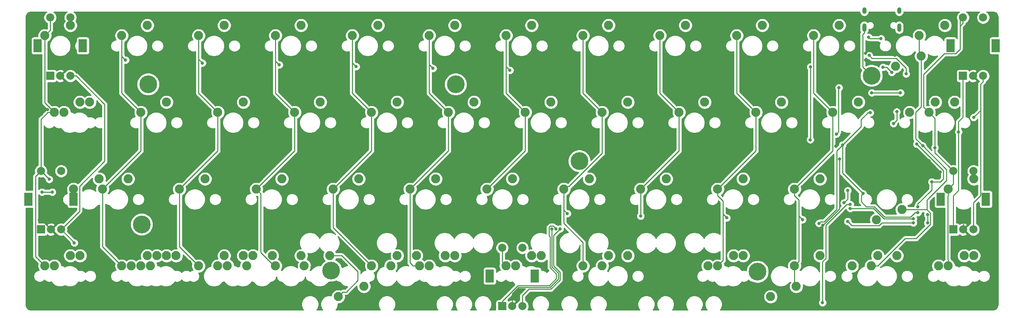
<source format=gbr>
G04 #@! TF.GenerationSoftware,KiCad,Pcbnew,(5.1.4)-1*
G04 #@! TF.CreationDate,2020-10-31T18:50:56-05:00*
G04 #@! TF.ProjectId,m3n3van,6d336e33-7661-46e2-9e6b-696361645f70,rev?*
G04 #@! TF.SameCoordinates,Original*
G04 #@! TF.FileFunction,Copper,L1,Top*
G04 #@! TF.FilePolarity,Positive*
%FSLAX46Y46*%
G04 Gerber Fmt 4.6, Leading zero omitted, Abs format (unit mm)*
G04 Created by KiCad (PCBNEW (5.1.4)-1) date 2020-10-31 18:50:56*
%MOMM*%
%LPD*%
G04 APERTURE LIST*
%ADD10C,2.250000*%
%ADD11C,4.400000*%
%ADD12O,1.000000X1.600000*%
%ADD13O,1.000000X2.100000*%
%ADD14C,2.000000*%
%ADD15R,2.000000X3.200000*%
%ADD16R,2.000000X2.000000*%
%ADD17C,0.800000*%
%ADD18C,0.250000*%
%ADD19C,0.254000*%
G04 APERTURE END LIST*
D10*
X424815000Y-217963750D03*
X418465000Y-220503750D03*
D11*
X399487500Y-192342750D03*
X371238000Y-240977750D03*
X327087500Y-213519000D03*
X296437500Y-194469000D03*
X265587500Y-240692750D03*
X218637500Y-229242750D03*
X220237500Y-194468750D03*
D12*
X406354500Y-176209000D03*
X397714500Y-176209000D03*
D13*
X406354500Y-180389000D03*
X397714500Y-180389000D03*
D14*
X312975000Y-235055000D03*
X307975000Y-235055000D03*
D15*
X316075000Y-242055000D03*
X304875000Y-242055000D03*
D14*
X312975000Y-249555000D03*
X310475000Y-249555000D03*
D16*
X307975000Y-249555000D03*
D14*
X198675000Y-216005000D03*
X193675000Y-216005000D03*
D15*
X201775000Y-223005000D03*
X190575000Y-223005000D03*
D14*
X198675000Y-230505000D03*
X196175000Y-230505000D03*
D16*
X193675000Y-230505000D03*
D10*
X408940000Y-201453750D03*
X415290000Y-198913750D03*
X280352500Y-239553750D03*
X286702500Y-237013750D03*
X208915000Y-220503750D03*
X215265000Y-217963750D03*
X199390000Y-201453750D03*
X205740000Y-198913750D03*
X239871250Y-239553750D03*
X246221250Y-237013750D03*
X311308750Y-239553750D03*
X317658750Y-237013750D03*
D14*
X424735000Y-216005000D03*
X419735000Y-216005000D03*
D15*
X427835000Y-223005000D03*
X416635000Y-223005000D03*
D14*
X424735000Y-230505000D03*
X422235000Y-230505000D03*
D16*
X419735000Y-230505000D03*
D14*
X427148000Y-177905000D03*
X422148000Y-177905000D03*
D15*
X430248000Y-184905000D03*
X419048000Y-184905000D03*
D14*
X427148000Y-192405000D03*
X424648000Y-192405000D03*
D16*
X422148000Y-192405000D03*
D14*
X200961000Y-177905000D03*
X195961000Y-177905000D03*
D15*
X204061000Y-184905000D03*
X192861000Y-184905000D03*
D14*
X200961000Y-192405000D03*
X198461000Y-192405000D03*
D16*
X195961000Y-192405000D03*
D10*
X411797500Y-187483750D03*
X405447500Y-190023750D03*
X289877500Y-239553750D03*
X296227500Y-237013750D03*
X327977500Y-239553750D03*
X334327500Y-237013750D03*
X332740000Y-239553750D03*
X339090000Y-237013750D03*
X315277500Y-237013750D03*
X308927500Y-239553750D03*
X273685000Y-244633750D03*
X267335000Y-247173750D03*
X244633750Y-239553750D03*
X250983750Y-237013750D03*
X220821250Y-239553750D03*
X227171250Y-237013750D03*
X293846250Y-237013750D03*
X287496250Y-239553750D03*
X281940000Y-237013750D03*
X275590000Y-239553750D03*
X424815000Y-237013750D03*
X418465000Y-239553750D03*
X422433750Y-237013750D03*
X416083750Y-239553750D03*
X405765000Y-237013750D03*
X399415000Y-239553750D03*
X401002500Y-237013750D03*
X394652500Y-239553750D03*
X386715000Y-237013750D03*
X380365000Y-239553750D03*
X374491250Y-247173750D03*
X380841250Y-244633750D03*
X367665000Y-237013750D03*
X361315000Y-239553750D03*
X365283750Y-237013750D03*
X358933750Y-239553750D03*
X265271250Y-237013750D03*
X258921250Y-239553750D03*
X258127500Y-237013750D03*
X251777500Y-239553750D03*
X243840000Y-237013750D03*
X237490000Y-239553750D03*
X239077500Y-237013750D03*
X232727500Y-239553750D03*
X224790000Y-237013750D03*
X218440000Y-239553750D03*
X220027500Y-237013750D03*
X213677500Y-239553750D03*
X222408750Y-237013750D03*
X216058750Y-239553750D03*
X203358750Y-237013750D03*
X197008750Y-239553750D03*
X200977500Y-237013750D03*
X194627500Y-239553750D03*
X400685000Y-228123750D03*
X407035000Y-225583750D03*
X386715000Y-217963750D03*
X380365000Y-220503750D03*
X367665000Y-217963750D03*
X361315000Y-220503750D03*
X348615000Y-217963750D03*
X342265000Y-220503750D03*
X329565000Y-217963750D03*
X323215000Y-220503750D03*
X310515000Y-217963750D03*
X304165000Y-220503750D03*
X291465000Y-217963750D03*
X285115000Y-220503750D03*
X272415000Y-217963750D03*
X266065000Y-220503750D03*
X253365000Y-217963750D03*
X247015000Y-220503750D03*
X234315000Y-217963750D03*
X227965000Y-220503750D03*
X208121250Y-217963750D03*
X201771250Y-220503750D03*
X420052500Y-198913750D03*
X413702500Y-201453750D03*
X396240000Y-198913750D03*
X389890000Y-201453750D03*
X377190000Y-198913750D03*
X370840000Y-201453750D03*
X358140000Y-198913750D03*
X351790000Y-201453750D03*
X339090000Y-198913750D03*
X332740000Y-201453750D03*
X320040000Y-198913750D03*
X313690000Y-201453750D03*
X300990000Y-198913750D03*
X294640000Y-201453750D03*
X281940000Y-198913750D03*
X275590000Y-201453750D03*
X262890000Y-198913750D03*
X256540000Y-201453750D03*
X243840000Y-198913750D03*
X237490000Y-201453750D03*
X224790000Y-198913750D03*
X218440000Y-201453750D03*
X203358750Y-198913750D03*
X197008750Y-201453750D03*
X417671250Y-179863750D03*
X411321250Y-182403750D03*
X391477500Y-179863750D03*
X385127500Y-182403750D03*
X372427500Y-179863750D03*
X366077500Y-182403750D03*
X353377500Y-179863750D03*
X347027500Y-182403750D03*
X334327500Y-179863750D03*
X327977500Y-182403750D03*
X315277500Y-179863750D03*
X308927500Y-182403750D03*
X296227500Y-179863750D03*
X289877500Y-182403750D03*
X277177500Y-179863750D03*
X270827500Y-182403750D03*
X258127500Y-179863750D03*
X251777500Y-182403750D03*
X239077500Y-179863750D03*
X232727500Y-182403750D03*
X220027500Y-179863750D03*
X213677500Y-182403750D03*
X200977500Y-179863750D03*
X194627500Y-182403750D03*
D17*
X195725001Y-218059000D03*
X214630000Y-188468000D03*
X233680000Y-189193000D03*
X252730000Y-189643010D03*
X271780000Y-190093020D03*
X290830000Y-190543030D03*
X309880000Y-190993040D03*
X324104000Y-226568000D03*
X342265000Y-227166000D03*
X363601000Y-227616010D03*
X382397000Y-228066020D03*
X412178500Y-209740500D03*
X415193599Y-210200674D03*
X408051000Y-191897000D03*
X398907000Y-187325000D03*
X384378652Y-190169348D03*
X384302000Y-208243000D03*
X399542000Y-196596000D03*
X406654000Y-196596000D03*
X390779000Y-206818771D03*
X391414000Y-195326000D03*
X394208000Y-225298000D03*
X393573000Y-220853000D03*
X409829000Y-227838000D03*
X392679347Y-223896347D03*
X387349000Y-248665000D03*
X394208001Y-224285539D03*
X405257000Y-182880000D03*
X405257000Y-187325000D03*
X403987000Y-199644000D03*
X401955000Y-200787000D03*
X193294000Y-228219000D03*
X195273036Y-200743341D03*
X193802000Y-201930000D03*
X398018000Y-186749750D03*
X422275000Y-227076000D03*
X320294000Y-230344839D03*
X387440001Y-229444819D03*
X391578000Y-213058129D03*
X304546000Y-226441000D03*
X196088000Y-216027000D03*
X369697000Y-248285000D03*
X358013000Y-248031000D03*
X351917000Y-248031000D03*
X346075000Y-248031000D03*
X337820000Y-249936000D03*
X321056000Y-249428000D03*
X314706000Y-248031000D03*
X305816000Y-249936000D03*
X300863000Y-248031000D03*
X296037000Y-248031000D03*
X291211000Y-250063000D03*
X276860000Y-250063000D03*
X429006000Y-176911000D03*
X406654000Y-198120000D03*
X416687000Y-209423000D03*
X376047000Y-228092000D03*
X276225000Y-232410000D03*
X306578000Y-232410000D03*
X282956000Y-239141000D03*
X270510000Y-235839000D03*
X230505000Y-238506000D03*
X206883000Y-220345000D03*
X390652000Y-209804000D03*
X413766000Y-209550000D03*
X415036000Y-187960000D03*
X398018000Y-188468000D03*
X388112000Y-197612000D03*
X417703000Y-198120000D03*
X400050000Y-223901000D03*
X328168000Y-250063000D03*
X273304000Y-240157000D03*
X242189000Y-238760000D03*
X229235000Y-239903000D03*
X215392000Y-229997000D03*
X207010000Y-202438000D03*
X260858000Y-239903000D03*
X262763000Y-232283000D03*
X268478000Y-239649000D03*
X416560000Y-216281000D03*
X413766000Y-213487000D03*
X201930000Y-233842781D03*
X421060001Y-206303001D03*
X424798347Y-202708653D03*
X321310000Y-230344839D03*
X322310003Y-230344839D03*
X405744999Y-201295000D03*
X404913000Y-204216000D03*
X399161000Y-201549000D03*
X392303000Y-209550000D03*
X397383000Y-221615000D03*
X410713347Y-209300653D03*
X386446460Y-228994809D03*
X410972000Y-224858750D03*
X410972000Y-226308750D03*
X414401000Y-218694000D03*
X398766540Y-182809770D03*
X401828000Y-183140410D03*
X402336000Y-190246000D03*
X404495000Y-191516000D03*
X193929000Y-221234000D03*
X196469000Y-221234000D03*
X393573000Y-228516030D03*
X409829000Y-228854000D03*
X413385000Y-226822000D03*
X413385000Y-228854000D03*
D18*
X194627500Y-199072500D02*
X197008750Y-201453750D01*
X194627500Y-182403750D02*
X194627500Y-199072500D01*
X195961000Y-181070250D02*
X194627500Y-182403750D01*
X195961000Y-177905000D02*
X195961000Y-181070250D01*
X193675000Y-214590787D02*
X193675000Y-216005000D01*
X193675000Y-203196510D02*
X193675000Y-214590787D01*
X195417760Y-201453750D02*
X193675000Y-203196510D01*
X197008750Y-201453750D02*
X195417760Y-201453750D01*
X193502501Y-238428751D02*
X194627500Y-239553750D01*
X192349999Y-237276249D02*
X193502501Y-238428751D01*
X192349999Y-217330001D02*
X192349999Y-237276249D01*
X193675000Y-216005000D02*
X192349999Y-217330001D01*
X193675000Y-216005000D02*
X195725001Y-218055001D01*
X195725001Y-218055001D02*
X195725001Y-218059000D01*
X213677500Y-196691250D02*
X218440000Y-201453750D01*
X218440000Y-210978750D02*
X208915000Y-220503750D01*
X218440000Y-201453750D02*
X218440000Y-210978750D01*
X208915000Y-234791250D02*
X213677500Y-239553750D01*
X208915000Y-220503750D02*
X208915000Y-234791250D01*
X213677500Y-187515500D02*
X214630000Y-188468000D01*
X213677500Y-186626500D02*
X213677500Y-187515500D01*
X213677500Y-186626500D02*
X213677500Y-196691250D01*
X213677500Y-182403750D02*
X213677500Y-186626500D01*
X232727500Y-196691250D02*
X237490000Y-201453750D01*
X237490000Y-210978750D02*
X227965000Y-220503750D01*
X237490000Y-201453750D02*
X237490000Y-210978750D01*
X227965000Y-234791250D02*
X232727500Y-239553750D01*
X227965000Y-220503750D02*
X227965000Y-234791250D01*
X232727500Y-188240500D02*
X233680000Y-189193000D01*
X232727500Y-187896500D02*
X232727500Y-188240500D01*
X232727500Y-187896500D02*
X232727500Y-196691250D01*
X232727500Y-182403750D02*
X232727500Y-187896500D01*
X251777500Y-196691250D02*
X256540000Y-201453750D01*
X256540000Y-210978750D02*
X247015000Y-220503750D01*
X256540000Y-201453750D02*
X256540000Y-210978750D01*
X251460000Y-239553750D02*
X251777500Y-239553750D01*
X248139999Y-236233749D02*
X251460000Y-239553750D01*
X247015000Y-220503750D02*
X248139999Y-221628749D01*
X248139999Y-221628749D02*
X248139999Y-236233749D01*
X251777500Y-188690510D02*
X252730000Y-189643010D01*
X251777500Y-187896500D02*
X251777500Y-188690510D01*
X251777500Y-187896500D02*
X251777500Y-196691250D01*
X251777500Y-182403750D02*
X251777500Y-187896500D01*
X270827500Y-196691250D02*
X275590000Y-201453750D01*
X275590000Y-210978750D02*
X266065000Y-220503750D01*
X275590000Y-201453750D02*
X275590000Y-210978750D01*
X266065000Y-221869000D02*
X266065000Y-220503750D01*
X266065000Y-230028750D02*
X275590000Y-239553750D01*
X266065000Y-220503750D02*
X266065000Y-230028750D01*
X270827500Y-189140520D02*
X271780000Y-190093020D01*
X270827500Y-187896500D02*
X270827500Y-189140520D01*
X270827500Y-187896500D02*
X270827500Y-196691250D01*
X270827500Y-182403750D02*
X270827500Y-187896500D01*
X289877500Y-196691250D02*
X294640000Y-201453750D01*
X294640000Y-210978750D02*
X285115000Y-220503750D01*
X294640000Y-201453750D02*
X294640000Y-210978750D01*
X285905260Y-239553750D02*
X287496250Y-239553750D01*
X285115000Y-238763490D02*
X285905260Y-239553750D01*
X285115000Y-220503750D02*
X285115000Y-238763490D01*
X307975000Y-238601250D02*
X308927500Y-239553750D01*
X307975000Y-235055000D02*
X307975000Y-238601250D01*
X289877500Y-189590530D02*
X290830000Y-190543030D01*
X289877500Y-187896500D02*
X289877500Y-189590530D01*
X289877500Y-187896500D02*
X289877500Y-196691250D01*
X289877500Y-182403750D02*
X289877500Y-187896500D01*
X308927500Y-196691250D02*
X313690000Y-201453750D01*
X313690000Y-210978750D02*
X304165000Y-220503750D01*
X313690000Y-201453750D02*
X313690000Y-210978750D01*
X308927500Y-190040540D02*
X309880000Y-190993040D01*
X308927500Y-188023500D02*
X308927500Y-190040540D01*
X308927500Y-188023500D02*
X308927500Y-196691250D01*
X308927500Y-182403750D02*
X308927500Y-188023500D01*
X327977500Y-196691250D02*
X332740000Y-201453750D01*
X327977500Y-182403750D02*
X327977500Y-196691250D01*
X327977500Y-237962760D02*
X327977500Y-239553750D01*
X327977500Y-233740526D02*
X327977500Y-237962760D01*
X323215000Y-228978026D02*
X327977500Y-233740526D01*
X332740000Y-211603502D02*
X324506502Y-219837000D01*
X332740000Y-201453750D02*
X332740000Y-211603502D01*
X323881750Y-219837000D02*
X323215000Y-220503750D01*
X324506502Y-219837000D02*
X323881750Y-219837000D01*
X323215000Y-225679000D02*
X324104000Y-226568000D01*
X323215000Y-224536000D02*
X323215000Y-225679000D01*
X323215000Y-224536000D02*
X323215000Y-228978026D01*
X323215000Y-220503750D02*
X323215000Y-224536000D01*
X347027500Y-196691250D02*
X351790000Y-201453750D01*
X347027500Y-182403750D02*
X347027500Y-196691250D01*
X351790000Y-210978750D02*
X342265000Y-220503750D01*
X351790000Y-201453750D02*
X351790000Y-210978750D01*
X342265000Y-220503750D02*
X342265000Y-227166000D01*
X366077500Y-196691250D02*
X370840000Y-201453750D01*
X366077500Y-182403750D02*
X366077500Y-196691250D01*
X370840000Y-210978750D02*
X361315000Y-220503750D01*
X370840000Y-201453750D02*
X370840000Y-210978750D01*
X362439999Y-238428751D02*
X361315000Y-239553750D01*
X362681401Y-238187349D02*
X362439999Y-238428751D01*
X361315000Y-222094740D02*
X362681401Y-223461141D01*
X361315000Y-220503750D02*
X361315000Y-222094740D01*
X362681401Y-226696411D02*
X363601000Y-227616010D01*
X362681401Y-226090599D02*
X362681401Y-226696411D01*
X362681401Y-226090599D02*
X362681401Y-238187349D01*
X362681401Y-223461141D02*
X362681401Y-226090599D01*
X385127500Y-196691250D02*
X389890000Y-201453750D01*
X385127500Y-182403750D02*
X385127500Y-196691250D01*
X389890000Y-210978750D02*
X380365000Y-220503750D01*
X389890000Y-201453750D02*
X389890000Y-210978750D01*
X381489999Y-238428751D02*
X380365000Y-239553750D01*
X380365000Y-220503750D02*
X380365000Y-222094740D01*
X380365000Y-222094740D02*
X381489999Y-223219739D01*
X380365000Y-244157500D02*
X380841250Y-244633750D01*
X380365000Y-239553750D02*
X380365000Y-244157500D01*
X381489999Y-227159019D02*
X382397000Y-228066020D01*
X381489999Y-226041999D02*
X381489999Y-227159019D01*
X381489999Y-226041999D02*
X381489999Y-238428751D01*
X381489999Y-223219739D02*
X381489999Y-226041999D01*
X411321250Y-187007500D02*
X411797500Y-187483750D01*
X411321250Y-182403750D02*
X411321250Y-187007500D01*
X399415000Y-239553750D02*
X401005990Y-239553750D01*
X418084000Y-215646000D02*
X412178500Y-209740500D01*
X418084000Y-218370998D02*
X418084000Y-215646000D01*
X414110001Y-229202001D02*
X414110001Y-226473999D01*
X410535132Y-232776870D02*
X414110001Y-229202001D01*
X407782870Y-232776870D02*
X410535132Y-232776870D01*
X401005990Y-239553750D02*
X407782870Y-232776870D01*
X413219752Y-225583750D02*
X407035000Y-225583750D01*
X414110001Y-226473999D02*
X413219752Y-225583750D01*
X413219752Y-223235246D02*
X413667999Y-222786999D01*
X413219752Y-225583750D02*
X413219752Y-223235246D01*
X413667999Y-222786999D02*
X418084000Y-218370998D01*
X410431099Y-207993099D02*
X412178500Y-209740500D01*
X410431099Y-201454901D02*
X410431099Y-207993099D01*
X411797500Y-200088500D02*
X410431099Y-201454901D01*
X411797500Y-187483750D02*
X411797500Y-200088500D01*
X419735000Y-219233750D02*
X418465000Y-220503750D01*
X419735000Y-216005000D02*
X419735000Y-219233750D01*
X421411251Y-180055962D02*
X421411251Y-183616749D01*
X422148000Y-179319213D02*
X421411251Y-180055962D01*
X422148000Y-177905000D02*
X422148000Y-179319213D01*
X421411251Y-183616749D02*
X421411251Y-182905251D01*
X421411251Y-185726751D02*
X421411251Y-185013749D01*
X421411251Y-185519751D02*
X421411251Y-185013749D01*
X421411251Y-185013749D02*
X421411251Y-183616749D01*
X418735001Y-215005001D02*
X419735000Y-216005000D01*
X415193599Y-211463599D02*
X418735001Y-215005001D01*
X413702500Y-201453750D02*
X415193599Y-202944849D01*
X415193599Y-210342599D02*
X415193599Y-210200674D01*
X415193599Y-210342599D02*
X415193599Y-211463599D01*
X415193599Y-202944849D02*
X415193599Y-210342599D01*
X418465000Y-222094740D02*
X418465000Y-220503750D01*
X418409999Y-222149741D02*
X418465000Y-222094740D01*
X418409999Y-237907759D02*
X418409999Y-222149741D01*
X418465000Y-237962760D02*
X418409999Y-237907759D01*
X418465000Y-239553750D02*
X418465000Y-237962760D01*
X420308001Y-186830001D02*
X417589001Y-186830001D01*
X421411251Y-185726751D02*
X420308001Y-186830001D01*
X422148000Y-177905000D02*
X421411251Y-178641749D01*
X421411251Y-178641749D02*
X421411251Y-185726751D01*
X417589001Y-186830001D02*
X412369000Y-192050002D01*
X412369000Y-200120250D02*
X413702500Y-201453750D01*
X412369000Y-192050002D02*
X412369000Y-200120250D01*
X399632001Y-188050001D02*
X398907000Y-187325000D01*
X405619753Y-188050001D02*
X399632001Y-188050001D01*
X408051000Y-191897000D02*
X408051000Y-190481248D01*
X408051000Y-190481248D02*
X405619753Y-188050001D01*
X384378652Y-190169348D02*
X384378652Y-208166348D01*
X384378652Y-208166348D02*
X384302000Y-208243000D01*
X399542000Y-196596000D02*
X406654000Y-196596000D01*
X391340001Y-195399999D02*
X391414000Y-195326000D01*
X390779000Y-206818771D02*
X391340001Y-206257770D01*
X391340001Y-206257770D02*
X391340001Y-195399999D01*
X394208000Y-225298000D02*
X400005252Y-225298000D01*
X393573000Y-221996000D02*
X393573000Y-220853000D01*
X400005252Y-225298000D02*
X402545252Y-227838000D01*
X402545252Y-227838000D02*
X409829000Y-227838000D01*
X393573000Y-221996000D02*
X393573000Y-223002694D01*
X393573000Y-223002694D02*
X392679347Y-223896347D01*
X394147459Y-224285539D02*
X394208001Y-224285539D01*
X387349000Y-248665000D02*
X387349000Y-238525752D01*
X388165001Y-237709751D02*
X388165001Y-229435999D01*
X387349000Y-238525752D02*
X388165001Y-237709751D01*
X393315461Y-224285539D02*
X394208001Y-224285539D01*
X388165001Y-229435999D02*
X393315461Y-224285539D01*
X269351973Y-246048751D02*
X272193901Y-243206823D01*
X268226974Y-237013750D02*
X266862240Y-237013750D01*
X266862240Y-237013750D02*
X265271250Y-237013750D01*
X272193901Y-240980677D02*
X268226974Y-237013750D01*
X272193901Y-243206823D02*
X272193901Y-240980677D01*
X267335000Y-247173750D02*
X268459999Y-246048751D01*
X268459999Y-246048751D02*
X269351973Y-246048751D01*
X403987000Y-199644000D02*
X403098000Y-199644000D01*
X403098000Y-199644000D02*
X401955000Y-200787000D01*
X196175000Y-230505000D02*
X193889000Y-228219000D01*
X193889000Y-228219000D02*
X193294000Y-228219000D01*
X195273036Y-200743341D02*
X194988659Y-200743341D01*
X194988659Y-200743341D02*
X193802000Y-201930000D01*
X404916751Y-186349751D02*
X405257000Y-186690000D01*
X398417999Y-186349751D02*
X404916751Y-186349751D01*
X398018000Y-186749750D02*
X398417999Y-186349751D01*
X405257000Y-182880000D02*
X405257000Y-186690000D01*
X405257000Y-186690000D02*
X405257000Y-187325000D01*
X422275000Y-230465000D02*
X422235000Y-230505000D01*
X422275000Y-227076000D02*
X422275000Y-230465000D01*
X310475000Y-249555000D02*
X310475000Y-246441410D01*
X310475000Y-246441410D02*
X312053749Y-244862661D01*
X319842252Y-244862660D02*
X321848761Y-242856151D01*
X312053749Y-244862661D02*
X319842252Y-244862660D01*
X321848761Y-242856151D02*
X321848761Y-242316000D01*
X321848760Y-241331348D02*
X320268911Y-239751499D01*
X321848761Y-242316000D02*
X321848760Y-241331348D01*
X320268911Y-239751499D02*
X320268911Y-230369928D01*
X320268911Y-230369928D02*
X320294000Y-230344839D01*
X391578000Y-225386590D02*
X391578000Y-222541000D01*
X387519771Y-229444819D02*
X391578000Y-225386590D01*
X387440001Y-229444819D02*
X387519771Y-229444819D01*
X391578000Y-222917998D02*
X391578000Y-222541000D01*
X391578000Y-222541000D02*
X391578000Y-213058129D01*
X416560000Y-216281000D02*
X413766000Y-213487000D01*
X203221251Y-225958749D02*
X199674999Y-229505001D01*
X203221251Y-219807749D02*
X203221251Y-225958749D01*
X209480001Y-213548999D02*
X203221251Y-219807749D01*
X199674999Y-229505001D02*
X198675000Y-230505000D01*
X202375213Y-192405000D02*
X209480001Y-199509788D01*
X209480001Y-199509788D02*
X209480001Y-213548999D01*
X200961000Y-192405000D02*
X202375213Y-192405000D01*
X198675000Y-230505000D02*
X201930000Y-233760000D01*
X201930000Y-233760000D02*
X201930000Y-233842781D01*
X422148000Y-202662248D02*
X421060001Y-203750247D01*
X422148000Y-192405000D02*
X422148000Y-202662248D01*
X421060001Y-203750247D02*
X421060001Y-206315010D01*
X421060001Y-220826775D02*
X419735000Y-222151776D01*
X419735000Y-222151776D02*
X419735000Y-229255000D01*
X419735000Y-229255000D02*
X419735000Y-230505000D01*
X421060001Y-203750247D02*
X421060001Y-206303001D01*
X421060001Y-206303001D02*
X421060001Y-220826775D01*
X424735000Y-229090787D02*
X424735000Y-230505000D01*
X424735000Y-223887748D02*
X424735000Y-229090787D01*
X426509999Y-222112749D02*
X424735000Y-223887748D01*
X427148000Y-193819213D02*
X426509999Y-194457214D01*
X427148000Y-192405000D02*
X427148000Y-193819213D01*
X426509999Y-196679001D02*
X426509999Y-198711001D01*
X426509999Y-194457214D02*
X426509999Y-196679001D01*
X425198346Y-202308654D02*
X426509999Y-200997001D01*
X424798347Y-202708653D02*
X425198346Y-202308654D01*
X426509999Y-196679001D02*
X426509999Y-200997001D01*
X426509999Y-200997001D02*
X426509999Y-222112749D01*
X319655851Y-244412651D02*
X321398751Y-242669751D01*
X311867349Y-244412651D02*
X319655851Y-244412651D01*
X307975000Y-249555000D02*
X307975000Y-248305000D01*
X307975000Y-248305000D02*
X311867349Y-244412651D01*
X321398751Y-242669751D02*
X321398751Y-241935000D01*
X321398751Y-241517749D02*
X320040000Y-240158998D01*
X321398751Y-241935000D02*
X321398751Y-241517749D01*
X319818901Y-239937899D02*
X319818901Y-232315901D01*
X320040000Y-240158998D02*
X319818901Y-239937899D01*
X319568999Y-232065999D02*
X319568999Y-229996838D01*
X319818901Y-232315901D02*
X319568999Y-232065999D01*
X319568999Y-229996838D02*
X319945999Y-229619838D01*
X319945999Y-229619838D02*
X320642001Y-229619838D01*
X320642001Y-229619838D02*
X321310000Y-230287837D01*
X321310000Y-230287837D02*
X321310000Y-230344839D01*
X314579001Y-245312669D02*
X312975000Y-246916670D01*
X320028653Y-245312669D02*
X314579001Y-245312669D01*
X322310003Y-230344839D02*
X322310003Y-230417838D01*
X312975000Y-246916670D02*
X312975000Y-249555000D01*
X320718921Y-232008920D02*
X320718921Y-239565099D01*
X320718921Y-239565099D02*
X322298771Y-241144949D01*
X322310003Y-230417838D02*
X320718921Y-232008920D01*
X322298771Y-241144949D02*
X322298771Y-243042551D01*
X322298771Y-243042551D02*
X320028653Y-245312669D01*
X405744999Y-201295000D02*
X405744999Y-203384001D01*
X405744999Y-203384001D02*
X404913000Y-204216000D01*
X398595315Y-201549000D02*
X396875000Y-203269315D01*
X399161000Y-201549000D02*
X398595315Y-201549000D01*
X396875000Y-204978000D02*
X392303000Y-209550000D01*
X396875000Y-203269315D02*
X396875000Y-204978000D01*
X392303000Y-209550000D02*
X392303000Y-216535000D01*
X392303000Y-216535000D02*
X397383000Y-221615000D01*
X396944999Y-222053001D02*
X397383000Y-221615000D01*
X396944999Y-223619751D02*
X396944999Y-222053001D01*
X402731652Y-227387990D02*
X400191653Y-224847991D01*
X400191653Y-224847991D02*
X398173238Y-224847990D01*
X398173238Y-224847990D02*
X396944999Y-223619751D01*
X386846459Y-228594810D02*
X387733370Y-228594810D01*
X386446460Y-228994809D02*
X386846459Y-228594810D01*
X391903001Y-209949999D02*
X392303000Y-209550000D01*
X390852999Y-211000001D02*
X391903001Y-209949999D01*
X390852999Y-225475181D02*
X390852999Y-211000001D01*
X387733370Y-228594810D02*
X390852999Y-225475181D01*
X416052000Y-214639306D02*
X415920347Y-214507653D01*
X415920347Y-214507653D02*
X410713347Y-209300653D01*
X409206008Y-227387990D02*
X402731652Y-227387990D01*
X410285248Y-226308750D02*
X410972000Y-226308750D01*
X409206008Y-227387990D02*
X410285248Y-226308750D01*
X410972000Y-224155000D02*
X410972000Y-224858750D01*
X413893000Y-221234000D02*
X410972000Y-224155000D01*
X414401000Y-220726000D02*
X414210500Y-220916500D01*
X414401000Y-218694000D02*
X414401000Y-220726000D01*
X413893000Y-221234000D02*
X414210500Y-220916500D01*
X417322000Y-215909306D02*
X415920347Y-214507653D01*
X417322000Y-217932000D02*
X417322000Y-215909306D01*
X416560000Y-218694000D02*
X417322000Y-217932000D01*
X414401000Y-218694000D02*
X416560000Y-218694000D01*
X399097180Y-183140410D02*
X398766540Y-182809770D01*
X401828000Y-183140410D02*
X399097180Y-183140410D01*
X402336000Y-190246000D02*
X403225000Y-190246000D01*
X403225000Y-190246000D02*
X404495000Y-191516000D01*
X193929000Y-221234000D02*
X196469000Y-221234000D01*
X413385000Y-228854000D02*
X413385000Y-226822000D01*
X402082000Y-228854000D02*
X409829000Y-228854000D01*
X401362249Y-229573751D02*
X402082000Y-228854000D01*
X393573000Y-228516030D02*
X394630721Y-229573751D01*
X394630721Y-229573751D02*
X401362249Y-229573751D01*
X397287501Y-190142751D02*
X399487500Y-192342750D01*
X397287501Y-182115999D02*
X397287501Y-190142751D01*
X397714500Y-180389000D02*
X397714500Y-181689000D01*
X397714500Y-181689000D02*
X397287501Y-182115999D01*
D19*
G36*
X199918748Y-176635013D02*
G01*
X199691013Y-176862748D01*
X199512082Y-177130537D01*
X199388832Y-177428088D01*
X199326000Y-177743967D01*
X199326000Y-178066033D01*
X199388832Y-178381912D01*
X199512082Y-178679463D01*
X199582082Y-178784225D01*
X199417808Y-179030077D01*
X199285136Y-179350377D01*
X199217500Y-179690405D01*
X199217500Y-180037095D01*
X199285136Y-180377123D01*
X199417808Y-180697423D01*
X199610419Y-180985685D01*
X199855565Y-181230831D01*
X200143827Y-181423442D01*
X200464127Y-181556114D01*
X200804155Y-181623750D01*
X201150845Y-181623750D01*
X201490873Y-181556114D01*
X201811173Y-181423442D01*
X202099435Y-181230831D01*
X202344581Y-180985685D01*
X202537192Y-180697423D01*
X202669864Y-180377123D01*
X202737500Y-180037095D01*
X202737500Y-179690405D01*
X218267500Y-179690405D01*
X218267500Y-180037095D01*
X218335136Y-180377123D01*
X218467808Y-180697423D01*
X218660419Y-180985685D01*
X218905565Y-181230831D01*
X219193827Y-181423442D01*
X219514127Y-181556114D01*
X219854155Y-181623750D01*
X220200845Y-181623750D01*
X220540873Y-181556114D01*
X220861173Y-181423442D01*
X221149435Y-181230831D01*
X221394581Y-180985685D01*
X221587192Y-180697423D01*
X221719864Y-180377123D01*
X221787500Y-180037095D01*
X221787500Y-179690405D01*
X237317500Y-179690405D01*
X237317500Y-180037095D01*
X237385136Y-180377123D01*
X237517808Y-180697423D01*
X237710419Y-180985685D01*
X237955565Y-181230831D01*
X238243827Y-181423442D01*
X238564127Y-181556114D01*
X238904155Y-181623750D01*
X239250845Y-181623750D01*
X239590873Y-181556114D01*
X239911173Y-181423442D01*
X240199435Y-181230831D01*
X240444581Y-180985685D01*
X240637192Y-180697423D01*
X240769864Y-180377123D01*
X240837500Y-180037095D01*
X240837500Y-179690405D01*
X256367500Y-179690405D01*
X256367500Y-180037095D01*
X256435136Y-180377123D01*
X256567808Y-180697423D01*
X256760419Y-180985685D01*
X257005565Y-181230831D01*
X257293827Y-181423442D01*
X257614127Y-181556114D01*
X257954155Y-181623750D01*
X258300845Y-181623750D01*
X258640873Y-181556114D01*
X258961173Y-181423442D01*
X259249435Y-181230831D01*
X259494581Y-180985685D01*
X259687192Y-180697423D01*
X259819864Y-180377123D01*
X259887500Y-180037095D01*
X259887500Y-179690405D01*
X275417500Y-179690405D01*
X275417500Y-180037095D01*
X275485136Y-180377123D01*
X275617808Y-180697423D01*
X275810419Y-180985685D01*
X276055565Y-181230831D01*
X276343827Y-181423442D01*
X276664127Y-181556114D01*
X277004155Y-181623750D01*
X277350845Y-181623750D01*
X277690873Y-181556114D01*
X278011173Y-181423442D01*
X278299435Y-181230831D01*
X278544581Y-180985685D01*
X278737192Y-180697423D01*
X278869864Y-180377123D01*
X278937500Y-180037095D01*
X278937500Y-179690405D01*
X294467500Y-179690405D01*
X294467500Y-180037095D01*
X294535136Y-180377123D01*
X294667808Y-180697423D01*
X294860419Y-180985685D01*
X295105565Y-181230831D01*
X295393827Y-181423442D01*
X295714127Y-181556114D01*
X296054155Y-181623750D01*
X296400845Y-181623750D01*
X296740873Y-181556114D01*
X297061173Y-181423442D01*
X297349435Y-181230831D01*
X297594581Y-180985685D01*
X297787192Y-180697423D01*
X297919864Y-180377123D01*
X297987500Y-180037095D01*
X297987500Y-179690405D01*
X313517500Y-179690405D01*
X313517500Y-180037095D01*
X313585136Y-180377123D01*
X313717808Y-180697423D01*
X313910419Y-180985685D01*
X314155565Y-181230831D01*
X314443827Y-181423442D01*
X314764127Y-181556114D01*
X315104155Y-181623750D01*
X315450845Y-181623750D01*
X315790873Y-181556114D01*
X316111173Y-181423442D01*
X316399435Y-181230831D01*
X316644581Y-180985685D01*
X316837192Y-180697423D01*
X316969864Y-180377123D01*
X317037500Y-180037095D01*
X317037500Y-179690405D01*
X332567500Y-179690405D01*
X332567500Y-180037095D01*
X332635136Y-180377123D01*
X332767808Y-180697423D01*
X332960419Y-180985685D01*
X333205565Y-181230831D01*
X333493827Y-181423442D01*
X333814127Y-181556114D01*
X334154155Y-181623750D01*
X334500845Y-181623750D01*
X334840873Y-181556114D01*
X335161173Y-181423442D01*
X335449435Y-181230831D01*
X335694581Y-180985685D01*
X335887192Y-180697423D01*
X336019864Y-180377123D01*
X336087500Y-180037095D01*
X336087500Y-179690405D01*
X351617500Y-179690405D01*
X351617500Y-180037095D01*
X351685136Y-180377123D01*
X351817808Y-180697423D01*
X352010419Y-180985685D01*
X352255565Y-181230831D01*
X352543827Y-181423442D01*
X352864127Y-181556114D01*
X353204155Y-181623750D01*
X353550845Y-181623750D01*
X353890873Y-181556114D01*
X354211173Y-181423442D01*
X354499435Y-181230831D01*
X354744581Y-180985685D01*
X354937192Y-180697423D01*
X355069864Y-180377123D01*
X355137500Y-180037095D01*
X355137500Y-179690405D01*
X370667500Y-179690405D01*
X370667500Y-180037095D01*
X370735136Y-180377123D01*
X370867808Y-180697423D01*
X371060419Y-180985685D01*
X371305565Y-181230831D01*
X371593827Y-181423442D01*
X371914127Y-181556114D01*
X372254155Y-181623750D01*
X372600845Y-181623750D01*
X372940873Y-181556114D01*
X373261173Y-181423442D01*
X373549435Y-181230831D01*
X373794581Y-180985685D01*
X373987192Y-180697423D01*
X374119864Y-180377123D01*
X374187500Y-180037095D01*
X374187500Y-179690405D01*
X389717500Y-179690405D01*
X389717500Y-180037095D01*
X389785136Y-180377123D01*
X389917808Y-180697423D01*
X390110419Y-180985685D01*
X390355565Y-181230831D01*
X390643827Y-181423442D01*
X390964127Y-181556114D01*
X391304155Y-181623750D01*
X391650845Y-181623750D01*
X391990873Y-181556114D01*
X392311173Y-181423442D01*
X392599435Y-181230831D01*
X392844581Y-180985685D01*
X393037192Y-180697423D01*
X393169864Y-180377123D01*
X393237500Y-180037095D01*
X393237500Y-179690405D01*
X393169864Y-179350377D01*
X393037192Y-179030077D01*
X392844581Y-178741815D01*
X392599435Y-178496669D01*
X392311173Y-178304058D01*
X391990873Y-178171386D01*
X391650845Y-178103750D01*
X391304155Y-178103750D01*
X390964127Y-178171386D01*
X390643827Y-178304058D01*
X390355565Y-178496669D01*
X390110419Y-178741815D01*
X389917808Y-179030077D01*
X389785136Y-179350377D01*
X389717500Y-179690405D01*
X374187500Y-179690405D01*
X374119864Y-179350377D01*
X373987192Y-179030077D01*
X373794581Y-178741815D01*
X373549435Y-178496669D01*
X373261173Y-178304058D01*
X372940873Y-178171386D01*
X372600845Y-178103750D01*
X372254155Y-178103750D01*
X371914127Y-178171386D01*
X371593827Y-178304058D01*
X371305565Y-178496669D01*
X371060419Y-178741815D01*
X370867808Y-179030077D01*
X370735136Y-179350377D01*
X370667500Y-179690405D01*
X355137500Y-179690405D01*
X355069864Y-179350377D01*
X354937192Y-179030077D01*
X354744581Y-178741815D01*
X354499435Y-178496669D01*
X354211173Y-178304058D01*
X353890873Y-178171386D01*
X353550845Y-178103750D01*
X353204155Y-178103750D01*
X352864127Y-178171386D01*
X352543827Y-178304058D01*
X352255565Y-178496669D01*
X352010419Y-178741815D01*
X351817808Y-179030077D01*
X351685136Y-179350377D01*
X351617500Y-179690405D01*
X336087500Y-179690405D01*
X336019864Y-179350377D01*
X335887192Y-179030077D01*
X335694581Y-178741815D01*
X335449435Y-178496669D01*
X335161173Y-178304058D01*
X334840873Y-178171386D01*
X334500845Y-178103750D01*
X334154155Y-178103750D01*
X333814127Y-178171386D01*
X333493827Y-178304058D01*
X333205565Y-178496669D01*
X332960419Y-178741815D01*
X332767808Y-179030077D01*
X332635136Y-179350377D01*
X332567500Y-179690405D01*
X317037500Y-179690405D01*
X316969864Y-179350377D01*
X316837192Y-179030077D01*
X316644581Y-178741815D01*
X316399435Y-178496669D01*
X316111173Y-178304058D01*
X315790873Y-178171386D01*
X315450845Y-178103750D01*
X315104155Y-178103750D01*
X314764127Y-178171386D01*
X314443827Y-178304058D01*
X314155565Y-178496669D01*
X313910419Y-178741815D01*
X313717808Y-179030077D01*
X313585136Y-179350377D01*
X313517500Y-179690405D01*
X297987500Y-179690405D01*
X297919864Y-179350377D01*
X297787192Y-179030077D01*
X297594581Y-178741815D01*
X297349435Y-178496669D01*
X297061173Y-178304058D01*
X296740873Y-178171386D01*
X296400845Y-178103750D01*
X296054155Y-178103750D01*
X295714127Y-178171386D01*
X295393827Y-178304058D01*
X295105565Y-178496669D01*
X294860419Y-178741815D01*
X294667808Y-179030077D01*
X294535136Y-179350377D01*
X294467500Y-179690405D01*
X278937500Y-179690405D01*
X278869864Y-179350377D01*
X278737192Y-179030077D01*
X278544581Y-178741815D01*
X278299435Y-178496669D01*
X278011173Y-178304058D01*
X277690873Y-178171386D01*
X277350845Y-178103750D01*
X277004155Y-178103750D01*
X276664127Y-178171386D01*
X276343827Y-178304058D01*
X276055565Y-178496669D01*
X275810419Y-178741815D01*
X275617808Y-179030077D01*
X275485136Y-179350377D01*
X275417500Y-179690405D01*
X259887500Y-179690405D01*
X259819864Y-179350377D01*
X259687192Y-179030077D01*
X259494581Y-178741815D01*
X259249435Y-178496669D01*
X258961173Y-178304058D01*
X258640873Y-178171386D01*
X258300845Y-178103750D01*
X257954155Y-178103750D01*
X257614127Y-178171386D01*
X257293827Y-178304058D01*
X257005565Y-178496669D01*
X256760419Y-178741815D01*
X256567808Y-179030077D01*
X256435136Y-179350377D01*
X256367500Y-179690405D01*
X240837500Y-179690405D01*
X240769864Y-179350377D01*
X240637192Y-179030077D01*
X240444581Y-178741815D01*
X240199435Y-178496669D01*
X239911173Y-178304058D01*
X239590873Y-178171386D01*
X239250845Y-178103750D01*
X238904155Y-178103750D01*
X238564127Y-178171386D01*
X238243827Y-178304058D01*
X237955565Y-178496669D01*
X237710419Y-178741815D01*
X237517808Y-179030077D01*
X237385136Y-179350377D01*
X237317500Y-179690405D01*
X221787500Y-179690405D01*
X221719864Y-179350377D01*
X221587192Y-179030077D01*
X221394581Y-178741815D01*
X221149435Y-178496669D01*
X220861173Y-178304058D01*
X220540873Y-178171386D01*
X220200845Y-178103750D01*
X219854155Y-178103750D01*
X219514127Y-178171386D01*
X219193827Y-178304058D01*
X218905565Y-178496669D01*
X218660419Y-178741815D01*
X218467808Y-179030077D01*
X218335136Y-179350377D01*
X218267500Y-179690405D01*
X202737500Y-179690405D01*
X202669864Y-179350377D01*
X202537192Y-179030077D01*
X202356418Y-178759531D01*
X202409918Y-178679463D01*
X202533168Y-178381912D01*
X202596000Y-178066033D01*
X202596000Y-177743967D01*
X202533168Y-177428088D01*
X202409918Y-177130537D01*
X202230987Y-176862748D01*
X202003252Y-176635013D01*
X201805681Y-176503000D01*
X396579500Y-176503000D01*
X396579500Y-176564752D01*
X396595923Y-176731499D01*
X396660824Y-176945447D01*
X396766217Y-177142623D01*
X396908052Y-177315449D01*
X397080878Y-177457284D01*
X397278054Y-177562676D01*
X397492002Y-177627577D01*
X397714500Y-177649491D01*
X397936999Y-177627577D01*
X398150947Y-177562676D01*
X398348123Y-177457284D01*
X398520949Y-177315449D01*
X398662784Y-177142623D01*
X398768176Y-176945446D01*
X398833077Y-176731498D01*
X398849500Y-176564751D01*
X398849500Y-176503000D01*
X405219500Y-176503000D01*
X405219500Y-176564752D01*
X405235923Y-176731499D01*
X405300824Y-176945447D01*
X405406217Y-177142623D01*
X405548052Y-177315449D01*
X405720878Y-177457284D01*
X405918054Y-177562676D01*
X406132002Y-177627577D01*
X406354500Y-177649491D01*
X406576999Y-177627577D01*
X406790947Y-177562676D01*
X406988123Y-177457284D01*
X407160949Y-177315449D01*
X407302784Y-177142623D01*
X407408176Y-176945446D01*
X407473077Y-176731498D01*
X407489500Y-176564751D01*
X407489500Y-176503000D01*
X421303319Y-176503000D01*
X421105748Y-176635013D01*
X420878013Y-176862748D01*
X420699082Y-177130537D01*
X420575832Y-177428088D01*
X420513000Y-177743967D01*
X420513000Y-178066033D01*
X420575832Y-178381912D01*
X420654468Y-178571755D01*
X420651251Y-178604417D01*
X420651251Y-178604427D01*
X420647575Y-178641749D01*
X420651251Y-178679072D01*
X420651251Y-180018638D01*
X420647575Y-180055962D01*
X420651251Y-180093287D01*
X420651252Y-182867912D01*
X420651251Y-182867918D01*
X420651251Y-183106144D01*
X420637502Y-183060820D01*
X420578537Y-182950506D01*
X420499185Y-182853815D01*
X420402494Y-182774463D01*
X420292180Y-182715498D01*
X420172482Y-182679188D01*
X420048000Y-182666928D01*
X418048000Y-182666928D01*
X417923518Y-182679188D01*
X417803820Y-182715498D01*
X417693506Y-182774463D01*
X417596815Y-182853815D01*
X417517463Y-182950506D01*
X417458498Y-183060820D01*
X417422188Y-183180518D01*
X417409928Y-183305000D01*
X417409928Y-183622138D01*
X417173250Y-183267924D01*
X416807076Y-182901750D01*
X416376501Y-182614049D01*
X415898072Y-182415877D01*
X415390174Y-182314850D01*
X414872326Y-182314850D01*
X414364428Y-182415877D01*
X413885999Y-182614049D01*
X413455424Y-182901750D01*
X413089250Y-183267924D01*
X412978449Y-183433750D01*
X412918778Y-183433750D01*
X412723853Y-183472523D01*
X412880942Y-183237423D01*
X413013614Y-182917123D01*
X413081250Y-182577095D01*
X413081250Y-182230405D01*
X413013614Y-181890377D01*
X412880942Y-181570077D01*
X412688331Y-181281815D01*
X412443185Y-181036669D01*
X412154923Y-180844058D01*
X411834623Y-180711386D01*
X411494595Y-180643750D01*
X411147905Y-180643750D01*
X410807877Y-180711386D01*
X410487577Y-180844058D01*
X410199315Y-181036669D01*
X409954169Y-181281815D01*
X409761558Y-181570077D01*
X409628886Y-181890377D01*
X409561250Y-182230405D01*
X409561250Y-182577095D01*
X409620080Y-182872854D01*
X409232751Y-182614049D01*
X408754322Y-182415877D01*
X408246424Y-182314850D01*
X407728576Y-182314850D01*
X407220678Y-182415877D01*
X406742249Y-182614049D01*
X406311674Y-182901750D01*
X405945500Y-183267924D01*
X405657799Y-183698499D01*
X405459627Y-184176928D01*
X405358600Y-184684826D01*
X405358600Y-185202674D01*
X405459627Y-185710572D01*
X405657799Y-186189001D01*
X405945500Y-186619576D01*
X406311674Y-186985750D01*
X406742249Y-187273451D01*
X407220678Y-187471623D01*
X407728576Y-187572650D01*
X408246424Y-187572650D01*
X408754322Y-187471623D01*
X409232751Y-187273451D01*
X409663326Y-186985750D01*
X410029500Y-186619576D01*
X410140301Y-186453750D01*
X410199972Y-186453750D01*
X410394897Y-186414977D01*
X410237808Y-186650077D01*
X410105136Y-186970377D01*
X410037500Y-187310405D01*
X410037500Y-187657095D01*
X410105136Y-187997123D01*
X410237808Y-188317423D01*
X410430419Y-188605685D01*
X410675565Y-188850831D01*
X410963827Y-189043442D01*
X411037500Y-189073958D01*
X411037501Y-199773697D01*
X410376096Y-200435103D01*
X410307081Y-200331815D01*
X410061935Y-200086669D01*
X409773673Y-199894058D01*
X409453373Y-199761386D01*
X409113345Y-199693750D01*
X408766655Y-199693750D01*
X408426627Y-199761386D01*
X408106327Y-199894058D01*
X407818065Y-200086669D01*
X407572919Y-200331815D01*
X407380308Y-200620077D01*
X407247636Y-200940377D01*
X407180000Y-201280405D01*
X407180000Y-201627095D01*
X407247636Y-201967123D01*
X407380308Y-202287423D01*
X407512638Y-202485469D01*
X407229549Y-202541779D01*
X406954747Y-202655606D01*
X406707431Y-202820857D01*
X406504999Y-203023289D01*
X406504999Y-201998711D01*
X406548936Y-201954774D01*
X406662204Y-201785256D01*
X406740225Y-201596898D01*
X406779999Y-201396939D01*
X406779999Y-201193061D01*
X406740225Y-200993102D01*
X406662204Y-200804744D01*
X406548936Y-200635226D01*
X406404773Y-200491063D01*
X406235255Y-200377795D01*
X406046897Y-200299774D01*
X405846938Y-200260000D01*
X405643060Y-200260000D01*
X405443101Y-200299774D01*
X405254743Y-200377795D01*
X405085225Y-200491063D01*
X404941062Y-200635226D01*
X404827794Y-200804744D01*
X404749773Y-200993102D01*
X404709999Y-201193061D01*
X404709999Y-201396939D01*
X404749773Y-201596898D01*
X404827794Y-201785256D01*
X404941062Y-201954774D01*
X404984999Y-201998711D01*
X404985000Y-203069198D01*
X404873198Y-203181000D01*
X404811061Y-203181000D01*
X404611102Y-203220774D01*
X404422744Y-203298795D01*
X404253226Y-203412063D01*
X404109063Y-203556226D01*
X403995795Y-203725744D01*
X403917774Y-203914102D01*
X403878000Y-204114061D01*
X403878000Y-204317939D01*
X403917774Y-204517898D01*
X403995795Y-204706256D01*
X404109063Y-204875774D01*
X404253226Y-205019937D01*
X404422744Y-205133205D01*
X404611102Y-205211226D01*
X404811061Y-205251000D01*
X405014939Y-205251000D01*
X405214898Y-205211226D01*
X405403256Y-205133205D01*
X405572774Y-205019937D01*
X405716937Y-204875774D01*
X405830205Y-204706256D01*
X405908226Y-204517898D01*
X405948000Y-204317939D01*
X405948000Y-204255802D01*
X406160000Y-204043802D01*
X406160000Y-204142472D01*
X406218029Y-204434201D01*
X406331856Y-204709003D01*
X406497107Y-204956319D01*
X406707431Y-205166643D01*
X406954747Y-205331894D01*
X407229549Y-205445721D01*
X407521278Y-205503750D01*
X407818722Y-205503750D01*
X408110451Y-205445721D01*
X408385253Y-205331894D01*
X408632569Y-205166643D01*
X408842893Y-204956319D01*
X409008144Y-204709003D01*
X409121971Y-204434201D01*
X409180000Y-204142472D01*
X409180000Y-203845028D01*
X409121971Y-203553299D01*
X409008144Y-203278497D01*
X408964882Y-203213750D01*
X409113345Y-203213750D01*
X409453373Y-203146114D01*
X409671099Y-203055929D01*
X409671100Y-207955767D01*
X409667423Y-207993099D01*
X409671100Y-208030432D01*
X409677363Y-208094015D01*
X409682097Y-208142084D01*
X409725553Y-208285345D01*
X409796125Y-208417375D01*
X409829954Y-208458595D01*
X409891099Y-208533100D01*
X409920097Y-208556898D01*
X409956744Y-208593545D01*
X409909410Y-208640879D01*
X409796142Y-208810397D01*
X409718121Y-208998755D01*
X409678347Y-209198714D01*
X409678347Y-209402592D01*
X409718121Y-209602551D01*
X409796142Y-209790909D01*
X409909410Y-209960427D01*
X410053573Y-210104590D01*
X410223091Y-210217858D01*
X410411449Y-210295879D01*
X410611408Y-210335653D01*
X410673546Y-210335653D01*
X415409344Y-215071452D01*
X415409348Y-215071455D01*
X415540997Y-215203105D01*
X415541002Y-215203109D01*
X416562001Y-216224109D01*
X416562000Y-217617198D01*
X416245199Y-217934000D01*
X415104711Y-217934000D01*
X415060774Y-217890063D01*
X414891256Y-217776795D01*
X414702898Y-217698774D01*
X414502939Y-217659000D01*
X414299061Y-217659000D01*
X414099102Y-217698774D01*
X413910744Y-217776795D01*
X413741226Y-217890063D01*
X413597063Y-218034226D01*
X413483795Y-218203744D01*
X413405774Y-218392102D01*
X413366000Y-218592061D01*
X413366000Y-218795939D01*
X413405774Y-218995898D01*
X413483795Y-219184256D01*
X413597063Y-219353774D01*
X413641000Y-219397711D01*
X413641001Y-220411198D01*
X413382003Y-220670196D01*
X413381997Y-220670201D01*
X410461003Y-223591196D01*
X410431999Y-223614999D01*
X410376871Y-223682174D01*
X410337026Y-223730724D01*
X410294346Y-223810572D01*
X410266454Y-223862754D01*
X410222997Y-224006015D01*
X410212000Y-224117668D01*
X410212000Y-224117678D01*
X410208324Y-224155000D01*
X410208657Y-224158382D01*
X410168063Y-224198976D01*
X410054795Y-224368494D01*
X409976774Y-224556852D01*
X409937000Y-224756811D01*
X409937000Y-224823750D01*
X408625208Y-224823750D01*
X408594692Y-224750077D01*
X408462362Y-224552031D01*
X408745451Y-224495721D01*
X409020253Y-224381894D01*
X409267569Y-224216643D01*
X409477893Y-224006319D01*
X409643144Y-223759003D01*
X409756971Y-223484201D01*
X409815000Y-223192472D01*
X409815000Y-222895028D01*
X409756971Y-222603299D01*
X409643144Y-222328497D01*
X409477893Y-222081181D01*
X409267569Y-221870857D01*
X409020253Y-221705606D01*
X408745451Y-221591779D01*
X408453722Y-221533750D01*
X408156278Y-221533750D01*
X407864549Y-221591779D01*
X407589747Y-221705606D01*
X407342431Y-221870857D01*
X407132107Y-222081181D01*
X406966856Y-222328497D01*
X406853029Y-222603299D01*
X406795000Y-222895028D01*
X406795000Y-223192472D01*
X406853029Y-223484201D01*
X406966856Y-223759003D01*
X407010118Y-223823750D01*
X406861655Y-223823750D01*
X406521627Y-223891386D01*
X406201327Y-224024058D01*
X405913065Y-224216669D01*
X405667919Y-224461815D01*
X405475308Y-224750077D01*
X405342636Y-225070377D01*
X405275000Y-225410405D01*
X405275000Y-225757095D01*
X405342636Y-226097123D01*
X405475308Y-226417423D01*
X405616005Y-226627990D01*
X403046454Y-226627990D01*
X400755450Y-224336987D01*
X400731654Y-224307991D01*
X400702655Y-224284192D01*
X400615929Y-224213017D01*
X400483899Y-224142445D01*
X400382621Y-224111724D01*
X400340639Y-224098989D01*
X400228986Y-224087992D01*
X400191653Y-224084315D01*
X400154321Y-224087992D01*
X399236221Y-224087991D01*
X399317893Y-224006319D01*
X399483144Y-223759003D01*
X399596971Y-223484201D01*
X399655000Y-223192472D01*
X399655000Y-222895028D01*
X399633080Y-222784826D01*
X400596100Y-222784826D01*
X400596100Y-223302674D01*
X400697127Y-223810572D01*
X400895299Y-224289001D01*
X401183000Y-224719576D01*
X401549174Y-225085750D01*
X401979749Y-225373451D01*
X402458178Y-225571623D01*
X402966076Y-225672650D01*
X403483924Y-225672650D01*
X403991822Y-225571623D01*
X404470251Y-225373451D01*
X404900826Y-225085750D01*
X405267000Y-224719576D01*
X405554701Y-224289001D01*
X405752873Y-223810572D01*
X405853900Y-223302674D01*
X405853900Y-222784826D01*
X405752873Y-222276928D01*
X405554701Y-221798499D01*
X405267000Y-221367924D01*
X404900826Y-221001750D01*
X404470251Y-220714049D01*
X403991822Y-220515877D01*
X403483924Y-220414850D01*
X402966076Y-220414850D01*
X402458178Y-220515877D01*
X401979749Y-220714049D01*
X401549174Y-221001750D01*
X401183000Y-221367924D01*
X400895299Y-221798499D01*
X400697127Y-222276928D01*
X400596100Y-222784826D01*
X399633080Y-222784826D01*
X399596971Y-222603299D01*
X399483144Y-222328497D01*
X399317893Y-222081181D01*
X399107569Y-221870857D01*
X398860253Y-221705606D01*
X398585451Y-221591779D01*
X398418000Y-221558471D01*
X398418000Y-221513061D01*
X398378226Y-221313102D01*
X398300205Y-221124744D01*
X398186937Y-220955226D01*
X398042774Y-220811063D01*
X397873256Y-220697795D01*
X397684898Y-220619774D01*
X397484939Y-220580000D01*
X397422802Y-220580000D01*
X393063000Y-216220199D01*
X393063000Y-210253711D01*
X393106937Y-210209774D01*
X393220205Y-210040256D01*
X393298226Y-209851898D01*
X393338000Y-209651939D01*
X393338000Y-209589801D01*
X397386008Y-205541795D01*
X397415001Y-205518001D01*
X397438795Y-205489008D01*
X397438799Y-205489004D01*
X397509973Y-205402277D01*
X397509974Y-205402276D01*
X397580546Y-205270247D01*
X397624003Y-205126986D01*
X397635000Y-205015333D01*
X397635000Y-205015324D01*
X397637790Y-204987002D01*
X397817431Y-205166643D01*
X398064747Y-205331894D01*
X398339549Y-205445721D01*
X398631278Y-205503750D01*
X398928722Y-205503750D01*
X399220451Y-205445721D01*
X399495253Y-205331894D01*
X399742569Y-205166643D01*
X399952893Y-204956319D01*
X400118144Y-204709003D01*
X400231971Y-204434201D01*
X400290000Y-204142472D01*
X400290000Y-203845028D01*
X400231971Y-203553299D01*
X400118144Y-203278497D01*
X399952893Y-203031181D01*
X399742569Y-202820857D01*
X399495253Y-202655606D01*
X399303097Y-202576012D01*
X399462898Y-202544226D01*
X399651256Y-202466205D01*
X399820774Y-202352937D01*
X399964937Y-202208774D01*
X400078205Y-202039256D01*
X400156226Y-201850898D01*
X400196000Y-201650939D01*
X400196000Y-201447061D01*
X400156226Y-201247102D01*
X400078205Y-201058744D01*
X399964937Y-200889226D01*
X399820774Y-200745063D01*
X399651256Y-200631795D01*
X399462898Y-200553774D01*
X399262939Y-200514000D01*
X399059061Y-200514000D01*
X398859102Y-200553774D01*
X398670744Y-200631795D01*
X398501226Y-200745063D01*
X398446276Y-200800013D01*
X398303068Y-200843454D01*
X398171039Y-200914026D01*
X398055314Y-201008999D01*
X398031516Y-201037997D01*
X396364003Y-202705511D01*
X396334999Y-202729314D01*
X396299776Y-202772234D01*
X396240026Y-202845039D01*
X396206631Y-202907516D01*
X396169454Y-202977069D01*
X396150398Y-203039888D01*
X396029701Y-202748499D01*
X395742000Y-202317924D01*
X395375826Y-201951750D01*
X394945251Y-201664049D01*
X394466822Y-201465877D01*
X393958924Y-201364850D01*
X393441076Y-201364850D01*
X392933178Y-201465877D01*
X392454749Y-201664049D01*
X392100001Y-201901084D01*
X392100001Y-198740405D01*
X394480000Y-198740405D01*
X394480000Y-199087095D01*
X394547636Y-199427123D01*
X394680308Y-199747423D01*
X394872919Y-200035685D01*
X395118065Y-200280831D01*
X395406327Y-200473442D01*
X395726627Y-200606114D01*
X396066655Y-200673750D01*
X396413345Y-200673750D01*
X396753373Y-200606114D01*
X397073673Y-200473442D01*
X397361935Y-200280831D01*
X397607081Y-200035685D01*
X397799692Y-199747423D01*
X397932364Y-199427123D01*
X398000000Y-199087095D01*
X398000000Y-198740405D01*
X397932364Y-198400377D01*
X397799692Y-198080077D01*
X397607081Y-197791815D01*
X397361935Y-197546669D01*
X397073673Y-197354058D01*
X396753373Y-197221386D01*
X396413345Y-197153750D01*
X396066655Y-197153750D01*
X395726627Y-197221386D01*
X395406327Y-197354058D01*
X395118065Y-197546669D01*
X394872919Y-197791815D01*
X394680308Y-198080077D01*
X394547636Y-198400377D01*
X394480000Y-198740405D01*
X392100001Y-198740405D01*
X392100001Y-196494061D01*
X398507000Y-196494061D01*
X398507000Y-196697939D01*
X398546774Y-196897898D01*
X398624795Y-197086256D01*
X398738063Y-197255774D01*
X398882226Y-197399937D01*
X399051744Y-197513205D01*
X399240102Y-197591226D01*
X399440061Y-197631000D01*
X399643939Y-197631000D01*
X399843898Y-197591226D01*
X400032256Y-197513205D01*
X400201774Y-197399937D01*
X400245711Y-197356000D01*
X405950289Y-197356000D01*
X405994226Y-197399937D01*
X406163744Y-197513205D01*
X406352102Y-197591226D01*
X406552061Y-197631000D01*
X406755939Y-197631000D01*
X406955898Y-197591226D01*
X407144256Y-197513205D01*
X407313774Y-197399937D01*
X407457937Y-197255774D01*
X407571205Y-197086256D01*
X407649226Y-196897898D01*
X407689000Y-196697939D01*
X407689000Y-196494061D01*
X407649226Y-196294102D01*
X407571205Y-196105744D01*
X407457937Y-195936226D01*
X407313774Y-195792063D01*
X407144256Y-195678795D01*
X406955898Y-195600774D01*
X406755939Y-195561000D01*
X406552061Y-195561000D01*
X406352102Y-195600774D01*
X406163744Y-195678795D01*
X405994226Y-195792063D01*
X405950289Y-195836000D01*
X400245711Y-195836000D01*
X400201774Y-195792063D01*
X400032256Y-195678795D01*
X399843898Y-195600774D01*
X399643939Y-195561000D01*
X399440061Y-195561000D01*
X399240102Y-195600774D01*
X399051744Y-195678795D01*
X398882226Y-195792063D01*
X398738063Y-195936226D01*
X398624795Y-196105744D01*
X398546774Y-196294102D01*
X398507000Y-196494061D01*
X392100001Y-196494061D01*
X392100001Y-196103710D01*
X392217937Y-195985774D01*
X392331205Y-195816256D01*
X392409226Y-195627898D01*
X392449000Y-195427939D01*
X392449000Y-195224061D01*
X392409226Y-195024102D01*
X392331205Y-194835744D01*
X392217937Y-194666226D01*
X392073774Y-194522063D01*
X391904256Y-194408795D01*
X391715898Y-194330774D01*
X391515939Y-194291000D01*
X391312061Y-194291000D01*
X391112102Y-194330774D01*
X390923744Y-194408795D01*
X390754226Y-194522063D01*
X390610063Y-194666226D01*
X390496795Y-194835744D01*
X390418774Y-195024102D01*
X390379000Y-195224061D01*
X390379000Y-195427939D01*
X390418774Y-195627898D01*
X390496795Y-195816256D01*
X390580002Y-195940784D01*
X390580002Y-199834548D01*
X390403373Y-199761386D01*
X390063345Y-199693750D01*
X389716655Y-199693750D01*
X389376627Y-199761386D01*
X389302954Y-199791902D01*
X385887500Y-196376449D01*
X385887500Y-184684826D01*
X386308600Y-184684826D01*
X386308600Y-185202674D01*
X386409627Y-185710572D01*
X386607799Y-186189001D01*
X386895500Y-186619576D01*
X387261674Y-186985750D01*
X387692249Y-187273451D01*
X388170678Y-187471623D01*
X388678576Y-187572650D01*
X389196424Y-187572650D01*
X389704322Y-187471623D01*
X390182751Y-187273451D01*
X390613326Y-186985750D01*
X390979500Y-186619576D01*
X391267201Y-186189001D01*
X391465373Y-185710572D01*
X391566400Y-185202674D01*
X391566400Y-184795028D01*
X392507500Y-184795028D01*
X392507500Y-185092472D01*
X392565529Y-185384201D01*
X392679356Y-185659003D01*
X392844607Y-185906319D01*
X393054931Y-186116643D01*
X393302247Y-186281894D01*
X393577049Y-186395721D01*
X393868778Y-186453750D01*
X394166222Y-186453750D01*
X394457951Y-186395721D01*
X394732753Y-186281894D01*
X394980069Y-186116643D01*
X395190393Y-185906319D01*
X395355644Y-185659003D01*
X395469471Y-185384201D01*
X395527500Y-185092472D01*
X395527500Y-184795028D01*
X395469471Y-184503299D01*
X395355644Y-184228497D01*
X395190393Y-183981181D01*
X394980069Y-183770857D01*
X394732753Y-183605606D01*
X394457951Y-183491779D01*
X394166222Y-183433750D01*
X393868778Y-183433750D01*
X393577049Y-183491779D01*
X393302247Y-183605606D01*
X393054931Y-183770857D01*
X392844607Y-183981181D01*
X392679356Y-184228497D01*
X392565529Y-184503299D01*
X392507500Y-184795028D01*
X391566400Y-184795028D01*
X391566400Y-184684826D01*
X391465373Y-184176928D01*
X391267201Y-183698499D01*
X390979500Y-183267924D01*
X390613326Y-182901750D01*
X390182751Y-182614049D01*
X389704322Y-182415877D01*
X389196424Y-182314850D01*
X388678576Y-182314850D01*
X388170678Y-182415877D01*
X387692249Y-182614049D01*
X387261674Y-182901750D01*
X386895500Y-183267924D01*
X386607799Y-183698499D01*
X386409627Y-184176928D01*
X386308600Y-184684826D01*
X385887500Y-184684826D01*
X385887500Y-183993958D01*
X385961173Y-183963442D01*
X386249435Y-183770831D01*
X386494581Y-183525685D01*
X386687192Y-183237423D01*
X386819864Y-182917123D01*
X386887500Y-182577095D01*
X386887500Y-182230405D01*
X386864744Y-182115999D01*
X396523825Y-182115999D01*
X396527501Y-182153321D01*
X396527502Y-190105419D01*
X396523825Y-190142751D01*
X396527502Y-190180084D01*
X396529178Y-190197095D01*
X396538499Y-190291736D01*
X396581955Y-190434997D01*
X396652527Y-190567027D01*
X396716493Y-190644969D01*
X396747501Y-190682752D01*
X396776499Y-190706550D01*
X397013074Y-190943125D01*
X396975156Y-190999874D01*
X396761448Y-191515811D01*
X396652500Y-192063527D01*
X396652500Y-192621973D01*
X396761448Y-193169689D01*
X396975156Y-193685626D01*
X397285412Y-194149957D01*
X397680293Y-194544838D01*
X398144624Y-194855094D01*
X398660561Y-195068802D01*
X399208277Y-195177750D01*
X399766723Y-195177750D01*
X400314439Y-195068802D01*
X400830376Y-194855094D01*
X401294707Y-194544838D01*
X401689588Y-194149957D01*
X401999844Y-193685626D01*
X402213552Y-193169689D01*
X402322500Y-192621973D01*
X402322500Y-192063527D01*
X402213552Y-191515811D01*
X402105716Y-191255471D01*
X402234061Y-191281000D01*
X402437939Y-191281000D01*
X402637898Y-191241226D01*
X402826256Y-191163205D01*
X402970814Y-191066615D01*
X403460000Y-191555802D01*
X403460000Y-191617939D01*
X403499774Y-191817898D01*
X403577795Y-192006256D01*
X403691063Y-192175774D01*
X403835226Y-192319937D01*
X404004744Y-192433205D01*
X404193102Y-192511226D01*
X404393061Y-192551000D01*
X404596939Y-192551000D01*
X404796898Y-192511226D01*
X404985256Y-192433205D01*
X405154774Y-192319937D01*
X405298937Y-192175774D01*
X405412205Y-192006256D01*
X405490226Y-191817898D01*
X405497018Y-191783750D01*
X405620845Y-191783750D01*
X405960873Y-191716114D01*
X406281173Y-191583442D01*
X406569435Y-191390831D01*
X406814581Y-191145685D01*
X407007192Y-190857423D01*
X407108293Y-190613343D01*
X407291001Y-190796052D01*
X407291000Y-191193289D01*
X407247063Y-191237226D01*
X407133795Y-191406744D01*
X407055774Y-191595102D01*
X407016000Y-191795061D01*
X407016000Y-191998939D01*
X407055774Y-192198898D01*
X407133795Y-192387256D01*
X407247063Y-192556774D01*
X407391226Y-192700937D01*
X407560744Y-192814205D01*
X407749102Y-192892226D01*
X407949061Y-192932000D01*
X408152939Y-192932000D01*
X408352898Y-192892226D01*
X408541256Y-192814205D01*
X408710774Y-192700937D01*
X408854937Y-192556774D01*
X408968205Y-192387256D01*
X409046226Y-192198898D01*
X409086000Y-191998939D01*
X409086000Y-191795061D01*
X409046226Y-191595102D01*
X408968205Y-191406744D01*
X408854937Y-191237226D01*
X408811000Y-191193289D01*
X408811000Y-190518570D01*
X408814676Y-190481247D01*
X408811000Y-190443924D01*
X408811000Y-190443915D01*
X408800003Y-190332262D01*
X408756546Y-190189001D01*
X408685974Y-190056972D01*
X408655929Y-190020362D01*
X408614799Y-189970244D01*
X408614795Y-189970240D01*
X408591001Y-189941247D01*
X408562008Y-189917453D01*
X406183557Y-187539004D01*
X406159754Y-187510000D01*
X406044029Y-187415027D01*
X405912000Y-187344455D01*
X405768739Y-187300998D01*
X405657086Y-187290001D01*
X405657075Y-187290001D01*
X405619753Y-187286325D01*
X405582431Y-187290001D01*
X399946803Y-187290001D01*
X399942000Y-187285198D01*
X399942000Y-187223061D01*
X399902226Y-187023102D01*
X399824205Y-186834744D01*
X399710937Y-186665226D01*
X399566774Y-186521063D01*
X399397256Y-186407795D01*
X399208898Y-186329774D01*
X399008939Y-186290000D01*
X398805061Y-186290000D01*
X398605102Y-186329774D01*
X398416744Y-186407795D01*
X398247226Y-186521063D01*
X398103063Y-186665226D01*
X398047501Y-186748381D01*
X398047501Y-183554442D01*
X398106766Y-183613707D01*
X398276284Y-183726975D01*
X398464642Y-183804996D01*
X398664601Y-183844770D01*
X398802714Y-183844770D01*
X398804933Y-183845956D01*
X398948194Y-183889413D01*
X399097180Y-183904087D01*
X399134513Y-183900410D01*
X401124289Y-183900410D01*
X401168226Y-183944347D01*
X401337744Y-184057615D01*
X401526102Y-184135636D01*
X401619050Y-184154124D01*
X401569356Y-184228497D01*
X401455529Y-184503299D01*
X401397500Y-184795028D01*
X401397500Y-185092472D01*
X401455529Y-185384201D01*
X401569356Y-185659003D01*
X401734607Y-185906319D01*
X401944931Y-186116643D01*
X402192247Y-186281894D01*
X402467049Y-186395721D01*
X402758778Y-186453750D01*
X403056222Y-186453750D01*
X403347951Y-186395721D01*
X403622753Y-186281894D01*
X403870069Y-186116643D01*
X404080393Y-185906319D01*
X404245644Y-185659003D01*
X404359471Y-185384201D01*
X404417500Y-185092472D01*
X404417500Y-184795028D01*
X404359471Y-184503299D01*
X404245644Y-184228497D01*
X404080393Y-183981181D01*
X403870069Y-183770857D01*
X403622753Y-183605606D01*
X403347951Y-183491779D01*
X403056222Y-183433750D01*
X402824928Y-183433750D01*
X402863000Y-183242349D01*
X402863000Y-183038471D01*
X402823226Y-182838512D01*
X402745205Y-182650154D01*
X402631937Y-182480636D01*
X402487774Y-182336473D01*
X402318256Y-182223205D01*
X402129898Y-182145184D01*
X401929939Y-182105410D01*
X401726061Y-182105410D01*
X401526102Y-182145184D01*
X401337744Y-182223205D01*
X401168226Y-182336473D01*
X401124289Y-182380410D01*
X399708969Y-182380410D01*
X399683745Y-182319514D01*
X399570477Y-182149996D01*
X399426314Y-182005833D01*
X399256796Y-181892565D01*
X399068438Y-181814544D01*
X398868479Y-181774770D01*
X398664601Y-181774770D01*
X398465835Y-181814307D01*
X398468367Y-181788602D01*
X398520949Y-181745449D01*
X398662784Y-181572623D01*
X398768176Y-181375447D01*
X398833077Y-181161499D01*
X398849500Y-180994752D01*
X398849500Y-180775904D01*
X398864478Y-180782108D01*
X399049948Y-180819000D01*
X399239052Y-180819000D01*
X399424522Y-180782108D01*
X399599231Y-180709741D01*
X399756464Y-180604681D01*
X399890181Y-180470964D01*
X399995241Y-180313731D01*
X400067608Y-180139022D01*
X400104500Y-179953552D01*
X400104500Y-179764448D01*
X403964500Y-179764448D01*
X403964500Y-179953552D01*
X404001392Y-180139022D01*
X404073759Y-180313731D01*
X404178819Y-180470964D01*
X404312536Y-180604681D01*
X404469769Y-180709741D01*
X404644478Y-180782108D01*
X404829948Y-180819000D01*
X405019052Y-180819000D01*
X405204522Y-180782108D01*
X405219500Y-180775904D01*
X405219500Y-180994752D01*
X405235923Y-181161499D01*
X405300824Y-181375447D01*
X405406217Y-181572623D01*
X405548052Y-181745449D01*
X405720878Y-181887284D01*
X405918054Y-181992676D01*
X406132002Y-182057577D01*
X406354500Y-182079491D01*
X406576999Y-182057577D01*
X406790947Y-181992676D01*
X406988123Y-181887284D01*
X407160949Y-181745449D01*
X407302784Y-181572623D01*
X407408176Y-181375447D01*
X407473077Y-181161499D01*
X407489500Y-180994752D01*
X407489500Y-179783248D01*
X407480356Y-179690405D01*
X415911250Y-179690405D01*
X415911250Y-180037095D01*
X415978886Y-180377123D01*
X416111558Y-180697423D01*
X416304169Y-180985685D01*
X416549315Y-181230831D01*
X416837577Y-181423442D01*
X417157877Y-181556114D01*
X417497905Y-181623750D01*
X417844595Y-181623750D01*
X418184623Y-181556114D01*
X418504923Y-181423442D01*
X418793185Y-181230831D01*
X419038331Y-180985685D01*
X419230942Y-180697423D01*
X419363614Y-180377123D01*
X419431250Y-180037095D01*
X419431250Y-179690405D01*
X419363614Y-179350377D01*
X419230942Y-179030077D01*
X419038331Y-178741815D01*
X418793185Y-178496669D01*
X418504923Y-178304058D01*
X418184623Y-178171386D01*
X417844595Y-178103750D01*
X417497905Y-178103750D01*
X417157877Y-178171386D01*
X416837577Y-178304058D01*
X416549315Y-178496669D01*
X416304169Y-178741815D01*
X416111558Y-179030077D01*
X415978886Y-179350377D01*
X415911250Y-179690405D01*
X407480356Y-179690405D01*
X407473077Y-179616501D01*
X407408176Y-179402553D01*
X407302784Y-179205377D01*
X407160949Y-179032551D01*
X406988123Y-178890716D01*
X406790946Y-178785324D01*
X406576998Y-178720423D01*
X406354500Y-178698509D01*
X406132001Y-178720423D01*
X405918053Y-178785324D01*
X405720877Y-178890716D01*
X405548051Y-179032551D01*
X405501138Y-179089715D01*
X405379231Y-179008259D01*
X405204522Y-178935892D01*
X405019052Y-178899000D01*
X404829948Y-178899000D01*
X404644478Y-178935892D01*
X404469769Y-179008259D01*
X404312536Y-179113319D01*
X404178819Y-179247036D01*
X404073759Y-179404269D01*
X404001392Y-179578978D01*
X403964500Y-179764448D01*
X400104500Y-179764448D01*
X400067608Y-179578978D01*
X399995241Y-179404269D01*
X399890181Y-179247036D01*
X399756464Y-179113319D01*
X399599231Y-179008259D01*
X399424522Y-178935892D01*
X399239052Y-178899000D01*
X399049948Y-178899000D01*
X398864478Y-178935892D01*
X398689769Y-179008259D01*
X398567862Y-179089715D01*
X398520949Y-179032551D01*
X398348123Y-178890716D01*
X398150946Y-178785324D01*
X397936998Y-178720423D01*
X397714500Y-178698509D01*
X397492001Y-178720423D01*
X397278053Y-178785324D01*
X397080877Y-178890716D01*
X396908051Y-179032551D01*
X396766216Y-179205377D01*
X396660824Y-179402554D01*
X396595923Y-179616502D01*
X396579500Y-179783249D01*
X396579500Y-180994752D01*
X396595923Y-181161499D01*
X396660824Y-181375447D01*
X396761764Y-181564292D01*
X396747500Y-181575998D01*
X396692372Y-181643173D01*
X396652527Y-181691723D01*
X396623810Y-181745449D01*
X396581955Y-181823753D01*
X396538498Y-181967014D01*
X396527501Y-182078667D01*
X396527501Y-182078677D01*
X396523825Y-182115999D01*
X386864744Y-182115999D01*
X386819864Y-181890377D01*
X386687192Y-181570077D01*
X386494581Y-181281815D01*
X386249435Y-181036669D01*
X385961173Y-180844058D01*
X385640873Y-180711386D01*
X385300845Y-180643750D01*
X384954155Y-180643750D01*
X384614127Y-180711386D01*
X384293827Y-180844058D01*
X384005565Y-181036669D01*
X383760419Y-181281815D01*
X383567808Y-181570077D01*
X383435136Y-181890377D01*
X383367500Y-182230405D01*
X383367500Y-182577095D01*
X383435136Y-182917123D01*
X383567808Y-183237423D01*
X383700138Y-183435469D01*
X383417049Y-183491779D01*
X383142247Y-183605606D01*
X382894931Y-183770857D01*
X382684607Y-183981181D01*
X382519356Y-184228497D01*
X382405529Y-184503299D01*
X382347500Y-184795028D01*
X382347500Y-185092472D01*
X382405529Y-185384201D01*
X382519356Y-185659003D01*
X382684607Y-185906319D01*
X382894931Y-186116643D01*
X383142247Y-186281894D01*
X383417049Y-186395721D01*
X383708778Y-186453750D01*
X384006222Y-186453750D01*
X384297951Y-186395721D01*
X384367500Y-186366913D01*
X384367500Y-189134348D01*
X384276713Y-189134348D01*
X384076754Y-189174122D01*
X383888396Y-189252143D01*
X383718878Y-189365411D01*
X383574715Y-189509574D01*
X383461447Y-189679092D01*
X383383426Y-189867450D01*
X383343652Y-190067409D01*
X383343652Y-190271287D01*
X383383426Y-190471246D01*
X383461447Y-190659604D01*
X383574715Y-190829122D01*
X383618652Y-190873059D01*
X383618653Y-207462636D01*
X383498063Y-207583226D01*
X383384795Y-207752744D01*
X383306774Y-207941102D01*
X383267000Y-208141061D01*
X383267000Y-208344939D01*
X383306774Y-208544898D01*
X383384795Y-208733256D01*
X383498063Y-208902774D01*
X383642226Y-209046937D01*
X383811744Y-209160205D01*
X384000102Y-209238226D01*
X384200061Y-209278000D01*
X384403939Y-209278000D01*
X384603898Y-209238226D01*
X384792256Y-209160205D01*
X384961774Y-209046937D01*
X385105937Y-208902774D01*
X385219205Y-208733256D01*
X385297226Y-208544898D01*
X385337000Y-208344939D01*
X385337000Y-208141061D01*
X385297226Y-207941102D01*
X385219205Y-207752744D01*
X385138652Y-207632188D01*
X385138652Y-197777203D01*
X388228152Y-200866704D01*
X388197636Y-200940377D01*
X388130000Y-201280405D01*
X388130000Y-201627095D01*
X388197636Y-201967123D01*
X388330308Y-202287423D01*
X388462638Y-202485469D01*
X388179549Y-202541779D01*
X387904747Y-202655606D01*
X387657431Y-202820857D01*
X387447107Y-203031181D01*
X387281856Y-203278497D01*
X387168029Y-203553299D01*
X387110000Y-203845028D01*
X387110000Y-204142472D01*
X387168029Y-204434201D01*
X387281856Y-204709003D01*
X387447107Y-204956319D01*
X387657431Y-205166643D01*
X387904747Y-205331894D01*
X388179549Y-205445721D01*
X388471278Y-205503750D01*
X388768722Y-205503750D01*
X389060451Y-205445721D01*
X389130000Y-205416913D01*
X389130001Y-210663947D01*
X380952046Y-218841902D01*
X380878373Y-218811386D01*
X380538345Y-218743750D01*
X380191655Y-218743750D01*
X379851627Y-218811386D01*
X379531327Y-218944058D01*
X379243065Y-219136669D01*
X378997919Y-219381815D01*
X378805308Y-219670077D01*
X378672636Y-219990377D01*
X378605000Y-220330405D01*
X378605000Y-220677095D01*
X378672636Y-221017123D01*
X378805308Y-221337423D01*
X378937638Y-221535469D01*
X378654549Y-221591779D01*
X378379747Y-221705606D01*
X378132431Y-221870857D01*
X377922107Y-222081181D01*
X377756856Y-222328497D01*
X377643029Y-222603299D01*
X377585000Y-222895028D01*
X377585000Y-223192472D01*
X377643029Y-223484201D01*
X377756856Y-223759003D01*
X377922107Y-224006319D01*
X378132431Y-224216643D01*
X378379747Y-224381894D01*
X378654549Y-224495721D01*
X378946278Y-224553750D01*
X379243722Y-224553750D01*
X379535451Y-224495721D01*
X379810253Y-224381894D01*
X380057569Y-224216643D01*
X380267893Y-224006319D01*
X380433144Y-223759003D01*
X380546971Y-223484201D01*
X380568986Y-223373527D01*
X380729999Y-223534541D01*
X380730000Y-226004657D01*
X380729999Y-226004667D01*
X380729999Y-227121696D01*
X380726323Y-227159019D01*
X380729999Y-227196342D01*
X380730000Y-237831873D01*
X380538345Y-237793750D01*
X380191655Y-237793750D01*
X379851627Y-237861386D01*
X379531327Y-237994058D01*
X379243065Y-238186669D01*
X378997919Y-238431815D01*
X378805308Y-238720077D01*
X378672636Y-239040377D01*
X378605000Y-239380405D01*
X378605000Y-239727095D01*
X378663830Y-240022854D01*
X378276501Y-239764049D01*
X377798072Y-239565877D01*
X377290174Y-239464850D01*
X376772326Y-239464850D01*
X376264428Y-239565877D01*
X375785999Y-239764049D01*
X375355424Y-240051750D01*
X374989250Y-240417924D01*
X374701549Y-240848499D01*
X374503377Y-241326928D01*
X374402350Y-241834826D01*
X374402350Y-242352674D01*
X374503377Y-242860572D01*
X374701549Y-243339001D01*
X374989250Y-243769576D01*
X375355424Y-244135750D01*
X375785999Y-244423451D01*
X376264428Y-244621623D01*
X376772326Y-244722650D01*
X377290174Y-244722650D01*
X377798072Y-244621623D01*
X378276501Y-244423451D01*
X378707076Y-244135750D01*
X379073250Y-243769576D01*
X379184051Y-243603750D01*
X379243722Y-243603750D01*
X379438647Y-243564977D01*
X379281558Y-243800077D01*
X379148886Y-244120377D01*
X379081250Y-244460405D01*
X379081250Y-244807095D01*
X379148886Y-245147123D01*
X379281558Y-245467423D01*
X379474169Y-245755685D01*
X379719315Y-246000831D01*
X380007577Y-246193442D01*
X380327877Y-246326114D01*
X380667905Y-246393750D01*
X381014595Y-246393750D01*
X381354623Y-246326114D01*
X381674923Y-246193442D01*
X381963185Y-246000831D01*
X382208331Y-245755685D01*
X382400942Y-245467423D01*
X382533614Y-245147123D01*
X382601250Y-244807095D01*
X382601250Y-244460405D01*
X382542420Y-244164646D01*
X382929749Y-244423451D01*
X383408178Y-244621623D01*
X383916076Y-244722650D01*
X384433924Y-244722650D01*
X384941822Y-244621623D01*
X385420251Y-244423451D01*
X385850826Y-244135750D01*
X386217000Y-243769576D01*
X386504701Y-243339001D01*
X386589001Y-243135484D01*
X386589000Y-247961289D01*
X386545063Y-248005226D01*
X386431795Y-248174744D01*
X386353774Y-248363102D01*
X386314000Y-248563061D01*
X386314000Y-248766939D01*
X386353774Y-248966898D01*
X386431795Y-249155256D01*
X386545063Y-249324774D01*
X386689226Y-249468937D01*
X386858744Y-249582205D01*
X387047102Y-249660226D01*
X387247061Y-249700000D01*
X387450939Y-249700000D01*
X387650898Y-249660226D01*
X387839256Y-249582205D01*
X388008774Y-249468937D01*
X388152937Y-249324774D01*
X388266205Y-249155256D01*
X388344226Y-248966898D01*
X388384000Y-248766939D01*
X388384000Y-248563061D01*
X388344226Y-248363102D01*
X388266205Y-248174744D01*
X388152937Y-248005226D01*
X388109000Y-247961289D01*
X388109000Y-243083212D01*
X388292431Y-243266643D01*
X388539747Y-243431894D01*
X388814549Y-243545721D01*
X389106278Y-243603750D01*
X389403722Y-243603750D01*
X389695451Y-243545721D01*
X389970253Y-243431894D01*
X390217569Y-243266643D01*
X390427893Y-243056319D01*
X390593144Y-242809003D01*
X390706971Y-242534201D01*
X390765000Y-242242472D01*
X390765000Y-241945028D01*
X391872500Y-241945028D01*
X391872500Y-242242472D01*
X391930529Y-242534201D01*
X392044356Y-242809003D01*
X392209607Y-243056319D01*
X392419931Y-243266643D01*
X392667247Y-243431894D01*
X392942049Y-243545721D01*
X393233778Y-243603750D01*
X393531222Y-243603750D01*
X393822951Y-243545721D01*
X394097753Y-243431894D01*
X394345069Y-243266643D01*
X394555393Y-243056319D01*
X394720644Y-242809003D01*
X394834471Y-242534201D01*
X394892500Y-242242472D01*
X394892500Y-241945028D01*
X394834471Y-241653299D01*
X394720644Y-241378497D01*
X394677382Y-241313750D01*
X394825845Y-241313750D01*
X395165873Y-241246114D01*
X395486173Y-241113442D01*
X395774435Y-240920831D01*
X396019581Y-240675685D01*
X396212192Y-240387423D01*
X396344864Y-240067123D01*
X396412500Y-239727095D01*
X396412500Y-239380405D01*
X396344864Y-239040377D01*
X396212192Y-238720077D01*
X396019581Y-238431815D01*
X395774435Y-238186669D01*
X395486173Y-237994058D01*
X395165873Y-237861386D01*
X394825845Y-237793750D01*
X394479155Y-237793750D01*
X394139127Y-237861386D01*
X393818827Y-237994058D01*
X393530565Y-238186669D01*
X393285419Y-238431815D01*
X393092808Y-238720077D01*
X392960136Y-239040377D01*
X392892500Y-239380405D01*
X392892500Y-239727095D01*
X392960136Y-240067123D01*
X393092808Y-240387423D01*
X393225138Y-240585469D01*
X392942049Y-240641779D01*
X392667247Y-240755606D01*
X392419931Y-240920857D01*
X392209607Y-241131181D01*
X392044356Y-241378497D01*
X391930529Y-241653299D01*
X391872500Y-241945028D01*
X390765000Y-241945028D01*
X390706971Y-241653299D01*
X390593144Y-241378497D01*
X390427893Y-241131181D01*
X390217569Y-240920857D01*
X389970253Y-240755606D01*
X389695451Y-240641779D01*
X389403722Y-240583750D01*
X389106278Y-240583750D01*
X388814549Y-240641779D01*
X388539747Y-240755606D01*
X388292431Y-240920857D01*
X388109000Y-241104288D01*
X388109000Y-238840553D01*
X388676005Y-238273549D01*
X388705002Y-238249752D01*
X388799975Y-238134027D01*
X388870547Y-238001998D01*
X388914004Y-237858737D01*
X388925001Y-237747084D01*
X388925001Y-237747076D01*
X388928677Y-237709751D01*
X388925001Y-237672426D01*
X388925001Y-229750800D01*
X393190066Y-225485737D01*
X393212774Y-225599898D01*
X393290795Y-225788256D01*
X393404063Y-225957774D01*
X393548226Y-226101937D01*
X393717744Y-226215205D01*
X393906102Y-226293226D01*
X394106061Y-226333000D01*
X394309939Y-226333000D01*
X394509898Y-226293226D01*
X394698256Y-226215205D01*
X394867774Y-226101937D01*
X394911711Y-226058000D01*
X399690451Y-226058000D01*
X400095408Y-226462957D01*
X399851327Y-226564058D01*
X399563065Y-226756669D01*
X399317919Y-227001815D01*
X399125308Y-227290077D01*
X398992636Y-227610377D01*
X398925000Y-227950405D01*
X398925000Y-228297095D01*
X398992636Y-228637123D01*
X399065797Y-228813751D01*
X394945524Y-228813751D01*
X394608000Y-228476228D01*
X394608000Y-228414091D01*
X394568226Y-228214132D01*
X394490205Y-228025774D01*
X394376937Y-227856256D01*
X394232774Y-227712093D01*
X394063256Y-227598825D01*
X393874898Y-227520804D01*
X393674939Y-227481030D01*
X393471061Y-227481030D01*
X393271102Y-227520804D01*
X393082744Y-227598825D01*
X392913226Y-227712093D01*
X392769063Y-227856256D01*
X392655795Y-228025774D01*
X392577774Y-228214132D01*
X392538000Y-228414091D01*
X392538000Y-228617969D01*
X392577774Y-228817928D01*
X392655795Y-229006286D01*
X392769063Y-229175804D01*
X392913226Y-229319967D01*
X393082744Y-229433235D01*
X393271102Y-229511256D01*
X393471061Y-229551030D01*
X393533198Y-229551030D01*
X394066926Y-230084759D01*
X394090720Y-230113752D01*
X394119713Y-230137546D01*
X394119717Y-230137550D01*
X394177537Y-230185001D01*
X394206445Y-230208725D01*
X394338474Y-230279297D01*
X394481735Y-230322754D01*
X394593388Y-230333751D01*
X394593397Y-230333751D01*
X394630720Y-230337427D01*
X394668043Y-230333751D01*
X401324927Y-230333751D01*
X401362249Y-230337427D01*
X401399571Y-230333751D01*
X401399582Y-230333751D01*
X401511235Y-230322754D01*
X401654496Y-230279297D01*
X401786525Y-230208725D01*
X401902250Y-230113752D01*
X401926052Y-230084749D01*
X402396802Y-229614000D01*
X409125289Y-229614000D01*
X409169226Y-229657937D01*
X409338744Y-229771205D01*
X409527102Y-229849226D01*
X409727061Y-229889000D01*
X409930939Y-229889000D01*
X410130898Y-229849226D01*
X410319256Y-229771205D01*
X410488774Y-229657937D01*
X410632937Y-229513774D01*
X410746205Y-229344256D01*
X410824226Y-229155898D01*
X410864000Y-228955939D01*
X410864000Y-228752061D01*
X410824226Y-228552102D01*
X410746205Y-228363744D01*
X410734349Y-228346000D01*
X410746205Y-228328256D01*
X410824226Y-228139898D01*
X410864000Y-227939939D01*
X410864000Y-227736061D01*
X410824226Y-227536102D01*
X410746205Y-227347744D01*
X410724143Y-227314725D01*
X410870061Y-227343750D01*
X411073939Y-227343750D01*
X411273898Y-227303976D01*
X411462256Y-227225955D01*
X411631774Y-227112687D01*
X411775937Y-226968524D01*
X411889205Y-226799006D01*
X411967226Y-226610648D01*
X412007000Y-226410689D01*
X412007000Y-226343750D01*
X412462822Y-226343750D01*
X412389774Y-226520102D01*
X412350000Y-226720061D01*
X412350000Y-226923939D01*
X412389774Y-227123898D01*
X412467795Y-227312256D01*
X412581063Y-227481774D01*
X412625001Y-227525712D01*
X412625000Y-228150289D01*
X412581063Y-228194226D01*
X412467795Y-228363744D01*
X412389774Y-228552102D01*
X412350000Y-228752061D01*
X412350000Y-228955939D01*
X412389774Y-229155898D01*
X412467795Y-229344256D01*
X412581063Y-229513774D01*
X412652245Y-229584956D01*
X410220331Y-232016870D01*
X407820203Y-232016870D01*
X407782870Y-232013193D01*
X407745537Y-232016870D01*
X407633884Y-232027867D01*
X407490623Y-232071324D01*
X407358594Y-232141896D01*
X407242869Y-232236869D01*
X407219071Y-232265867D01*
X402742928Y-236742011D01*
X402694864Y-236500377D01*
X402562192Y-236180077D01*
X402369581Y-235891815D01*
X402124435Y-235646669D01*
X401836173Y-235454058D01*
X401515873Y-235321386D01*
X401175845Y-235253750D01*
X400829155Y-235253750D01*
X400489127Y-235321386D01*
X400168827Y-235454058D01*
X399880565Y-235646669D01*
X399635419Y-235891815D01*
X399442808Y-236180077D01*
X399310136Y-236500377D01*
X399242500Y-236840405D01*
X399242500Y-237187095D01*
X399310136Y-237527123D01*
X399420576Y-237793750D01*
X399241655Y-237793750D01*
X398901627Y-237861386D01*
X398581327Y-237994058D01*
X398293065Y-238186669D01*
X398047919Y-238431815D01*
X397855308Y-238720077D01*
X397722636Y-239040377D01*
X397655000Y-239380405D01*
X397655000Y-239582726D01*
X397217249Y-239764049D01*
X396786674Y-240051750D01*
X396420500Y-240417924D01*
X396132799Y-240848499D01*
X395934627Y-241326928D01*
X395833600Y-241834826D01*
X395833600Y-242352674D01*
X395934627Y-242860572D01*
X396132799Y-243339001D01*
X396420500Y-243769576D01*
X396786674Y-244135750D01*
X397217249Y-244423451D01*
X397695678Y-244621623D01*
X398203576Y-244722650D01*
X398721424Y-244722650D01*
X399229322Y-244621623D01*
X399707751Y-244423451D01*
X400138326Y-244135750D01*
X400504500Y-243769576D01*
X400792201Y-243339001D01*
X400843750Y-243214551D01*
X400895299Y-243339001D01*
X401183000Y-243769576D01*
X401549174Y-244135750D01*
X401979749Y-244423451D01*
X402458178Y-244621623D01*
X402966076Y-244722650D01*
X403483924Y-244722650D01*
X403991822Y-244621623D01*
X404470251Y-244423451D01*
X404900826Y-244135750D01*
X405267000Y-243769576D01*
X405554701Y-243339001D01*
X405752873Y-242860572D01*
X405853900Y-242352674D01*
X405853900Y-241945028D01*
X406795000Y-241945028D01*
X406795000Y-242242472D01*
X406853029Y-242534201D01*
X406966856Y-242809003D01*
X407132107Y-243056319D01*
X407342431Y-243266643D01*
X407589747Y-243431894D01*
X407864549Y-243545721D01*
X408156278Y-243603750D01*
X408453722Y-243603750D01*
X408745451Y-243545721D01*
X409020253Y-243431894D01*
X409267569Y-243266643D01*
X409477893Y-243056319D01*
X409643144Y-242809003D01*
X409756971Y-242534201D01*
X409815000Y-242242472D01*
X409815000Y-241945028D01*
X409756971Y-241653299D01*
X409643144Y-241378497D01*
X409477893Y-241131181D01*
X409267569Y-240920857D01*
X409020253Y-240755606D01*
X408745451Y-240641779D01*
X408453722Y-240583750D01*
X408156278Y-240583750D01*
X407864549Y-240641779D01*
X407589747Y-240755606D01*
X407342431Y-240920857D01*
X407132107Y-241131181D01*
X406966856Y-241378497D01*
X406853029Y-241653299D01*
X406795000Y-241945028D01*
X405853900Y-241945028D01*
X405853900Y-241834826D01*
X405752873Y-241326928D01*
X405554701Y-240848499D01*
X405267000Y-240417924D01*
X404900826Y-240051750D01*
X404470251Y-239764049D01*
X403991822Y-239565877D01*
X403483924Y-239464850D01*
X402966076Y-239464850D01*
X402458178Y-239565877D01*
X401979749Y-239764049D01*
X401650485Y-239984056D01*
X404082823Y-237551718D01*
X404205308Y-237847423D01*
X404397919Y-238135685D01*
X404643065Y-238380831D01*
X404931327Y-238573442D01*
X405251627Y-238706114D01*
X405591655Y-238773750D01*
X405938345Y-238773750D01*
X406278373Y-238706114D01*
X406598673Y-238573442D01*
X406886935Y-238380831D01*
X407132081Y-238135685D01*
X407324692Y-237847423D01*
X407457364Y-237527123D01*
X407525000Y-237187095D01*
X407525000Y-236840405D01*
X407457364Y-236500377D01*
X407324692Y-236180077D01*
X407132081Y-235891815D01*
X406886935Y-235646669D01*
X406598673Y-235454058D01*
X406302968Y-235331574D01*
X408097672Y-233536870D01*
X410497810Y-233536870D01*
X410535132Y-233540546D01*
X410572454Y-233536870D01*
X410572465Y-233536870D01*
X410684118Y-233525873D01*
X410827379Y-233482416D01*
X410959408Y-233411844D01*
X411075133Y-233316871D01*
X411098936Y-233287867D01*
X414621005Y-229765799D01*
X414650002Y-229742002D01*
X414744975Y-229626277D01*
X414815547Y-229494248D01*
X414859004Y-229350987D01*
X414870001Y-229239334D01*
X414870001Y-229239325D01*
X414873677Y-229202002D01*
X414870001Y-229164679D01*
X414870001Y-226511321D01*
X414873677Y-226473998D01*
X414870001Y-226436675D01*
X414870001Y-226436666D01*
X414859004Y-226325013D01*
X414815547Y-226181752D01*
X414744975Y-226049723D01*
X414650002Y-225933998D01*
X414621004Y-225910200D01*
X413979752Y-225268949D01*
X413979752Y-223550047D01*
X414996928Y-222532871D01*
X414996928Y-224605000D01*
X415009188Y-224729482D01*
X415045498Y-224849180D01*
X415104463Y-224959494D01*
X415183815Y-225056185D01*
X415280506Y-225135537D01*
X415390820Y-225194502D01*
X415510518Y-225230812D01*
X415635000Y-225243072D01*
X417635000Y-225243072D01*
X417650000Y-225241595D01*
X417649999Y-237870437D01*
X417646323Y-237907759D01*
X417649999Y-237945081D01*
X417649999Y-237945091D01*
X417653901Y-237984708D01*
X417631327Y-237994058D01*
X417343065Y-238186669D01*
X417274375Y-238255359D01*
X417205685Y-238186669D01*
X416917423Y-237994058D01*
X416597123Y-237861386D01*
X416257095Y-237793750D01*
X415910405Y-237793750D01*
X415570377Y-237861386D01*
X415250077Y-237994058D01*
X414961815Y-238186669D01*
X414716669Y-238431815D01*
X414524058Y-238720077D01*
X414391386Y-239040377D01*
X414323750Y-239380405D01*
X414323750Y-239727095D01*
X414391386Y-240067123D01*
X414524058Y-240387423D01*
X414656388Y-240585469D01*
X414373299Y-240641779D01*
X414098497Y-240755606D01*
X413851181Y-240920857D01*
X413640857Y-241131181D01*
X413475606Y-241378497D01*
X413361779Y-241653299D01*
X413303750Y-241945028D01*
X413303750Y-242242472D01*
X413361779Y-242534201D01*
X413475606Y-242809003D01*
X413640857Y-243056319D01*
X413851181Y-243266643D01*
X414098497Y-243431894D01*
X414373299Y-243545721D01*
X414665028Y-243603750D01*
X414962472Y-243603750D01*
X415254201Y-243545721D01*
X415529003Y-243431894D01*
X415776319Y-243266643D01*
X415986643Y-243056319D01*
X416004375Y-243029781D01*
X416022107Y-243056319D01*
X416232431Y-243266643D01*
X416479747Y-243431894D01*
X416754549Y-243545721D01*
X417046278Y-243603750D01*
X417343722Y-243603750D01*
X417635451Y-243545721D01*
X417687711Y-243524074D01*
X417851750Y-243769576D01*
X418217924Y-244135750D01*
X418648499Y-244423451D01*
X419126928Y-244621623D01*
X419634826Y-244722650D01*
X420152674Y-244722650D01*
X420660572Y-244621623D01*
X421084375Y-244446078D01*
X421508178Y-244621623D01*
X422016076Y-244722650D01*
X422533924Y-244722650D01*
X423041822Y-244621623D01*
X423520251Y-244423451D01*
X423950826Y-244135750D01*
X424317000Y-243769576D01*
X424481039Y-243524074D01*
X424533299Y-243545721D01*
X424825028Y-243603750D01*
X425122472Y-243603750D01*
X425414201Y-243545721D01*
X425689003Y-243431894D01*
X425936319Y-243266643D01*
X426146643Y-243056319D01*
X426164375Y-243029781D01*
X426182107Y-243056319D01*
X426392431Y-243266643D01*
X426639747Y-243431894D01*
X426914549Y-243545721D01*
X427206278Y-243603750D01*
X427503722Y-243603750D01*
X427795451Y-243545721D01*
X428070253Y-243431894D01*
X428317569Y-243266643D01*
X428527893Y-243056319D01*
X428693144Y-242809003D01*
X428806971Y-242534201D01*
X428865000Y-242242472D01*
X428865000Y-241945028D01*
X428806971Y-241653299D01*
X428693144Y-241378497D01*
X428527893Y-241131181D01*
X428317569Y-240920857D01*
X428070253Y-240755606D01*
X427795451Y-240641779D01*
X427503722Y-240583750D01*
X427206278Y-240583750D01*
X426914549Y-240641779D01*
X426639747Y-240755606D01*
X426392431Y-240920857D01*
X426182107Y-241131181D01*
X426164375Y-241157719D01*
X426146643Y-241131181D01*
X425936319Y-240920857D01*
X425689003Y-240755606D01*
X425414201Y-240641779D01*
X425122472Y-240583750D01*
X424825028Y-240583750D01*
X424533299Y-240641779D01*
X424481039Y-240663426D01*
X424317000Y-240417924D01*
X423950826Y-240051750D01*
X423520251Y-239764049D01*
X423041822Y-239565877D01*
X422533924Y-239464850D01*
X422016076Y-239464850D01*
X421508178Y-239565877D01*
X421084375Y-239741422D01*
X420660572Y-239565877D01*
X420225000Y-239479237D01*
X420225000Y-239380405D01*
X420157364Y-239040377D01*
X420024692Y-238720077D01*
X419832081Y-238431815D01*
X419586935Y-238186669D01*
X419298673Y-237994058D01*
X419228458Y-237964974D01*
X419228676Y-237962759D01*
X419225000Y-237925437D01*
X419225000Y-237925427D01*
X419214003Y-237813774D01*
X419170546Y-237670513D01*
X419169999Y-237669490D01*
X419169999Y-236840405D01*
X420673750Y-236840405D01*
X420673750Y-237187095D01*
X420741386Y-237527123D01*
X420874058Y-237847423D01*
X421066669Y-238135685D01*
X421311815Y-238380831D01*
X421600077Y-238573442D01*
X421920377Y-238706114D01*
X422260405Y-238773750D01*
X422607095Y-238773750D01*
X422947123Y-238706114D01*
X423267423Y-238573442D01*
X423555685Y-238380831D01*
X423624375Y-238312141D01*
X423693065Y-238380831D01*
X423981327Y-238573442D01*
X424301627Y-238706114D01*
X424641655Y-238773750D01*
X424988345Y-238773750D01*
X425328373Y-238706114D01*
X425648673Y-238573442D01*
X425936935Y-238380831D01*
X426182081Y-238135685D01*
X426374692Y-237847423D01*
X426507364Y-237527123D01*
X426575000Y-237187095D01*
X426575000Y-236840405D01*
X426507364Y-236500377D01*
X426374692Y-236180077D01*
X426182081Y-235891815D01*
X425936935Y-235646669D01*
X425648673Y-235454058D01*
X425328373Y-235321386D01*
X424988345Y-235253750D01*
X424641655Y-235253750D01*
X424301627Y-235321386D01*
X423981327Y-235454058D01*
X423693065Y-235646669D01*
X423624375Y-235715359D01*
X423555685Y-235646669D01*
X423267423Y-235454058D01*
X422947123Y-235321386D01*
X422607095Y-235253750D01*
X422260405Y-235253750D01*
X421920377Y-235321386D01*
X421600077Y-235454058D01*
X421311815Y-235646669D01*
X421066669Y-235891815D01*
X420874058Y-236180077D01*
X420741386Y-236500377D01*
X420673750Y-236840405D01*
X419169999Y-236840405D01*
X419169999Y-232143072D01*
X420735000Y-232143072D01*
X420859482Y-232130812D01*
X420979180Y-232094502D01*
X421089494Y-232035537D01*
X421186185Y-231956185D01*
X421265537Y-231859494D01*
X421320976Y-231755777D01*
X421374956Y-231904814D01*
X421664571Y-232045704D01*
X421976108Y-232127384D01*
X422297595Y-232146718D01*
X422616675Y-232102961D01*
X422921088Y-231997795D01*
X423095044Y-231904814D01*
X423190808Y-231640413D01*
X422235000Y-230684605D01*
X422220858Y-230698748D01*
X422041253Y-230519143D01*
X422055395Y-230505000D01*
X422041253Y-230490858D01*
X422220858Y-230311253D01*
X422235000Y-230325395D01*
X423190808Y-229369587D01*
X423095044Y-229105186D01*
X422805429Y-228964296D01*
X422493892Y-228882616D01*
X422172405Y-228863282D01*
X421853325Y-228907039D01*
X421548912Y-229012205D01*
X421374956Y-229105186D01*
X421320976Y-229254223D01*
X421265537Y-229150506D01*
X421186185Y-229053815D01*
X421089494Y-228974463D01*
X420979180Y-228915498D01*
X420859482Y-228879188D01*
X420735000Y-228866928D01*
X420495000Y-228866928D01*
X420495000Y-224981576D01*
X420599174Y-225085750D01*
X421029749Y-225373451D01*
X421508178Y-225571623D01*
X422016076Y-225672650D01*
X422533924Y-225672650D01*
X423041822Y-225571623D01*
X423520251Y-225373451D01*
X423950826Y-225085750D01*
X423975000Y-225061576D01*
X423975001Y-229050091D01*
X423960537Y-229056082D01*
X423692748Y-229235013D01*
X423465013Y-229462748D01*
X423400075Y-229559935D01*
X423370413Y-229549192D01*
X422414605Y-230505000D01*
X423370413Y-231460808D01*
X423400075Y-231450065D01*
X423465013Y-231547252D01*
X423692748Y-231774987D01*
X423960537Y-231953918D01*
X424258088Y-232077168D01*
X424573967Y-232140000D01*
X424896033Y-232140000D01*
X425211912Y-232077168D01*
X425509463Y-231953918D01*
X425777252Y-231774987D01*
X426004987Y-231547252D01*
X426183918Y-231279463D01*
X426307168Y-230981912D01*
X426370000Y-230666033D01*
X426370000Y-230343967D01*
X426307168Y-230028088D01*
X426183918Y-229730537D01*
X426004987Y-229462748D01*
X425777252Y-229235013D01*
X425509463Y-229056082D01*
X425495000Y-229050091D01*
X425495000Y-224202549D01*
X425993920Y-223703630D01*
X426016856Y-223759003D01*
X426182107Y-224006319D01*
X426196928Y-224021140D01*
X426196928Y-224605000D01*
X426209188Y-224729482D01*
X426245498Y-224849180D01*
X426304463Y-224959494D01*
X426383815Y-225056185D01*
X426480506Y-225135537D01*
X426590820Y-225194502D01*
X426710518Y-225230812D01*
X426835000Y-225243072D01*
X428835000Y-225243072D01*
X428959482Y-225230812D01*
X429079180Y-225194502D01*
X429189494Y-225135537D01*
X429286185Y-225056185D01*
X429365537Y-224959494D01*
X429424502Y-224849180D01*
X429460812Y-224729482D01*
X429473072Y-224605000D01*
X429473072Y-221405000D01*
X429460812Y-221280518D01*
X429424502Y-221160820D01*
X429365537Y-221050506D01*
X429286185Y-220953815D01*
X429189494Y-220874463D01*
X429079180Y-220815498D01*
X428959482Y-220779188D01*
X428835000Y-220766928D01*
X427269999Y-220766928D01*
X427269999Y-201034325D01*
X427273675Y-200997002D01*
X427269999Y-200959679D01*
X427269999Y-194772015D01*
X427659002Y-194383013D01*
X427688001Y-194359214D01*
X427782974Y-194243489D01*
X427853546Y-194111460D01*
X427897003Y-193968199D01*
X427907655Y-193860052D01*
X427922463Y-193853918D01*
X428190252Y-193674987D01*
X428417987Y-193447252D01*
X428596918Y-193179463D01*
X428720168Y-192881912D01*
X428783000Y-192566033D01*
X428783000Y-192243967D01*
X428720168Y-191928088D01*
X428596918Y-191630537D01*
X428417987Y-191362748D01*
X428190252Y-191135013D01*
X427922463Y-190956082D01*
X427624912Y-190832832D01*
X427309033Y-190770000D01*
X426986967Y-190770000D01*
X426671088Y-190832832D01*
X426373537Y-190956082D01*
X426105748Y-191135013D01*
X425878013Y-191362748D01*
X425813075Y-191459935D01*
X425783413Y-191449192D01*
X424827605Y-192405000D01*
X425783413Y-193360808D01*
X425813075Y-193350065D01*
X425878013Y-193447252D01*
X426105748Y-193674987D01*
X426172693Y-193719718D01*
X425999001Y-193893411D01*
X425969998Y-193917213D01*
X425920795Y-193977168D01*
X425875025Y-194032938D01*
X425833054Y-194111460D01*
X425804453Y-194164968D01*
X425760996Y-194308229D01*
X425749999Y-194419882D01*
X425749999Y-194419892D01*
X425746323Y-194457214D01*
X425749999Y-194494537D01*
X425750000Y-196641659D01*
X425749999Y-196641669D01*
X425750000Y-200682197D01*
X424758546Y-201673653D01*
X424696408Y-201673653D01*
X424496449Y-201713427D01*
X424308091Y-201791448D01*
X424138573Y-201904716D01*
X423994410Y-202048879D01*
X423881142Y-202218397D01*
X423803121Y-202406755D01*
X423763347Y-202606714D01*
X423763347Y-202810592D01*
X423803121Y-203010551D01*
X423881142Y-203198909D01*
X423994410Y-203368427D01*
X424138573Y-203512590D01*
X424308091Y-203625858D01*
X424496449Y-203703879D01*
X424696408Y-203743653D01*
X424900286Y-203743653D01*
X425100245Y-203703879D01*
X425288603Y-203625858D01*
X425458121Y-203512590D01*
X425602284Y-203368427D01*
X425715552Y-203198909D01*
X425749999Y-203115747D01*
X425750000Y-214716804D01*
X425509463Y-214556082D01*
X425211912Y-214432832D01*
X424896033Y-214370000D01*
X424573967Y-214370000D01*
X424258088Y-214432832D01*
X423960537Y-214556082D01*
X423692748Y-214735013D01*
X423465013Y-214962748D01*
X423286082Y-215230537D01*
X423162832Y-215528088D01*
X423100000Y-215843967D01*
X423100000Y-216166033D01*
X423162832Y-216481912D01*
X423286082Y-216779463D01*
X423387832Y-216931742D01*
X423255308Y-217130077D01*
X423122636Y-217450377D01*
X423055000Y-217790405D01*
X423055000Y-218137095D01*
X423122636Y-218477123D01*
X423255308Y-218797423D01*
X423447919Y-219085685D01*
X423693065Y-219330831D01*
X423981327Y-219523442D01*
X424301627Y-219656114D01*
X424641655Y-219723750D01*
X424988345Y-219723750D01*
X425328373Y-219656114D01*
X425648673Y-219523442D01*
X425750000Y-219455737D01*
X425750000Y-221797946D01*
X424880543Y-222667403D01*
X424802873Y-222276928D01*
X424604701Y-221798499D01*
X424317000Y-221367924D01*
X423950826Y-221001750D01*
X423520251Y-220714049D01*
X423041822Y-220515877D01*
X422533924Y-220414850D01*
X422016076Y-220414850D01*
X421820001Y-220453852D01*
X421820001Y-207006712D01*
X421863938Y-206962775D01*
X421977206Y-206793257D01*
X422055227Y-206604899D01*
X422095001Y-206404940D01*
X422095001Y-206201062D01*
X422055227Y-206001103D01*
X421977206Y-205812745D01*
X421863938Y-205643227D01*
X421820001Y-205599290D01*
X421820001Y-205293644D01*
X421877247Y-205331894D01*
X422152049Y-205445721D01*
X422443778Y-205503750D01*
X422741222Y-205503750D01*
X423032951Y-205445721D01*
X423307753Y-205331894D01*
X423555069Y-205166643D01*
X423765393Y-204956319D01*
X423930644Y-204709003D01*
X424044471Y-204434201D01*
X424102500Y-204142472D01*
X424102500Y-203845028D01*
X424044471Y-203553299D01*
X423930644Y-203278497D01*
X423765393Y-203031181D01*
X423555069Y-202820857D01*
X423307753Y-202655606D01*
X423032951Y-202541779D01*
X422908000Y-202516924D01*
X422908000Y-194043072D01*
X423148000Y-194043072D01*
X423272482Y-194030812D01*
X423392180Y-193994502D01*
X423502494Y-193935537D01*
X423599185Y-193856185D01*
X423678537Y-193759494D01*
X423733976Y-193655777D01*
X423787956Y-193804814D01*
X424077571Y-193945704D01*
X424389108Y-194027384D01*
X424710595Y-194046718D01*
X425029675Y-194002961D01*
X425334088Y-193897795D01*
X425508044Y-193804814D01*
X425603808Y-193540413D01*
X424648000Y-192584605D01*
X424633858Y-192598748D01*
X424454253Y-192419143D01*
X424468395Y-192405000D01*
X424454253Y-192390858D01*
X424633858Y-192211253D01*
X424648000Y-192225395D01*
X425603808Y-191269587D01*
X425508044Y-191005186D01*
X425218429Y-190864296D01*
X424906892Y-190782616D01*
X424585405Y-190763282D01*
X424266325Y-190807039D01*
X423961912Y-190912205D01*
X423787956Y-191005186D01*
X423733976Y-191154223D01*
X423678537Y-191050506D01*
X423599185Y-190953815D01*
X423502494Y-190874463D01*
X423392180Y-190815498D01*
X423272482Y-190779188D01*
X423148000Y-190766928D01*
X421148000Y-190766928D01*
X421023518Y-190779188D01*
X420903820Y-190815498D01*
X420793506Y-190874463D01*
X420696815Y-190953815D01*
X420617463Y-191050506D01*
X420558498Y-191160820D01*
X420522188Y-191280518D01*
X420509928Y-191405000D01*
X420509928Y-193405000D01*
X420522188Y-193529482D01*
X420558498Y-193649180D01*
X420617463Y-193759494D01*
X420696815Y-193856185D01*
X420793506Y-193935537D01*
X420903820Y-193994502D01*
X421023518Y-194030812D01*
X421148000Y-194043072D01*
X421388000Y-194043072D01*
X421388001Y-197760235D01*
X421174435Y-197546669D01*
X420886173Y-197354058D01*
X420565873Y-197221386D01*
X420225845Y-197153750D01*
X419879155Y-197153750D01*
X419539127Y-197221386D01*
X419218827Y-197354058D01*
X418930565Y-197546669D01*
X418685419Y-197791815D01*
X418492808Y-198080077D01*
X418360136Y-198400377D01*
X418292500Y-198740405D01*
X418292500Y-199087095D01*
X418360136Y-199427123D01*
X418492808Y-199747423D01*
X418685419Y-200035685D01*
X418930565Y-200280831D01*
X419218827Y-200473442D01*
X419539127Y-200606114D01*
X419879155Y-200673750D01*
X420225845Y-200673750D01*
X420565873Y-200606114D01*
X420886173Y-200473442D01*
X421174435Y-200280831D01*
X421388001Y-200067265D01*
X421388001Y-202347445D01*
X420549003Y-203186443D01*
X420520000Y-203210246D01*
X420488480Y-203248654D01*
X420425027Y-203325971D01*
X420402672Y-203367794D01*
X420354455Y-203458001D01*
X420310998Y-203601262D01*
X420300001Y-203712915D01*
X420300001Y-203712925D01*
X420296325Y-203750247D01*
X420300001Y-203787570D01*
X420300002Y-205599289D01*
X420256064Y-205643227D01*
X420142796Y-205812745D01*
X420064775Y-206001103D01*
X420025001Y-206201062D01*
X420025001Y-206404940D01*
X420064775Y-206604899D01*
X420142796Y-206793257D01*
X420256064Y-206962775D01*
X420300001Y-207006712D01*
X420300002Y-214469320D01*
X420211912Y-214432832D01*
X419896033Y-214370000D01*
X419573967Y-214370000D01*
X419258088Y-214432832D01*
X419243625Y-214438823D01*
X415953599Y-211148798D01*
X415953599Y-210904385D01*
X415997536Y-210860448D01*
X416110804Y-210690930D01*
X416188825Y-210502572D01*
X416228599Y-210302613D01*
X416228599Y-210098735D01*
X416188825Y-209898776D01*
X416110804Y-209710418D01*
X415997536Y-209540900D01*
X415953599Y-209496963D01*
X415953599Y-206113877D01*
X416267249Y-206323451D01*
X416745678Y-206521623D01*
X417253576Y-206622650D01*
X417771424Y-206622650D01*
X418279322Y-206521623D01*
X418757751Y-206323451D01*
X419188326Y-206035750D01*
X419554500Y-205669576D01*
X419842201Y-205239001D01*
X420040373Y-204760572D01*
X420141400Y-204252674D01*
X420141400Y-203734826D01*
X420040373Y-203226928D01*
X419842201Y-202748499D01*
X419554500Y-202317924D01*
X419188326Y-201951750D01*
X418757751Y-201664049D01*
X418279322Y-201465877D01*
X417771424Y-201364850D01*
X417253576Y-201364850D01*
X416745678Y-201465877D01*
X416267249Y-201664049D01*
X415836674Y-201951750D01*
X415555988Y-202232436D01*
X415364348Y-202040795D01*
X415394864Y-201967123D01*
X415462500Y-201627095D01*
X415462500Y-201280405D01*
X415394864Y-200940377D01*
X415284424Y-200673750D01*
X415463345Y-200673750D01*
X415803373Y-200606114D01*
X416123673Y-200473442D01*
X416411935Y-200280831D01*
X416657081Y-200035685D01*
X416849692Y-199747423D01*
X416982364Y-199427123D01*
X417050000Y-199087095D01*
X417050000Y-198740405D01*
X416982364Y-198400377D01*
X416849692Y-198080077D01*
X416657081Y-197791815D01*
X416411935Y-197546669D01*
X416123673Y-197354058D01*
X415803373Y-197221386D01*
X415463345Y-197153750D01*
X415116655Y-197153750D01*
X414776627Y-197221386D01*
X414456327Y-197354058D01*
X414168065Y-197546669D01*
X413922919Y-197791815D01*
X413730308Y-198080077D01*
X413597636Y-198400377D01*
X413530000Y-198740405D01*
X413530000Y-199087095D01*
X413597636Y-199427123D01*
X413708076Y-199693750D01*
X413529155Y-199693750D01*
X413189127Y-199761386D01*
X413129000Y-199786291D01*
X413129000Y-192364803D01*
X417903803Y-187590001D01*
X420270679Y-187590001D01*
X420308001Y-187593677D01*
X420345323Y-187590001D01*
X420345334Y-187590001D01*
X420456987Y-187579004D01*
X420600248Y-187535547D01*
X420732277Y-187464975D01*
X420848002Y-187370002D01*
X420871805Y-187340999D01*
X421922254Y-186290550D01*
X421951252Y-186266752D01*
X422004209Y-186202224D01*
X422046225Y-186151028D01*
X422116797Y-186018998D01*
X422125130Y-185991526D01*
X422160254Y-185875737D01*
X422171251Y-185764084D01*
X422171251Y-185764075D01*
X422174927Y-185726752D01*
X422171251Y-185689429D01*
X422171251Y-180370764D01*
X422659008Y-179883008D01*
X422688001Y-179859214D01*
X422711795Y-179830221D01*
X422711799Y-179830217D01*
X422769811Y-179759528D01*
X422782974Y-179743489D01*
X422853546Y-179611460D01*
X422897003Y-179468199D01*
X422907655Y-179360052D01*
X422922463Y-179353918D01*
X423190252Y-179174987D01*
X423417987Y-178947252D01*
X423596918Y-178679463D01*
X423720168Y-178381912D01*
X423783000Y-178066033D01*
X423783000Y-177743967D01*
X423720168Y-177428088D01*
X423596918Y-177130537D01*
X423417987Y-176862748D01*
X423190252Y-176635013D01*
X422992681Y-176503000D01*
X426303319Y-176503000D01*
X426105748Y-176635013D01*
X425878013Y-176862748D01*
X425699082Y-177130537D01*
X425575832Y-177428088D01*
X425513000Y-177743967D01*
X425513000Y-178066033D01*
X425575832Y-178381912D01*
X425699082Y-178679463D01*
X425878013Y-178947252D01*
X426105748Y-179174987D01*
X426373537Y-179353918D01*
X426671088Y-179477168D01*
X426986967Y-179540000D01*
X427309033Y-179540000D01*
X427624912Y-179477168D01*
X427922463Y-179353918D01*
X428190252Y-179174987D01*
X428417987Y-178947252D01*
X428596918Y-178679463D01*
X428720168Y-178381912D01*
X428783000Y-178066033D01*
X428783000Y-177743967D01*
X428720168Y-177428088D01*
X428596918Y-177130537D01*
X428417987Y-176862748D01*
X428190252Y-176635013D01*
X427992681Y-176503000D01*
X429478054Y-176503000D01*
X429765236Y-176531158D01*
X430006907Y-176604123D01*
X430229799Y-176722637D01*
X430425427Y-176882187D01*
X430586340Y-177076699D01*
X430706407Y-177298756D01*
X430781056Y-177539912D01*
X430811000Y-177824811D01*
X430811000Y-182666928D01*
X429248000Y-182666928D01*
X429123518Y-182679188D01*
X429003820Y-182715498D01*
X428893506Y-182774463D01*
X428796815Y-182853815D01*
X428717463Y-182950506D01*
X428658498Y-183060820D01*
X428622188Y-183180518D01*
X428609928Y-183305000D01*
X428609928Y-186505000D01*
X428622188Y-186629482D01*
X428658498Y-186749180D01*
X428717463Y-186859494D01*
X428796815Y-186956185D01*
X428893506Y-187035537D01*
X429003820Y-187094502D01*
X429123518Y-187130812D01*
X429248000Y-187143072D01*
X430811000Y-187143072D01*
X430811001Y-249138043D01*
X430782842Y-249425236D01*
X430709878Y-249666903D01*
X430591363Y-249889798D01*
X430431813Y-250085427D01*
X430237300Y-250246341D01*
X430015244Y-250366407D01*
X429774090Y-250441056D01*
X429489189Y-250471000D01*
X362023536Y-250471000D01*
X362039504Y-250455032D01*
X362275781Y-250101420D01*
X362438530Y-249708507D01*
X362521500Y-249291393D01*
X362521500Y-248866107D01*
X362438530Y-248448993D01*
X362275781Y-248056080D01*
X362039504Y-247702468D01*
X361738782Y-247401746D01*
X361385170Y-247165469D01*
X360992257Y-247002720D01*
X360980619Y-247000405D01*
X372731250Y-247000405D01*
X372731250Y-247347095D01*
X372798886Y-247687123D01*
X372931558Y-248007423D01*
X373124169Y-248295685D01*
X373369315Y-248540831D01*
X373657577Y-248733442D01*
X373977877Y-248866114D01*
X374317905Y-248933750D01*
X374664595Y-248933750D01*
X375004623Y-248866114D01*
X375324923Y-248733442D01*
X375613185Y-248540831D01*
X375858331Y-248295685D01*
X376050942Y-248007423D01*
X376183614Y-247687123D01*
X376251250Y-247347095D01*
X376251250Y-247000405D01*
X376183614Y-246660377D01*
X376050942Y-246340077D01*
X375858331Y-246051815D01*
X375613185Y-245806669D01*
X375324923Y-245614058D01*
X375004623Y-245481386D01*
X374664595Y-245413750D01*
X374317905Y-245413750D01*
X373977877Y-245481386D01*
X373657577Y-245614058D01*
X373369315Y-245806669D01*
X373124169Y-246051815D01*
X372931558Y-246340077D01*
X372798886Y-246660377D01*
X372731250Y-247000405D01*
X360980619Y-247000405D01*
X360575143Y-246919750D01*
X360149857Y-246919750D01*
X359732743Y-247002720D01*
X359339830Y-247165469D01*
X358986218Y-247401746D01*
X358685496Y-247702468D01*
X358449219Y-248056080D01*
X358286470Y-248448993D01*
X358203500Y-248866107D01*
X358203500Y-249291393D01*
X358286470Y-249708507D01*
X358449219Y-250101420D01*
X358685496Y-250455032D01*
X358701464Y-250471000D01*
X357261036Y-250471000D01*
X357277004Y-250455032D01*
X357513281Y-250101420D01*
X357676030Y-249708507D01*
X357759000Y-249291393D01*
X357759000Y-248866107D01*
X357676030Y-248448993D01*
X357513281Y-248056080D01*
X357277004Y-247702468D01*
X356976282Y-247401746D01*
X356622670Y-247165469D01*
X356229757Y-247002720D01*
X355812643Y-246919750D01*
X355387357Y-246919750D01*
X354970243Y-247002720D01*
X354577330Y-247165469D01*
X354223718Y-247401746D01*
X353922996Y-247702468D01*
X353686719Y-248056080D01*
X353523970Y-248448993D01*
X353441000Y-248866107D01*
X353441000Y-249291393D01*
X353523970Y-249708507D01*
X353686719Y-250101420D01*
X353922996Y-250455032D01*
X353938964Y-250471000D01*
X350117286Y-250471000D01*
X350133254Y-250455032D01*
X350369531Y-250101420D01*
X350532280Y-249708507D01*
X350615250Y-249291393D01*
X350615250Y-248866107D01*
X350532280Y-248448993D01*
X350369531Y-248056080D01*
X350133254Y-247702468D01*
X349832532Y-247401746D01*
X349478920Y-247165469D01*
X349086007Y-247002720D01*
X348668893Y-246919750D01*
X348243607Y-246919750D01*
X347826493Y-247002720D01*
X347433580Y-247165469D01*
X347079968Y-247401746D01*
X346779246Y-247702468D01*
X346542969Y-248056080D01*
X346380220Y-248448993D01*
X346297250Y-248866107D01*
X346297250Y-249291393D01*
X346380220Y-249708507D01*
X346542969Y-250101420D01*
X346779246Y-250455032D01*
X346795214Y-250471000D01*
X345354786Y-250471000D01*
X345370754Y-250455032D01*
X345607031Y-250101420D01*
X345769780Y-249708507D01*
X345852750Y-249291393D01*
X345852750Y-248866107D01*
X345769780Y-248448993D01*
X345607031Y-248056080D01*
X345370754Y-247702468D01*
X345070032Y-247401746D01*
X344716420Y-247165469D01*
X344323507Y-247002720D01*
X343906393Y-246919750D01*
X343481107Y-246919750D01*
X343063993Y-247002720D01*
X342671080Y-247165469D01*
X342317468Y-247401746D01*
X342016746Y-247702468D01*
X341780469Y-248056080D01*
X341617720Y-248448993D01*
X341534750Y-248866107D01*
X341534750Y-249291393D01*
X341617720Y-249708507D01*
X341780469Y-250101420D01*
X342016746Y-250455032D01*
X342032714Y-250471000D01*
X333448536Y-250471000D01*
X333464504Y-250455032D01*
X333700781Y-250101420D01*
X333863530Y-249708507D01*
X333946500Y-249291393D01*
X333946500Y-248866107D01*
X333863530Y-248448993D01*
X333700781Y-248056080D01*
X333464504Y-247702468D01*
X333163782Y-247401746D01*
X332810170Y-247165469D01*
X332417257Y-247002720D01*
X332000143Y-246919750D01*
X331574857Y-246919750D01*
X331157743Y-247002720D01*
X330764830Y-247165469D01*
X330411218Y-247401746D01*
X330110496Y-247702468D01*
X329874219Y-248056080D01*
X329711470Y-248448993D01*
X329628500Y-248866107D01*
X329628500Y-249291393D01*
X329711470Y-249708507D01*
X329874219Y-250101420D01*
X330110496Y-250455032D01*
X330126464Y-250471000D01*
X326304786Y-250471000D01*
X326320754Y-250455032D01*
X326557031Y-250101420D01*
X326719780Y-249708507D01*
X326802750Y-249291393D01*
X326802750Y-248866107D01*
X326719780Y-248448993D01*
X326557031Y-248056080D01*
X326320754Y-247702468D01*
X326020032Y-247401746D01*
X325666420Y-247165469D01*
X325273507Y-247002720D01*
X324856393Y-246919750D01*
X324431107Y-246919750D01*
X324013993Y-247002720D01*
X323621080Y-247165469D01*
X323267468Y-247401746D01*
X322966746Y-247702468D01*
X322730469Y-248056080D01*
X322567720Y-248448993D01*
X322484750Y-248866107D01*
X322484750Y-249291393D01*
X322567720Y-249708507D01*
X322730469Y-250101420D01*
X322966746Y-250455032D01*
X322982714Y-250471000D01*
X319161036Y-250471000D01*
X319177004Y-250455032D01*
X319413281Y-250101420D01*
X319576030Y-249708507D01*
X319659000Y-249291393D01*
X319659000Y-248866107D01*
X319576030Y-248448993D01*
X319413281Y-248056080D01*
X319177004Y-247702468D01*
X318876282Y-247401746D01*
X318522670Y-247165469D01*
X318129757Y-247002720D01*
X317712643Y-246919750D01*
X317287357Y-246919750D01*
X316870243Y-247002720D01*
X316477330Y-247165469D01*
X316123718Y-247401746D01*
X315822996Y-247702468D01*
X315586719Y-248056080D01*
X315423970Y-248448993D01*
X315341000Y-248866107D01*
X315341000Y-249291393D01*
X315423970Y-249708507D01*
X315586719Y-250101420D01*
X315822996Y-250455032D01*
X315838964Y-250471000D01*
X314329346Y-250471000D01*
X314423918Y-250329463D01*
X314547168Y-250031912D01*
X314610000Y-249716033D01*
X314610000Y-249393967D01*
X314547168Y-249078088D01*
X314423918Y-248780537D01*
X314244987Y-248512748D01*
X314017252Y-248285013D01*
X313749463Y-248106082D01*
X313735000Y-248100091D01*
X313735000Y-247231471D01*
X314893803Y-246072669D01*
X319991331Y-246072669D01*
X320028653Y-246076345D01*
X320065975Y-246072669D01*
X320065986Y-246072669D01*
X320177639Y-246061672D01*
X320320900Y-246018215D01*
X320452929Y-245947643D01*
X320568654Y-245852670D01*
X320592457Y-245823666D01*
X322809774Y-243606350D01*
X322838772Y-243582552D01*
X322933745Y-243466827D01*
X323004317Y-243334798D01*
X323047774Y-243191537D01*
X323058771Y-243079884D01*
X323058771Y-243079876D01*
X323062447Y-243042551D01*
X323058771Y-243005226D01*
X323058771Y-241182271D01*
X323062447Y-241144948D01*
X323058771Y-241107625D01*
X323058771Y-241107616D01*
X323047774Y-240995963D01*
X323004317Y-240852702D01*
X322933745Y-240720673D01*
X322838772Y-240604948D01*
X322809775Y-240581151D01*
X321478921Y-239250298D01*
X321478921Y-232323721D01*
X322425501Y-231377142D01*
X322611901Y-231340065D01*
X322800259Y-231262044D01*
X322969777Y-231148776D01*
X323113940Y-231004613D01*
X323227208Y-230835095D01*
X323305229Y-230646737D01*
X323345003Y-230446778D01*
X323345003Y-230242900D01*
X323330088Y-230167915D01*
X324374147Y-231211974D01*
X323876928Y-231310877D01*
X323398499Y-231509049D01*
X322967924Y-231796750D01*
X322601750Y-232162924D01*
X322314049Y-232593499D01*
X322115877Y-233071928D01*
X322014850Y-233579826D01*
X322014850Y-234097674D01*
X322115877Y-234605572D01*
X322314049Y-235084001D01*
X322601750Y-235514576D01*
X322967924Y-235880750D01*
X323398499Y-236168451D01*
X323876928Y-236366623D01*
X324384826Y-236467650D01*
X324902674Y-236467650D01*
X325410572Y-236366623D01*
X325889001Y-236168451D01*
X326319576Y-235880750D01*
X326685750Y-235514576D01*
X326973451Y-235084001D01*
X327171623Y-234605572D01*
X327217500Y-234374932D01*
X327217501Y-237925418D01*
X327217500Y-237925428D01*
X327217500Y-237963542D01*
X327143827Y-237994058D01*
X326855565Y-238186669D01*
X326610419Y-238431815D01*
X326417808Y-238720077D01*
X326285136Y-239040377D01*
X326217500Y-239380405D01*
X326217500Y-239727095D01*
X326285136Y-240067123D01*
X326417808Y-240387423D01*
X326550138Y-240585469D01*
X326267049Y-240641779D01*
X325992247Y-240755606D01*
X325744931Y-240920857D01*
X325534607Y-241131181D01*
X325369356Y-241378497D01*
X325255529Y-241653299D01*
X325197500Y-241945028D01*
X325197500Y-242242472D01*
X325255529Y-242534201D01*
X325369356Y-242809003D01*
X325534607Y-243056319D01*
X325744931Y-243266643D01*
X325992247Y-243431894D01*
X326267049Y-243545721D01*
X326558778Y-243603750D01*
X326856222Y-243603750D01*
X327147951Y-243545721D01*
X327422753Y-243431894D01*
X327670069Y-243266643D01*
X327880393Y-243056319D01*
X328045644Y-242809003D01*
X328159471Y-242534201D01*
X328217500Y-242242472D01*
X328217500Y-241945028D01*
X328159471Y-241653299D01*
X328045644Y-241378497D01*
X328002382Y-241313750D01*
X328150845Y-241313750D01*
X328490873Y-241246114D01*
X328811173Y-241113442D01*
X329099435Y-240920831D01*
X329344581Y-240675685D01*
X329537192Y-240387423D01*
X329669864Y-240067123D01*
X329737500Y-239727095D01*
X329737500Y-239380405D01*
X329669864Y-239040377D01*
X329537192Y-238720077D01*
X329344581Y-238431815D01*
X329099435Y-238186669D01*
X328811173Y-237994058D01*
X328737500Y-237963542D01*
X328737500Y-233777848D01*
X328741176Y-233740525D01*
X328737500Y-233703202D01*
X328737500Y-233703193D01*
X328726503Y-233591540D01*
X328722950Y-233579826D01*
X329158600Y-233579826D01*
X329158600Y-234097674D01*
X329259627Y-234605572D01*
X329457799Y-235084001D01*
X329745500Y-235514576D01*
X330111674Y-235880750D01*
X330542249Y-236168451D01*
X331020678Y-236366623D01*
X331528576Y-236467650D01*
X332046424Y-236467650D01*
X332554322Y-236366623D01*
X332718750Y-236298515D01*
X332635136Y-236500377D01*
X332567500Y-236840405D01*
X332567500Y-237187095D01*
X332635136Y-237527123D01*
X332745576Y-237793750D01*
X332566655Y-237793750D01*
X332226627Y-237861386D01*
X331906327Y-237994058D01*
X331618065Y-238186669D01*
X331372919Y-238431815D01*
X331180308Y-238720077D01*
X331047636Y-239040377D01*
X330980000Y-239380405D01*
X330980000Y-239582726D01*
X330542249Y-239764049D01*
X330111674Y-240051750D01*
X329745500Y-240417924D01*
X329457799Y-240848499D01*
X329259627Y-241326928D01*
X329158600Y-241834826D01*
X329158600Y-242352674D01*
X329259627Y-242860572D01*
X329457799Y-243339001D01*
X329745500Y-243769576D01*
X330111674Y-244135750D01*
X330542249Y-244423451D01*
X331020678Y-244621623D01*
X331528576Y-244722650D01*
X332046424Y-244722650D01*
X332554322Y-244621623D01*
X333032751Y-244423451D01*
X333463326Y-244135750D01*
X333829500Y-243769576D01*
X334117201Y-243339001D01*
X334168750Y-243214551D01*
X334220299Y-243339001D01*
X334508000Y-243769576D01*
X334874174Y-244135750D01*
X335304749Y-244423451D01*
X335783178Y-244621623D01*
X336291076Y-244722650D01*
X336808924Y-244722650D01*
X337316822Y-244621623D01*
X337795251Y-244423451D01*
X338225826Y-244135750D01*
X338592000Y-243769576D01*
X338879701Y-243339001D01*
X339077873Y-242860572D01*
X339178900Y-242352674D01*
X339178900Y-241945028D01*
X340120000Y-241945028D01*
X340120000Y-242242472D01*
X340178029Y-242534201D01*
X340291856Y-242809003D01*
X340457107Y-243056319D01*
X340667431Y-243266643D01*
X340914747Y-243431894D01*
X341189549Y-243545721D01*
X341481278Y-243603750D01*
X341778722Y-243603750D01*
X342070451Y-243545721D01*
X342345253Y-243431894D01*
X342592569Y-243266643D01*
X342802893Y-243056319D01*
X342968144Y-242809003D01*
X343081971Y-242534201D01*
X343140000Y-242242472D01*
X343140000Y-241945028D01*
X343081971Y-241653299D01*
X342968144Y-241378497D01*
X342802893Y-241131181D01*
X342592569Y-240920857D01*
X342345253Y-240755606D01*
X342070451Y-240641779D01*
X341778722Y-240583750D01*
X341481278Y-240583750D01*
X341189549Y-240641779D01*
X340914747Y-240755606D01*
X340667431Y-240920857D01*
X340457107Y-241131181D01*
X340291856Y-241378497D01*
X340178029Y-241653299D01*
X340120000Y-241945028D01*
X339178900Y-241945028D01*
X339178900Y-241834826D01*
X339077873Y-241326928D01*
X338879701Y-240848499D01*
X338592000Y-240417924D01*
X338225826Y-240051750D01*
X337795251Y-239764049D01*
X337316822Y-239565877D01*
X336808924Y-239464850D01*
X336291076Y-239464850D01*
X335783178Y-239565877D01*
X335304749Y-239764049D01*
X334874174Y-240051750D01*
X334508000Y-240417924D01*
X334220299Y-240848499D01*
X334168750Y-240972949D01*
X334117201Y-240848499D01*
X334043928Y-240738838D01*
X334107081Y-240675685D01*
X334299692Y-240387423D01*
X334432364Y-240067123D01*
X334500000Y-239727095D01*
X334500000Y-239380405D01*
X334432364Y-239040377D01*
X334321924Y-238773750D01*
X334500845Y-238773750D01*
X334840873Y-238706114D01*
X335161173Y-238573442D01*
X335449435Y-238380831D01*
X335694581Y-238135685D01*
X335887192Y-237847423D01*
X336019864Y-237527123D01*
X336087500Y-237187095D01*
X336087500Y-236840405D01*
X337330000Y-236840405D01*
X337330000Y-237187095D01*
X337397636Y-237527123D01*
X337530308Y-237847423D01*
X337722919Y-238135685D01*
X337968065Y-238380831D01*
X338256327Y-238573442D01*
X338576627Y-238706114D01*
X338916655Y-238773750D01*
X339263345Y-238773750D01*
X339603373Y-238706114D01*
X339923673Y-238573442D01*
X340211935Y-238380831D01*
X340457081Y-238135685D01*
X340649692Y-237847423D01*
X340782364Y-237527123D01*
X340850000Y-237187095D01*
X340850000Y-236840405D01*
X340782364Y-236500377D01*
X340649692Y-236180077D01*
X340457081Y-235891815D01*
X340211935Y-235646669D01*
X339923673Y-235454058D01*
X339603373Y-235321386D01*
X339263345Y-235253750D01*
X338916655Y-235253750D01*
X338576627Y-235321386D01*
X338256327Y-235454058D01*
X337968065Y-235646669D01*
X337722919Y-235891815D01*
X337530308Y-236180077D01*
X337397636Y-236500377D01*
X337330000Y-236840405D01*
X336087500Y-236840405D01*
X336019864Y-236500377D01*
X335887192Y-236180077D01*
X335694581Y-235891815D01*
X335449435Y-235646669D01*
X335161173Y-235454058D01*
X334840873Y-235321386D01*
X334500845Y-235253750D01*
X334154155Y-235253750D01*
X333980728Y-235288247D01*
X334117201Y-235084001D01*
X334315373Y-234605572D01*
X334416400Y-234097674D01*
X334416400Y-233579826D01*
X341064850Y-233579826D01*
X341064850Y-234097674D01*
X341165877Y-234605572D01*
X341364049Y-235084001D01*
X341651750Y-235514576D01*
X342017924Y-235880750D01*
X342448499Y-236168451D01*
X342926928Y-236366623D01*
X343434826Y-236467650D01*
X343952674Y-236467650D01*
X344460572Y-236366623D01*
X344939001Y-236168451D01*
X345369576Y-235880750D01*
X345735750Y-235514576D01*
X346023451Y-235084001D01*
X346075000Y-234959551D01*
X346126549Y-235084001D01*
X346414250Y-235514576D01*
X346780424Y-235880750D01*
X347210999Y-236168451D01*
X347689428Y-236366623D01*
X348197326Y-236467650D01*
X348715174Y-236467650D01*
X349223072Y-236366623D01*
X349701501Y-236168451D01*
X350132076Y-235880750D01*
X350498250Y-235514576D01*
X350785951Y-235084001D01*
X350984123Y-234605572D01*
X351085150Y-234097674D01*
X351085150Y-233579826D01*
X352971100Y-233579826D01*
X352971100Y-234097674D01*
X353072127Y-234605572D01*
X353270299Y-235084001D01*
X353558000Y-235514576D01*
X353924174Y-235880750D01*
X354354749Y-236168451D01*
X354833178Y-236366623D01*
X355341076Y-236467650D01*
X355858924Y-236467650D01*
X356366822Y-236366623D01*
X356845251Y-236168451D01*
X357275826Y-235880750D01*
X357642000Y-235514576D01*
X357929701Y-235084001D01*
X357981250Y-234959551D01*
X358032799Y-235084001D01*
X358320500Y-235514576D01*
X358686674Y-235880750D01*
X359117249Y-236168451D01*
X359595678Y-236366623D01*
X360103576Y-236467650D01*
X360621424Y-236467650D01*
X361129322Y-236366623D01*
X361607751Y-236168451D01*
X361921402Y-235958876D01*
X361921402Y-237872546D01*
X361902046Y-237891902D01*
X361828373Y-237861386D01*
X361488345Y-237793750D01*
X361141655Y-237793750D01*
X360801627Y-237861386D01*
X360481327Y-237994058D01*
X360193065Y-238186669D01*
X360124375Y-238255359D01*
X360055685Y-238186669D01*
X359767423Y-237994058D01*
X359447123Y-237861386D01*
X359107095Y-237793750D01*
X358760405Y-237793750D01*
X358420377Y-237861386D01*
X358100077Y-237994058D01*
X357811815Y-238186669D01*
X357566669Y-238431815D01*
X357374058Y-238720077D01*
X357241386Y-239040377D01*
X357173750Y-239380405D01*
X357173750Y-239727095D01*
X357241386Y-240067123D01*
X357374058Y-240387423D01*
X357506388Y-240585469D01*
X357223299Y-240641779D01*
X356948497Y-240755606D01*
X356701181Y-240920857D01*
X356490857Y-241131181D01*
X356325606Y-241378497D01*
X356211779Y-241653299D01*
X356153750Y-241945028D01*
X356153750Y-242242472D01*
X356211779Y-242534201D01*
X356325606Y-242809003D01*
X356490857Y-243056319D01*
X356701181Y-243266643D01*
X356948497Y-243431894D01*
X357223299Y-243545721D01*
X357515028Y-243603750D01*
X357812472Y-243603750D01*
X358104201Y-243545721D01*
X358379003Y-243431894D01*
X358626319Y-243266643D01*
X358836643Y-243056319D01*
X358854375Y-243029781D01*
X358872107Y-243056319D01*
X359082431Y-243266643D01*
X359329747Y-243431894D01*
X359604549Y-243545721D01*
X359896278Y-243603750D01*
X360193722Y-243603750D01*
X360485451Y-243545721D01*
X360537711Y-243524074D01*
X360701750Y-243769576D01*
X361067924Y-244135750D01*
X361498499Y-244423451D01*
X361976928Y-244621623D01*
X362484826Y-244722650D01*
X363002674Y-244722650D01*
X363510572Y-244621623D01*
X363934375Y-244446078D01*
X364358178Y-244621623D01*
X364866076Y-244722650D01*
X365383924Y-244722650D01*
X365891822Y-244621623D01*
X366370251Y-244423451D01*
X366800826Y-244135750D01*
X367167000Y-243769576D01*
X367331039Y-243524074D01*
X367383299Y-243545721D01*
X367675028Y-243603750D01*
X367972472Y-243603750D01*
X368264201Y-243545721D01*
X368539003Y-243431894D01*
X368786319Y-243266643D01*
X368996643Y-243056319D01*
X369014375Y-243029781D01*
X369032107Y-243056319D01*
X369242431Y-243266643D01*
X369489747Y-243431894D01*
X369764549Y-243545721D01*
X370056278Y-243603750D01*
X370169514Y-243603750D01*
X370411061Y-243703802D01*
X370958777Y-243812750D01*
X371517223Y-243812750D01*
X372064939Y-243703802D01*
X372580876Y-243490094D01*
X373045207Y-243179838D01*
X373440088Y-242784957D01*
X373750344Y-242320626D01*
X373964052Y-241804689D01*
X374073000Y-241256973D01*
X374073000Y-240698527D01*
X373964052Y-240150811D01*
X373750344Y-239634874D01*
X373440088Y-239170543D01*
X373045207Y-238775662D01*
X372580876Y-238465406D01*
X372064939Y-238251698D01*
X371517223Y-238142750D01*
X370958777Y-238142750D01*
X370411061Y-238251698D01*
X369895124Y-238465406D01*
X369430793Y-238775662D01*
X369035912Y-239170543D01*
X368725656Y-239634874D01*
X368511948Y-240150811D01*
X368403000Y-240698527D01*
X368403000Y-240699272D01*
X368264201Y-240641779D01*
X367972472Y-240583750D01*
X367675028Y-240583750D01*
X367383299Y-240641779D01*
X367331039Y-240663426D01*
X367167000Y-240417924D01*
X366800826Y-240051750D01*
X366370251Y-239764049D01*
X365891822Y-239565877D01*
X365383924Y-239464850D01*
X364866076Y-239464850D01*
X364358178Y-239565877D01*
X363934375Y-239741422D01*
X363510572Y-239565877D01*
X363075000Y-239479237D01*
X363075000Y-239380405D01*
X363007364Y-239040377D01*
X362976848Y-238966704D01*
X363003798Y-238939754D01*
X363003803Y-238939748D01*
X363192398Y-238751153D01*
X363221402Y-238727350D01*
X363316375Y-238611625D01*
X363386947Y-238479596D01*
X363430404Y-238336335D01*
X363441401Y-238224682D01*
X363441401Y-238224672D01*
X363445077Y-238187349D01*
X363441401Y-238150027D01*
X363441401Y-236840405D01*
X363523750Y-236840405D01*
X363523750Y-237187095D01*
X363591386Y-237527123D01*
X363724058Y-237847423D01*
X363916669Y-238135685D01*
X364161815Y-238380831D01*
X364450077Y-238573442D01*
X364770377Y-238706114D01*
X365110405Y-238773750D01*
X365457095Y-238773750D01*
X365797123Y-238706114D01*
X366117423Y-238573442D01*
X366405685Y-238380831D01*
X366474375Y-238312141D01*
X366543065Y-238380831D01*
X366831327Y-238573442D01*
X367151627Y-238706114D01*
X367491655Y-238773750D01*
X367838345Y-238773750D01*
X368178373Y-238706114D01*
X368498673Y-238573442D01*
X368786935Y-238380831D01*
X369032081Y-238135685D01*
X369224692Y-237847423D01*
X369357364Y-237527123D01*
X369425000Y-237187095D01*
X369425000Y-236840405D01*
X369357364Y-236500377D01*
X369224692Y-236180077D01*
X369032081Y-235891815D01*
X368786935Y-235646669D01*
X368498673Y-235454058D01*
X368178373Y-235321386D01*
X367838345Y-235253750D01*
X367491655Y-235253750D01*
X367151627Y-235321386D01*
X366831327Y-235454058D01*
X366543065Y-235646669D01*
X366474375Y-235715359D01*
X366405685Y-235646669D01*
X366117423Y-235454058D01*
X365797123Y-235321386D01*
X365457095Y-235253750D01*
X365110405Y-235253750D01*
X364770377Y-235321386D01*
X364450077Y-235454058D01*
X364161815Y-235646669D01*
X363916669Y-235891815D01*
X363724058Y-236180077D01*
X363591386Y-236500377D01*
X363523750Y-236840405D01*
X363441401Y-236840405D01*
X363441401Y-228639541D01*
X363499061Y-228651010D01*
X363702939Y-228651010D01*
X363902898Y-228611236D01*
X364091256Y-228533215D01*
X364260774Y-228419947D01*
X364404937Y-228275784D01*
X364518205Y-228106266D01*
X364596226Y-227917908D01*
X364636000Y-227717949D01*
X364636000Y-227514071D01*
X364596226Y-227314112D01*
X364518205Y-227125754D01*
X364404937Y-226956236D01*
X364260774Y-226812073D01*
X364091256Y-226698805D01*
X363902898Y-226620784D01*
X363702939Y-226581010D01*
X363640802Y-226581010D01*
X363441401Y-226381609D01*
X363441401Y-225077977D01*
X363449174Y-225085750D01*
X363879749Y-225373451D01*
X364358178Y-225571623D01*
X364866076Y-225672650D01*
X365383924Y-225672650D01*
X365891822Y-225571623D01*
X366370251Y-225373451D01*
X366800826Y-225085750D01*
X367167000Y-224719576D01*
X367454701Y-224289001D01*
X367652873Y-223810572D01*
X367753900Y-223302674D01*
X367753900Y-222895028D01*
X368695000Y-222895028D01*
X368695000Y-223192472D01*
X368753029Y-223484201D01*
X368866856Y-223759003D01*
X369032107Y-224006319D01*
X369242431Y-224216643D01*
X369489747Y-224381894D01*
X369764549Y-224495721D01*
X370056278Y-224553750D01*
X370353722Y-224553750D01*
X370645451Y-224495721D01*
X370920253Y-224381894D01*
X371167569Y-224216643D01*
X371377893Y-224006319D01*
X371543144Y-223759003D01*
X371656971Y-223484201D01*
X371715000Y-223192472D01*
X371715000Y-222895028D01*
X371656971Y-222603299D01*
X371543144Y-222328497D01*
X371377893Y-222081181D01*
X371167569Y-221870857D01*
X370920253Y-221705606D01*
X370645451Y-221591779D01*
X370353722Y-221533750D01*
X370056278Y-221533750D01*
X369764549Y-221591779D01*
X369489747Y-221705606D01*
X369242431Y-221870857D01*
X369032107Y-222081181D01*
X368866856Y-222328497D01*
X368753029Y-222603299D01*
X368695000Y-222895028D01*
X367753900Y-222895028D01*
X367753900Y-222784826D01*
X367652873Y-222276928D01*
X367454701Y-221798499D01*
X367167000Y-221367924D01*
X366800826Y-221001750D01*
X366370251Y-220714049D01*
X365891822Y-220515877D01*
X365383924Y-220414850D01*
X364866076Y-220414850D01*
X364358178Y-220515877D01*
X363879749Y-220714049D01*
X363449174Y-221001750D01*
X363083000Y-221367924D01*
X362795299Y-221798499D01*
X362597127Y-222276928D01*
X362592956Y-222297895D01*
X362274457Y-221979396D01*
X362436935Y-221870831D01*
X362682081Y-221625685D01*
X362874692Y-221337423D01*
X363007364Y-221017123D01*
X363075000Y-220677095D01*
X363075000Y-220330405D01*
X363007364Y-219990377D01*
X362976848Y-219916704D01*
X365103147Y-217790405D01*
X365905000Y-217790405D01*
X365905000Y-218137095D01*
X365972636Y-218477123D01*
X366105308Y-218797423D01*
X366297919Y-219085685D01*
X366543065Y-219330831D01*
X366831327Y-219523442D01*
X367151627Y-219656114D01*
X367491655Y-219723750D01*
X367838345Y-219723750D01*
X368178373Y-219656114D01*
X368498673Y-219523442D01*
X368786935Y-219330831D01*
X369032081Y-219085685D01*
X369224692Y-218797423D01*
X369357364Y-218477123D01*
X369425000Y-218137095D01*
X369425000Y-217790405D01*
X369357364Y-217450377D01*
X369224692Y-217130077D01*
X369032081Y-216841815D01*
X368786935Y-216596669D01*
X368498673Y-216404058D01*
X368178373Y-216271386D01*
X367838345Y-216203750D01*
X367491655Y-216203750D01*
X367151627Y-216271386D01*
X366831327Y-216404058D01*
X366543065Y-216596669D01*
X366297919Y-216841815D01*
X366105308Y-217130077D01*
X365972636Y-217450377D01*
X365905000Y-217790405D01*
X365103147Y-217790405D01*
X371351003Y-211542549D01*
X371380001Y-211518751D01*
X371474974Y-211403026D01*
X371545546Y-211270997D01*
X371589003Y-211127736D01*
X371600000Y-211016083D01*
X371600000Y-211016074D01*
X371603676Y-210978751D01*
X371600000Y-210941428D01*
X371600000Y-203734826D01*
X372021100Y-203734826D01*
X372021100Y-204252674D01*
X372122127Y-204760572D01*
X372320299Y-205239001D01*
X372608000Y-205669576D01*
X372974174Y-206035750D01*
X373404749Y-206323451D01*
X373883178Y-206521623D01*
X374391076Y-206622650D01*
X374908924Y-206622650D01*
X375416822Y-206521623D01*
X375895251Y-206323451D01*
X376325826Y-206035750D01*
X376692000Y-205669576D01*
X376979701Y-205239001D01*
X377177873Y-204760572D01*
X377278900Y-204252674D01*
X377278900Y-203845028D01*
X378220000Y-203845028D01*
X378220000Y-204142472D01*
X378278029Y-204434201D01*
X378391856Y-204709003D01*
X378557107Y-204956319D01*
X378767431Y-205166643D01*
X379014747Y-205331894D01*
X379289549Y-205445721D01*
X379581278Y-205503750D01*
X379878722Y-205503750D01*
X380170451Y-205445721D01*
X380445253Y-205331894D01*
X380692569Y-205166643D01*
X380902893Y-204956319D01*
X381068144Y-204709003D01*
X381181971Y-204434201D01*
X381240000Y-204142472D01*
X381240000Y-203845028D01*
X381181971Y-203553299D01*
X381068144Y-203278497D01*
X380902893Y-203031181D01*
X380692569Y-202820857D01*
X380445253Y-202655606D01*
X380170451Y-202541779D01*
X379878722Y-202483750D01*
X379581278Y-202483750D01*
X379289549Y-202541779D01*
X379014747Y-202655606D01*
X378767431Y-202820857D01*
X378557107Y-203031181D01*
X378391856Y-203278497D01*
X378278029Y-203553299D01*
X378220000Y-203845028D01*
X377278900Y-203845028D01*
X377278900Y-203734826D01*
X377177873Y-203226928D01*
X376979701Y-202748499D01*
X376692000Y-202317924D01*
X376325826Y-201951750D01*
X375895251Y-201664049D01*
X375416822Y-201465877D01*
X374908924Y-201364850D01*
X374391076Y-201364850D01*
X373883178Y-201465877D01*
X373404749Y-201664049D01*
X372974174Y-201951750D01*
X372608000Y-202317924D01*
X372320299Y-202748499D01*
X372122127Y-203226928D01*
X372021100Y-203734826D01*
X371600000Y-203734826D01*
X371600000Y-203043958D01*
X371673673Y-203013442D01*
X371961935Y-202820831D01*
X372207081Y-202575685D01*
X372399692Y-202287423D01*
X372532364Y-201967123D01*
X372600000Y-201627095D01*
X372600000Y-201280405D01*
X372532364Y-200940377D01*
X372399692Y-200620077D01*
X372207081Y-200331815D01*
X371961935Y-200086669D01*
X371673673Y-199894058D01*
X371353373Y-199761386D01*
X371013345Y-199693750D01*
X370666655Y-199693750D01*
X370326627Y-199761386D01*
X370252954Y-199791902D01*
X369201457Y-198740405D01*
X375430000Y-198740405D01*
X375430000Y-199087095D01*
X375497636Y-199427123D01*
X375630308Y-199747423D01*
X375822919Y-200035685D01*
X376068065Y-200280831D01*
X376356327Y-200473442D01*
X376676627Y-200606114D01*
X377016655Y-200673750D01*
X377363345Y-200673750D01*
X377703373Y-200606114D01*
X378023673Y-200473442D01*
X378311935Y-200280831D01*
X378557081Y-200035685D01*
X378749692Y-199747423D01*
X378882364Y-199427123D01*
X378950000Y-199087095D01*
X378950000Y-198740405D01*
X378882364Y-198400377D01*
X378749692Y-198080077D01*
X378557081Y-197791815D01*
X378311935Y-197546669D01*
X378023673Y-197354058D01*
X377703373Y-197221386D01*
X377363345Y-197153750D01*
X377016655Y-197153750D01*
X376676627Y-197221386D01*
X376356327Y-197354058D01*
X376068065Y-197546669D01*
X375822919Y-197791815D01*
X375630308Y-198080077D01*
X375497636Y-198400377D01*
X375430000Y-198740405D01*
X369201457Y-198740405D01*
X366837500Y-196376449D01*
X366837500Y-184684826D01*
X367258600Y-184684826D01*
X367258600Y-185202674D01*
X367359627Y-185710572D01*
X367557799Y-186189001D01*
X367845500Y-186619576D01*
X368211674Y-186985750D01*
X368642249Y-187273451D01*
X369120678Y-187471623D01*
X369628576Y-187572650D01*
X370146424Y-187572650D01*
X370654322Y-187471623D01*
X371132751Y-187273451D01*
X371563326Y-186985750D01*
X371929500Y-186619576D01*
X372217201Y-186189001D01*
X372415373Y-185710572D01*
X372516400Y-185202674D01*
X372516400Y-184795028D01*
X373457500Y-184795028D01*
X373457500Y-185092472D01*
X373515529Y-185384201D01*
X373629356Y-185659003D01*
X373794607Y-185906319D01*
X374004931Y-186116643D01*
X374252247Y-186281894D01*
X374527049Y-186395721D01*
X374818778Y-186453750D01*
X375116222Y-186453750D01*
X375407951Y-186395721D01*
X375682753Y-186281894D01*
X375930069Y-186116643D01*
X376140393Y-185906319D01*
X376305644Y-185659003D01*
X376419471Y-185384201D01*
X376477500Y-185092472D01*
X376477500Y-184795028D01*
X376419471Y-184503299D01*
X376305644Y-184228497D01*
X376140393Y-183981181D01*
X375930069Y-183770857D01*
X375682753Y-183605606D01*
X375407951Y-183491779D01*
X375116222Y-183433750D01*
X374818778Y-183433750D01*
X374527049Y-183491779D01*
X374252247Y-183605606D01*
X374004931Y-183770857D01*
X373794607Y-183981181D01*
X373629356Y-184228497D01*
X373515529Y-184503299D01*
X373457500Y-184795028D01*
X372516400Y-184795028D01*
X372516400Y-184684826D01*
X372415373Y-184176928D01*
X372217201Y-183698499D01*
X371929500Y-183267924D01*
X371563326Y-182901750D01*
X371132751Y-182614049D01*
X370654322Y-182415877D01*
X370146424Y-182314850D01*
X369628576Y-182314850D01*
X369120678Y-182415877D01*
X368642249Y-182614049D01*
X368211674Y-182901750D01*
X367845500Y-183267924D01*
X367557799Y-183698499D01*
X367359627Y-184176928D01*
X367258600Y-184684826D01*
X366837500Y-184684826D01*
X366837500Y-183993958D01*
X366911173Y-183963442D01*
X367199435Y-183770831D01*
X367444581Y-183525685D01*
X367637192Y-183237423D01*
X367769864Y-182917123D01*
X367837500Y-182577095D01*
X367837500Y-182230405D01*
X367769864Y-181890377D01*
X367637192Y-181570077D01*
X367444581Y-181281815D01*
X367199435Y-181036669D01*
X366911173Y-180844058D01*
X366590873Y-180711386D01*
X366250845Y-180643750D01*
X365904155Y-180643750D01*
X365564127Y-180711386D01*
X365243827Y-180844058D01*
X364955565Y-181036669D01*
X364710419Y-181281815D01*
X364517808Y-181570077D01*
X364385136Y-181890377D01*
X364317500Y-182230405D01*
X364317500Y-182577095D01*
X364385136Y-182917123D01*
X364517808Y-183237423D01*
X364650138Y-183435469D01*
X364367049Y-183491779D01*
X364092247Y-183605606D01*
X363844931Y-183770857D01*
X363634607Y-183981181D01*
X363469356Y-184228497D01*
X363355529Y-184503299D01*
X363297500Y-184795028D01*
X363297500Y-185092472D01*
X363355529Y-185384201D01*
X363469356Y-185659003D01*
X363634607Y-185906319D01*
X363844931Y-186116643D01*
X364092247Y-186281894D01*
X364367049Y-186395721D01*
X364658778Y-186453750D01*
X364956222Y-186453750D01*
X365247951Y-186395721D01*
X365317500Y-186366913D01*
X365317501Y-196653918D01*
X365313824Y-196691250D01*
X365328498Y-196840235D01*
X365371954Y-196983496D01*
X365442526Y-197115526D01*
X365507587Y-197194802D01*
X365537500Y-197231251D01*
X365566498Y-197255049D01*
X369178152Y-200866704D01*
X369147636Y-200940377D01*
X369080000Y-201280405D01*
X369080000Y-201627095D01*
X369147636Y-201967123D01*
X369280308Y-202287423D01*
X369412638Y-202485469D01*
X369129549Y-202541779D01*
X368854747Y-202655606D01*
X368607431Y-202820857D01*
X368397107Y-203031181D01*
X368231856Y-203278497D01*
X368118029Y-203553299D01*
X368060000Y-203845028D01*
X368060000Y-204142472D01*
X368118029Y-204434201D01*
X368231856Y-204709003D01*
X368397107Y-204956319D01*
X368607431Y-205166643D01*
X368854747Y-205331894D01*
X369129549Y-205445721D01*
X369421278Y-205503750D01*
X369718722Y-205503750D01*
X370010451Y-205445721D01*
X370080000Y-205416913D01*
X370080001Y-210663947D01*
X361902046Y-218841902D01*
X361828373Y-218811386D01*
X361488345Y-218743750D01*
X361141655Y-218743750D01*
X360801627Y-218811386D01*
X360481327Y-218944058D01*
X360193065Y-219136669D01*
X359947919Y-219381815D01*
X359755308Y-219670077D01*
X359622636Y-219990377D01*
X359555000Y-220330405D01*
X359555000Y-220677095D01*
X359622636Y-221017123D01*
X359755308Y-221337423D01*
X359887638Y-221535469D01*
X359604549Y-221591779D01*
X359329747Y-221705606D01*
X359082431Y-221870857D01*
X358872107Y-222081181D01*
X358706856Y-222328497D01*
X358593029Y-222603299D01*
X358535000Y-222895028D01*
X358535000Y-223192472D01*
X358593029Y-223484201D01*
X358706856Y-223759003D01*
X358872107Y-224006319D01*
X359082431Y-224216643D01*
X359329747Y-224381894D01*
X359604549Y-224495721D01*
X359896278Y-224553750D01*
X360193722Y-224553750D01*
X360485451Y-224495721D01*
X360760253Y-224381894D01*
X361007569Y-224216643D01*
X361217893Y-224006319D01*
X361383144Y-223759003D01*
X361496971Y-223484201D01*
X361518986Y-223373527D01*
X361921401Y-223775943D01*
X361921402Y-226053257D01*
X361921401Y-226053267D01*
X361921401Y-226659088D01*
X361917725Y-226696411D01*
X361921401Y-226733734D01*
X361921401Y-231718624D01*
X361607751Y-231509049D01*
X361129322Y-231310877D01*
X360621424Y-231209850D01*
X360103576Y-231209850D01*
X359595678Y-231310877D01*
X359117249Y-231509049D01*
X358686674Y-231796750D01*
X358320500Y-232162924D01*
X358032799Y-232593499D01*
X357981250Y-232717949D01*
X357929701Y-232593499D01*
X357642000Y-232162924D01*
X357275826Y-231796750D01*
X356845251Y-231509049D01*
X356366822Y-231310877D01*
X355858924Y-231209850D01*
X355341076Y-231209850D01*
X354833178Y-231310877D01*
X354354749Y-231509049D01*
X353924174Y-231796750D01*
X353558000Y-232162924D01*
X353270299Y-232593499D01*
X353072127Y-233071928D01*
X352971100Y-233579826D01*
X351085150Y-233579826D01*
X350984123Y-233071928D01*
X350785951Y-232593499D01*
X350498250Y-232162924D01*
X350132076Y-231796750D01*
X349701501Y-231509049D01*
X349223072Y-231310877D01*
X348715174Y-231209850D01*
X348197326Y-231209850D01*
X347689428Y-231310877D01*
X347210999Y-231509049D01*
X346780424Y-231796750D01*
X346414250Y-232162924D01*
X346126549Y-232593499D01*
X346075000Y-232717949D01*
X346023451Y-232593499D01*
X345735750Y-232162924D01*
X345369576Y-231796750D01*
X344939001Y-231509049D01*
X344460572Y-231310877D01*
X343952674Y-231209850D01*
X343434826Y-231209850D01*
X342926928Y-231310877D01*
X342448499Y-231509049D01*
X342017924Y-231796750D01*
X341651750Y-232162924D01*
X341364049Y-232593499D01*
X341165877Y-233071928D01*
X341064850Y-233579826D01*
X334416400Y-233579826D01*
X334315373Y-233071928D01*
X334117201Y-232593499D01*
X333829500Y-232162924D01*
X333463326Y-231796750D01*
X333032751Y-231509049D01*
X332554322Y-231310877D01*
X332046424Y-231209850D01*
X331528576Y-231209850D01*
X331020678Y-231310877D01*
X330542249Y-231509049D01*
X330111674Y-231796750D01*
X329745500Y-232162924D01*
X329457799Y-232593499D01*
X329259627Y-233071928D01*
X329158600Y-233579826D01*
X328722950Y-233579826D01*
X328683046Y-233448279D01*
X328631864Y-233352525D01*
X328612474Y-233316249D01*
X328541299Y-233229523D01*
X328517501Y-233200525D01*
X328488504Y-233176728D01*
X323975000Y-228663225D01*
X323975000Y-227597617D01*
X324002061Y-227603000D01*
X324205939Y-227603000D01*
X324405898Y-227563226D01*
X324594256Y-227485205D01*
X324763774Y-227371937D01*
X324907937Y-227227774D01*
X325021205Y-227058256D01*
X325099226Y-226869898D01*
X325139000Y-226669939D01*
X325139000Y-226466061D01*
X325099226Y-226266102D01*
X325021205Y-226077744D01*
X324907937Y-225908226D01*
X324763774Y-225764063D01*
X324594256Y-225650795D01*
X324405898Y-225572774D01*
X324205939Y-225533000D01*
X324143801Y-225533000D01*
X323975000Y-225364199D01*
X323975000Y-222784826D01*
X324396100Y-222784826D01*
X324396100Y-223302674D01*
X324497127Y-223810572D01*
X324695299Y-224289001D01*
X324983000Y-224719576D01*
X325349174Y-225085750D01*
X325779749Y-225373451D01*
X326258178Y-225571623D01*
X326766076Y-225672650D01*
X327283924Y-225672650D01*
X327791822Y-225571623D01*
X328270251Y-225373451D01*
X328700826Y-225085750D01*
X329067000Y-224719576D01*
X329354701Y-224289001D01*
X329552873Y-223810572D01*
X329653900Y-223302674D01*
X329653900Y-222895028D01*
X330595000Y-222895028D01*
X330595000Y-223192472D01*
X330653029Y-223484201D01*
X330766856Y-223759003D01*
X330932107Y-224006319D01*
X331142431Y-224216643D01*
X331389747Y-224381894D01*
X331664549Y-224495721D01*
X331956278Y-224553750D01*
X332253722Y-224553750D01*
X332545451Y-224495721D01*
X332820253Y-224381894D01*
X333067569Y-224216643D01*
X333277893Y-224006319D01*
X333443144Y-223759003D01*
X333556971Y-223484201D01*
X333615000Y-223192472D01*
X333615000Y-222895028D01*
X339485000Y-222895028D01*
X339485000Y-223192472D01*
X339543029Y-223484201D01*
X339656856Y-223759003D01*
X339822107Y-224006319D01*
X340032431Y-224216643D01*
X340279747Y-224381894D01*
X340554549Y-224495721D01*
X340846278Y-224553750D01*
X341143722Y-224553750D01*
X341435451Y-224495721D01*
X341505001Y-224466913D01*
X341505001Y-226462288D01*
X341461063Y-226506226D01*
X341347795Y-226675744D01*
X341269774Y-226864102D01*
X341230000Y-227064061D01*
X341230000Y-227267939D01*
X341269774Y-227467898D01*
X341347795Y-227656256D01*
X341461063Y-227825774D01*
X341605226Y-227969937D01*
X341774744Y-228083205D01*
X341963102Y-228161226D01*
X342163061Y-228201000D01*
X342366939Y-228201000D01*
X342566898Y-228161226D01*
X342755256Y-228083205D01*
X342924774Y-227969937D01*
X343068937Y-227825774D01*
X343182205Y-227656256D01*
X343260226Y-227467898D01*
X343300000Y-227267939D01*
X343300000Y-227064061D01*
X343260226Y-226864102D01*
X343182205Y-226675744D01*
X343068937Y-226506226D01*
X343025000Y-226462289D01*
X343025000Y-222784826D01*
X343446100Y-222784826D01*
X343446100Y-223302674D01*
X343547127Y-223810572D01*
X343745299Y-224289001D01*
X344033000Y-224719576D01*
X344399174Y-225085750D01*
X344829749Y-225373451D01*
X345308178Y-225571623D01*
X345816076Y-225672650D01*
X346333924Y-225672650D01*
X346841822Y-225571623D01*
X347320251Y-225373451D01*
X347750826Y-225085750D01*
X348117000Y-224719576D01*
X348404701Y-224289001D01*
X348602873Y-223810572D01*
X348703900Y-223302674D01*
X348703900Y-222895028D01*
X349645000Y-222895028D01*
X349645000Y-223192472D01*
X349703029Y-223484201D01*
X349816856Y-223759003D01*
X349982107Y-224006319D01*
X350192431Y-224216643D01*
X350439747Y-224381894D01*
X350714549Y-224495721D01*
X351006278Y-224553750D01*
X351303722Y-224553750D01*
X351595451Y-224495721D01*
X351870253Y-224381894D01*
X352117569Y-224216643D01*
X352327893Y-224006319D01*
X352493144Y-223759003D01*
X352606971Y-223484201D01*
X352665000Y-223192472D01*
X352665000Y-222895028D01*
X352606971Y-222603299D01*
X352493144Y-222328497D01*
X352327893Y-222081181D01*
X352117569Y-221870857D01*
X351870253Y-221705606D01*
X351595451Y-221591779D01*
X351303722Y-221533750D01*
X351006278Y-221533750D01*
X350714549Y-221591779D01*
X350439747Y-221705606D01*
X350192431Y-221870857D01*
X349982107Y-222081181D01*
X349816856Y-222328497D01*
X349703029Y-222603299D01*
X349645000Y-222895028D01*
X348703900Y-222895028D01*
X348703900Y-222784826D01*
X348602873Y-222276928D01*
X348404701Y-221798499D01*
X348117000Y-221367924D01*
X347750826Y-221001750D01*
X347320251Y-220714049D01*
X346841822Y-220515877D01*
X346333924Y-220414850D01*
X345816076Y-220414850D01*
X345308178Y-220515877D01*
X344829749Y-220714049D01*
X344399174Y-221001750D01*
X344033000Y-221367924D01*
X343745299Y-221798499D01*
X343547127Y-222276928D01*
X343446100Y-222784826D01*
X343025000Y-222784826D01*
X343025000Y-222093958D01*
X343098673Y-222063442D01*
X343386935Y-221870831D01*
X343632081Y-221625685D01*
X343824692Y-221337423D01*
X343957364Y-221017123D01*
X344025000Y-220677095D01*
X344025000Y-220330405D01*
X343957364Y-219990377D01*
X343926848Y-219916704D01*
X346053147Y-217790405D01*
X346855000Y-217790405D01*
X346855000Y-218137095D01*
X346922636Y-218477123D01*
X347055308Y-218797423D01*
X347247919Y-219085685D01*
X347493065Y-219330831D01*
X347781327Y-219523442D01*
X348101627Y-219656114D01*
X348441655Y-219723750D01*
X348788345Y-219723750D01*
X349128373Y-219656114D01*
X349448673Y-219523442D01*
X349736935Y-219330831D01*
X349982081Y-219085685D01*
X350174692Y-218797423D01*
X350307364Y-218477123D01*
X350375000Y-218137095D01*
X350375000Y-217790405D01*
X350307364Y-217450377D01*
X350174692Y-217130077D01*
X349982081Y-216841815D01*
X349736935Y-216596669D01*
X349448673Y-216404058D01*
X349128373Y-216271386D01*
X348788345Y-216203750D01*
X348441655Y-216203750D01*
X348101627Y-216271386D01*
X347781327Y-216404058D01*
X347493065Y-216596669D01*
X347247919Y-216841815D01*
X347055308Y-217130077D01*
X346922636Y-217450377D01*
X346855000Y-217790405D01*
X346053147Y-217790405D01*
X352301003Y-211542549D01*
X352330001Y-211518751D01*
X352424974Y-211403026D01*
X352495546Y-211270997D01*
X352539003Y-211127736D01*
X352550000Y-211016083D01*
X352550000Y-211016074D01*
X352553676Y-210978751D01*
X352550000Y-210941428D01*
X352550000Y-203734826D01*
X352971100Y-203734826D01*
X352971100Y-204252674D01*
X353072127Y-204760572D01*
X353270299Y-205239001D01*
X353558000Y-205669576D01*
X353924174Y-206035750D01*
X354354749Y-206323451D01*
X354833178Y-206521623D01*
X355341076Y-206622650D01*
X355858924Y-206622650D01*
X356366822Y-206521623D01*
X356845251Y-206323451D01*
X357275826Y-206035750D01*
X357642000Y-205669576D01*
X357929701Y-205239001D01*
X358127873Y-204760572D01*
X358228900Y-204252674D01*
X358228900Y-203845028D01*
X359170000Y-203845028D01*
X359170000Y-204142472D01*
X359228029Y-204434201D01*
X359341856Y-204709003D01*
X359507107Y-204956319D01*
X359717431Y-205166643D01*
X359964747Y-205331894D01*
X360239549Y-205445721D01*
X360531278Y-205503750D01*
X360828722Y-205503750D01*
X361120451Y-205445721D01*
X361395253Y-205331894D01*
X361642569Y-205166643D01*
X361852893Y-204956319D01*
X362018144Y-204709003D01*
X362131971Y-204434201D01*
X362190000Y-204142472D01*
X362190000Y-203845028D01*
X362131971Y-203553299D01*
X362018144Y-203278497D01*
X361852893Y-203031181D01*
X361642569Y-202820857D01*
X361395253Y-202655606D01*
X361120451Y-202541779D01*
X360828722Y-202483750D01*
X360531278Y-202483750D01*
X360239549Y-202541779D01*
X359964747Y-202655606D01*
X359717431Y-202820857D01*
X359507107Y-203031181D01*
X359341856Y-203278497D01*
X359228029Y-203553299D01*
X359170000Y-203845028D01*
X358228900Y-203845028D01*
X358228900Y-203734826D01*
X358127873Y-203226928D01*
X357929701Y-202748499D01*
X357642000Y-202317924D01*
X357275826Y-201951750D01*
X356845251Y-201664049D01*
X356366822Y-201465877D01*
X355858924Y-201364850D01*
X355341076Y-201364850D01*
X354833178Y-201465877D01*
X354354749Y-201664049D01*
X353924174Y-201951750D01*
X353558000Y-202317924D01*
X353270299Y-202748499D01*
X353072127Y-203226928D01*
X352971100Y-203734826D01*
X352550000Y-203734826D01*
X352550000Y-203043958D01*
X352623673Y-203013442D01*
X352911935Y-202820831D01*
X353157081Y-202575685D01*
X353349692Y-202287423D01*
X353482364Y-201967123D01*
X353550000Y-201627095D01*
X353550000Y-201280405D01*
X353482364Y-200940377D01*
X353349692Y-200620077D01*
X353157081Y-200331815D01*
X352911935Y-200086669D01*
X352623673Y-199894058D01*
X352303373Y-199761386D01*
X351963345Y-199693750D01*
X351616655Y-199693750D01*
X351276627Y-199761386D01*
X351202954Y-199791902D01*
X350151457Y-198740405D01*
X356380000Y-198740405D01*
X356380000Y-199087095D01*
X356447636Y-199427123D01*
X356580308Y-199747423D01*
X356772919Y-200035685D01*
X357018065Y-200280831D01*
X357306327Y-200473442D01*
X357626627Y-200606114D01*
X357966655Y-200673750D01*
X358313345Y-200673750D01*
X358653373Y-200606114D01*
X358973673Y-200473442D01*
X359261935Y-200280831D01*
X359507081Y-200035685D01*
X359699692Y-199747423D01*
X359832364Y-199427123D01*
X359900000Y-199087095D01*
X359900000Y-198740405D01*
X359832364Y-198400377D01*
X359699692Y-198080077D01*
X359507081Y-197791815D01*
X359261935Y-197546669D01*
X358973673Y-197354058D01*
X358653373Y-197221386D01*
X358313345Y-197153750D01*
X357966655Y-197153750D01*
X357626627Y-197221386D01*
X357306327Y-197354058D01*
X357018065Y-197546669D01*
X356772919Y-197791815D01*
X356580308Y-198080077D01*
X356447636Y-198400377D01*
X356380000Y-198740405D01*
X350151457Y-198740405D01*
X347787500Y-196376449D01*
X347787500Y-184684826D01*
X348208600Y-184684826D01*
X348208600Y-185202674D01*
X348309627Y-185710572D01*
X348507799Y-186189001D01*
X348795500Y-186619576D01*
X349161674Y-186985750D01*
X349592249Y-187273451D01*
X350070678Y-187471623D01*
X350578576Y-187572650D01*
X351096424Y-187572650D01*
X351604322Y-187471623D01*
X352082751Y-187273451D01*
X352513326Y-186985750D01*
X352879500Y-186619576D01*
X353167201Y-186189001D01*
X353365373Y-185710572D01*
X353466400Y-185202674D01*
X353466400Y-184795028D01*
X354407500Y-184795028D01*
X354407500Y-185092472D01*
X354465529Y-185384201D01*
X354579356Y-185659003D01*
X354744607Y-185906319D01*
X354954931Y-186116643D01*
X355202247Y-186281894D01*
X355477049Y-186395721D01*
X355768778Y-186453750D01*
X356066222Y-186453750D01*
X356357951Y-186395721D01*
X356632753Y-186281894D01*
X356880069Y-186116643D01*
X357090393Y-185906319D01*
X357255644Y-185659003D01*
X357369471Y-185384201D01*
X357427500Y-185092472D01*
X357427500Y-184795028D01*
X357369471Y-184503299D01*
X357255644Y-184228497D01*
X357090393Y-183981181D01*
X356880069Y-183770857D01*
X356632753Y-183605606D01*
X356357951Y-183491779D01*
X356066222Y-183433750D01*
X355768778Y-183433750D01*
X355477049Y-183491779D01*
X355202247Y-183605606D01*
X354954931Y-183770857D01*
X354744607Y-183981181D01*
X354579356Y-184228497D01*
X354465529Y-184503299D01*
X354407500Y-184795028D01*
X353466400Y-184795028D01*
X353466400Y-184684826D01*
X353365373Y-184176928D01*
X353167201Y-183698499D01*
X352879500Y-183267924D01*
X352513326Y-182901750D01*
X352082751Y-182614049D01*
X351604322Y-182415877D01*
X351096424Y-182314850D01*
X350578576Y-182314850D01*
X350070678Y-182415877D01*
X349592249Y-182614049D01*
X349161674Y-182901750D01*
X348795500Y-183267924D01*
X348507799Y-183698499D01*
X348309627Y-184176928D01*
X348208600Y-184684826D01*
X347787500Y-184684826D01*
X347787500Y-183993958D01*
X347861173Y-183963442D01*
X348149435Y-183770831D01*
X348394581Y-183525685D01*
X348587192Y-183237423D01*
X348719864Y-182917123D01*
X348787500Y-182577095D01*
X348787500Y-182230405D01*
X348719864Y-181890377D01*
X348587192Y-181570077D01*
X348394581Y-181281815D01*
X348149435Y-181036669D01*
X347861173Y-180844058D01*
X347540873Y-180711386D01*
X347200845Y-180643750D01*
X346854155Y-180643750D01*
X346514127Y-180711386D01*
X346193827Y-180844058D01*
X345905565Y-181036669D01*
X345660419Y-181281815D01*
X345467808Y-181570077D01*
X345335136Y-181890377D01*
X345267500Y-182230405D01*
X345267500Y-182577095D01*
X345335136Y-182917123D01*
X345467808Y-183237423D01*
X345600138Y-183435469D01*
X345317049Y-183491779D01*
X345042247Y-183605606D01*
X344794931Y-183770857D01*
X344584607Y-183981181D01*
X344419356Y-184228497D01*
X344305529Y-184503299D01*
X344247500Y-184795028D01*
X344247500Y-185092472D01*
X344305529Y-185384201D01*
X344419356Y-185659003D01*
X344584607Y-185906319D01*
X344794931Y-186116643D01*
X345042247Y-186281894D01*
X345317049Y-186395721D01*
X345608778Y-186453750D01*
X345906222Y-186453750D01*
X346197951Y-186395721D01*
X346267500Y-186366913D01*
X346267501Y-196653918D01*
X346263824Y-196691250D01*
X346278498Y-196840235D01*
X346321954Y-196983496D01*
X346392526Y-197115526D01*
X346457587Y-197194802D01*
X346487500Y-197231251D01*
X346516498Y-197255049D01*
X350128152Y-200866704D01*
X350097636Y-200940377D01*
X350030000Y-201280405D01*
X350030000Y-201627095D01*
X350097636Y-201967123D01*
X350230308Y-202287423D01*
X350362638Y-202485469D01*
X350079549Y-202541779D01*
X349804747Y-202655606D01*
X349557431Y-202820857D01*
X349347107Y-203031181D01*
X349181856Y-203278497D01*
X349068029Y-203553299D01*
X349010000Y-203845028D01*
X349010000Y-204142472D01*
X349068029Y-204434201D01*
X349181856Y-204709003D01*
X349347107Y-204956319D01*
X349557431Y-205166643D01*
X349804747Y-205331894D01*
X350079549Y-205445721D01*
X350371278Y-205503750D01*
X350668722Y-205503750D01*
X350960451Y-205445721D01*
X351030000Y-205416913D01*
X351030001Y-210663947D01*
X342852046Y-218841902D01*
X342778373Y-218811386D01*
X342438345Y-218743750D01*
X342091655Y-218743750D01*
X341751627Y-218811386D01*
X341431327Y-218944058D01*
X341143065Y-219136669D01*
X340897919Y-219381815D01*
X340705308Y-219670077D01*
X340572636Y-219990377D01*
X340505000Y-220330405D01*
X340505000Y-220677095D01*
X340572636Y-221017123D01*
X340705308Y-221337423D01*
X340837638Y-221535469D01*
X340554549Y-221591779D01*
X340279747Y-221705606D01*
X340032431Y-221870857D01*
X339822107Y-222081181D01*
X339656856Y-222328497D01*
X339543029Y-222603299D01*
X339485000Y-222895028D01*
X333615000Y-222895028D01*
X333556971Y-222603299D01*
X333443144Y-222328497D01*
X333277893Y-222081181D01*
X333067569Y-221870857D01*
X332820253Y-221705606D01*
X332545451Y-221591779D01*
X332253722Y-221533750D01*
X331956278Y-221533750D01*
X331664549Y-221591779D01*
X331389747Y-221705606D01*
X331142431Y-221870857D01*
X330932107Y-222081181D01*
X330766856Y-222328497D01*
X330653029Y-222603299D01*
X330595000Y-222895028D01*
X329653900Y-222895028D01*
X329653900Y-222784826D01*
X329552873Y-222276928D01*
X329354701Y-221798499D01*
X329067000Y-221367924D01*
X328700826Y-221001750D01*
X328270251Y-220714049D01*
X327791822Y-220515877D01*
X327283924Y-220414850D01*
X326766076Y-220414850D01*
X326258178Y-220515877D01*
X325779749Y-220714049D01*
X325349174Y-221001750D01*
X324983000Y-221367924D01*
X324695299Y-221798499D01*
X324497127Y-222276928D01*
X324396100Y-222784826D01*
X323975000Y-222784826D01*
X323975000Y-222093958D01*
X324048673Y-222063442D01*
X324336935Y-221870831D01*
X324582081Y-221625685D01*
X324774692Y-221337423D01*
X324907364Y-221017123D01*
X324975000Y-220677095D01*
X324975000Y-220435682D01*
X325046503Y-220377001D01*
X325070306Y-220347997D01*
X327848975Y-217569328D01*
X327805000Y-217790405D01*
X327805000Y-218137095D01*
X327872636Y-218477123D01*
X328005308Y-218797423D01*
X328197919Y-219085685D01*
X328443065Y-219330831D01*
X328731327Y-219523442D01*
X329051627Y-219656114D01*
X329391655Y-219723750D01*
X329738345Y-219723750D01*
X330078373Y-219656114D01*
X330398673Y-219523442D01*
X330686935Y-219330831D01*
X330932081Y-219085685D01*
X331124692Y-218797423D01*
X331257364Y-218477123D01*
X331325000Y-218137095D01*
X331325000Y-217790405D01*
X331257364Y-217450377D01*
X331124692Y-217130077D01*
X330932081Y-216841815D01*
X330686935Y-216596669D01*
X330398673Y-216404058D01*
X330078373Y-216271386D01*
X329738345Y-216203750D01*
X329391655Y-216203750D01*
X329170579Y-216247725D01*
X333251003Y-212167301D01*
X333280001Y-212143503D01*
X333374974Y-212027778D01*
X333445546Y-211895749D01*
X333489003Y-211752488D01*
X333500000Y-211640835D01*
X333503677Y-211603502D01*
X333500000Y-211566169D01*
X333500000Y-203734826D01*
X333921100Y-203734826D01*
X333921100Y-204252674D01*
X334022127Y-204760572D01*
X334220299Y-205239001D01*
X334508000Y-205669576D01*
X334874174Y-206035750D01*
X335304749Y-206323451D01*
X335783178Y-206521623D01*
X336291076Y-206622650D01*
X336808924Y-206622650D01*
X337316822Y-206521623D01*
X337795251Y-206323451D01*
X338225826Y-206035750D01*
X338592000Y-205669576D01*
X338879701Y-205239001D01*
X339077873Y-204760572D01*
X339178900Y-204252674D01*
X339178900Y-203845028D01*
X340120000Y-203845028D01*
X340120000Y-204142472D01*
X340178029Y-204434201D01*
X340291856Y-204709003D01*
X340457107Y-204956319D01*
X340667431Y-205166643D01*
X340914747Y-205331894D01*
X341189549Y-205445721D01*
X341481278Y-205503750D01*
X341778722Y-205503750D01*
X342070451Y-205445721D01*
X342345253Y-205331894D01*
X342592569Y-205166643D01*
X342802893Y-204956319D01*
X342968144Y-204709003D01*
X343081971Y-204434201D01*
X343140000Y-204142472D01*
X343140000Y-203845028D01*
X343081971Y-203553299D01*
X342968144Y-203278497D01*
X342802893Y-203031181D01*
X342592569Y-202820857D01*
X342345253Y-202655606D01*
X342070451Y-202541779D01*
X341778722Y-202483750D01*
X341481278Y-202483750D01*
X341189549Y-202541779D01*
X340914747Y-202655606D01*
X340667431Y-202820857D01*
X340457107Y-203031181D01*
X340291856Y-203278497D01*
X340178029Y-203553299D01*
X340120000Y-203845028D01*
X339178900Y-203845028D01*
X339178900Y-203734826D01*
X339077873Y-203226928D01*
X338879701Y-202748499D01*
X338592000Y-202317924D01*
X338225826Y-201951750D01*
X337795251Y-201664049D01*
X337316822Y-201465877D01*
X336808924Y-201364850D01*
X336291076Y-201364850D01*
X335783178Y-201465877D01*
X335304749Y-201664049D01*
X334874174Y-201951750D01*
X334508000Y-202317924D01*
X334220299Y-202748499D01*
X334022127Y-203226928D01*
X333921100Y-203734826D01*
X333500000Y-203734826D01*
X333500000Y-203043958D01*
X333573673Y-203013442D01*
X333861935Y-202820831D01*
X334107081Y-202575685D01*
X334299692Y-202287423D01*
X334432364Y-201967123D01*
X334500000Y-201627095D01*
X334500000Y-201280405D01*
X334432364Y-200940377D01*
X334299692Y-200620077D01*
X334107081Y-200331815D01*
X333861935Y-200086669D01*
X333573673Y-199894058D01*
X333253373Y-199761386D01*
X332913345Y-199693750D01*
X332566655Y-199693750D01*
X332226627Y-199761386D01*
X332152954Y-199791902D01*
X331101457Y-198740405D01*
X337330000Y-198740405D01*
X337330000Y-199087095D01*
X337397636Y-199427123D01*
X337530308Y-199747423D01*
X337722919Y-200035685D01*
X337968065Y-200280831D01*
X338256327Y-200473442D01*
X338576627Y-200606114D01*
X338916655Y-200673750D01*
X339263345Y-200673750D01*
X339603373Y-200606114D01*
X339923673Y-200473442D01*
X340211935Y-200280831D01*
X340457081Y-200035685D01*
X340649692Y-199747423D01*
X340782364Y-199427123D01*
X340850000Y-199087095D01*
X340850000Y-198740405D01*
X340782364Y-198400377D01*
X340649692Y-198080077D01*
X340457081Y-197791815D01*
X340211935Y-197546669D01*
X339923673Y-197354058D01*
X339603373Y-197221386D01*
X339263345Y-197153750D01*
X338916655Y-197153750D01*
X338576627Y-197221386D01*
X338256327Y-197354058D01*
X337968065Y-197546669D01*
X337722919Y-197791815D01*
X337530308Y-198080077D01*
X337397636Y-198400377D01*
X337330000Y-198740405D01*
X331101457Y-198740405D01*
X328737500Y-196376449D01*
X328737500Y-184684826D01*
X329158600Y-184684826D01*
X329158600Y-185202674D01*
X329259627Y-185710572D01*
X329457799Y-186189001D01*
X329745500Y-186619576D01*
X330111674Y-186985750D01*
X330542249Y-187273451D01*
X331020678Y-187471623D01*
X331528576Y-187572650D01*
X332046424Y-187572650D01*
X332554322Y-187471623D01*
X333032751Y-187273451D01*
X333463326Y-186985750D01*
X333829500Y-186619576D01*
X334117201Y-186189001D01*
X334315373Y-185710572D01*
X334416400Y-185202674D01*
X334416400Y-184795028D01*
X335357500Y-184795028D01*
X335357500Y-185092472D01*
X335415529Y-185384201D01*
X335529356Y-185659003D01*
X335694607Y-185906319D01*
X335904931Y-186116643D01*
X336152247Y-186281894D01*
X336427049Y-186395721D01*
X336718778Y-186453750D01*
X337016222Y-186453750D01*
X337307951Y-186395721D01*
X337582753Y-186281894D01*
X337830069Y-186116643D01*
X338040393Y-185906319D01*
X338205644Y-185659003D01*
X338319471Y-185384201D01*
X338377500Y-185092472D01*
X338377500Y-184795028D01*
X338319471Y-184503299D01*
X338205644Y-184228497D01*
X338040393Y-183981181D01*
X337830069Y-183770857D01*
X337582753Y-183605606D01*
X337307951Y-183491779D01*
X337016222Y-183433750D01*
X336718778Y-183433750D01*
X336427049Y-183491779D01*
X336152247Y-183605606D01*
X335904931Y-183770857D01*
X335694607Y-183981181D01*
X335529356Y-184228497D01*
X335415529Y-184503299D01*
X335357500Y-184795028D01*
X334416400Y-184795028D01*
X334416400Y-184684826D01*
X334315373Y-184176928D01*
X334117201Y-183698499D01*
X333829500Y-183267924D01*
X333463326Y-182901750D01*
X333032751Y-182614049D01*
X332554322Y-182415877D01*
X332046424Y-182314850D01*
X331528576Y-182314850D01*
X331020678Y-182415877D01*
X330542249Y-182614049D01*
X330111674Y-182901750D01*
X329745500Y-183267924D01*
X329457799Y-183698499D01*
X329259627Y-184176928D01*
X329158600Y-184684826D01*
X328737500Y-184684826D01*
X328737500Y-183993958D01*
X328811173Y-183963442D01*
X329099435Y-183770831D01*
X329344581Y-183525685D01*
X329537192Y-183237423D01*
X329669864Y-182917123D01*
X329737500Y-182577095D01*
X329737500Y-182230405D01*
X329669864Y-181890377D01*
X329537192Y-181570077D01*
X329344581Y-181281815D01*
X329099435Y-181036669D01*
X328811173Y-180844058D01*
X328490873Y-180711386D01*
X328150845Y-180643750D01*
X327804155Y-180643750D01*
X327464127Y-180711386D01*
X327143827Y-180844058D01*
X326855565Y-181036669D01*
X326610419Y-181281815D01*
X326417808Y-181570077D01*
X326285136Y-181890377D01*
X326217500Y-182230405D01*
X326217500Y-182577095D01*
X326285136Y-182917123D01*
X326417808Y-183237423D01*
X326550138Y-183435469D01*
X326267049Y-183491779D01*
X325992247Y-183605606D01*
X325744931Y-183770857D01*
X325534607Y-183981181D01*
X325369356Y-184228497D01*
X325255529Y-184503299D01*
X325197500Y-184795028D01*
X325197500Y-185092472D01*
X325255529Y-185384201D01*
X325369356Y-185659003D01*
X325534607Y-185906319D01*
X325744931Y-186116643D01*
X325992247Y-186281894D01*
X326267049Y-186395721D01*
X326558778Y-186453750D01*
X326856222Y-186453750D01*
X327147951Y-186395721D01*
X327217500Y-186366913D01*
X327217501Y-196653918D01*
X327213824Y-196691250D01*
X327228498Y-196840235D01*
X327271954Y-196983496D01*
X327342526Y-197115526D01*
X327407587Y-197194802D01*
X327437500Y-197231251D01*
X327466498Y-197255049D01*
X331078152Y-200866704D01*
X331047636Y-200940377D01*
X330980000Y-201280405D01*
X330980000Y-201627095D01*
X331047636Y-201967123D01*
X331180308Y-202287423D01*
X331312638Y-202485469D01*
X331029549Y-202541779D01*
X330754747Y-202655606D01*
X330507431Y-202820857D01*
X330297107Y-203031181D01*
X330131856Y-203278497D01*
X330018029Y-203553299D01*
X329960000Y-203845028D01*
X329960000Y-204142472D01*
X330018029Y-204434201D01*
X330131856Y-204709003D01*
X330297107Y-204956319D01*
X330507431Y-205166643D01*
X330754747Y-205331894D01*
X331029549Y-205445721D01*
X331321278Y-205503750D01*
X331618722Y-205503750D01*
X331910451Y-205445721D01*
X331980000Y-205416913D01*
X331980001Y-211288699D01*
X329922500Y-213346200D01*
X329922500Y-213239777D01*
X329813552Y-212692061D01*
X329599844Y-212176124D01*
X329289588Y-211711793D01*
X328894707Y-211316912D01*
X328430376Y-211006656D01*
X327914439Y-210792948D01*
X327366723Y-210684000D01*
X326808277Y-210684000D01*
X326260561Y-210792948D01*
X325744624Y-211006656D01*
X325280293Y-211316912D01*
X324885412Y-211711793D01*
X324575156Y-212176124D01*
X324361448Y-212692061D01*
X324252500Y-213239777D01*
X324252500Y-213798223D01*
X324361448Y-214345939D01*
X324575156Y-214861876D01*
X324885412Y-215326207D01*
X325280293Y-215721088D01*
X325744624Y-216031344D01*
X326260561Y-216245052D01*
X326808277Y-216354000D01*
X326914701Y-216354000D01*
X324214105Y-219054596D01*
X324048673Y-218944058D01*
X323728373Y-218811386D01*
X323388345Y-218743750D01*
X323041655Y-218743750D01*
X322701627Y-218811386D01*
X322381327Y-218944058D01*
X322093065Y-219136669D01*
X321847919Y-219381815D01*
X321655308Y-219670077D01*
X321522636Y-219990377D01*
X321455000Y-220330405D01*
X321455000Y-220677095D01*
X321522636Y-221017123D01*
X321655308Y-221337423D01*
X321787638Y-221535469D01*
X321504549Y-221591779D01*
X321229747Y-221705606D01*
X320982431Y-221870857D01*
X320772107Y-222081181D01*
X320606856Y-222328497D01*
X320493029Y-222603299D01*
X320435000Y-222895028D01*
X320435000Y-223192472D01*
X320493029Y-223484201D01*
X320606856Y-223759003D01*
X320772107Y-224006319D01*
X320982431Y-224216643D01*
X321229747Y-224381894D01*
X321504549Y-224495721D01*
X321796278Y-224553750D01*
X322093722Y-224553750D01*
X322385451Y-224495721D01*
X322455001Y-224466912D01*
X322455001Y-224498658D01*
X322455000Y-224498668D01*
X322455000Y-225641675D01*
X322451324Y-225679000D01*
X322455000Y-225716325D01*
X322455001Y-228940694D01*
X322451324Y-228978026D01*
X322455001Y-229015359D01*
X322465998Y-229127012D01*
X322471833Y-229146247D01*
X322509454Y-229270272D01*
X322544720Y-229336250D01*
X322411942Y-229309839D01*
X322208064Y-229309839D01*
X322008105Y-229349613D01*
X321819747Y-229427634D01*
X321810001Y-229434146D01*
X321800256Y-229427634D01*
X321611898Y-229349613D01*
X321411939Y-229309839D01*
X321406803Y-229309839D01*
X321205804Y-229108840D01*
X321182002Y-229079837D01*
X321066277Y-228984864D01*
X320934248Y-228914292D01*
X320790987Y-228870835D01*
X320679334Y-228859838D01*
X320679323Y-228859838D01*
X320642001Y-228856162D01*
X320604679Y-228859838D01*
X319983332Y-228859838D01*
X319945999Y-228856161D01*
X319908666Y-228859838D01*
X319797013Y-228870835D01*
X319653752Y-228914292D01*
X319521723Y-228984864D01*
X319405998Y-229079837D01*
X319382195Y-229108841D01*
X319057997Y-229433039D01*
X319028999Y-229456837D01*
X319005201Y-229485835D01*
X319005200Y-229485836D01*
X318934025Y-229572562D01*
X318863453Y-229704592D01*
X318836029Y-229795001D01*
X318819997Y-229847852D01*
X318813678Y-229912014D01*
X318805323Y-229996838D01*
X318809000Y-230034170D01*
X318808999Y-231551644D01*
X318745251Y-231509049D01*
X318266822Y-231310877D01*
X317758924Y-231209850D01*
X317241076Y-231209850D01*
X316733178Y-231310877D01*
X316254749Y-231509049D01*
X315824174Y-231796750D01*
X315458000Y-232162924D01*
X315170299Y-232593499D01*
X314972127Y-233071928D01*
X314871100Y-233579826D01*
X314871100Y-234097674D01*
X314972127Y-234605572D01*
X315170299Y-235084001D01*
X315283722Y-235253750D01*
X315104155Y-235253750D01*
X314764127Y-235321386D01*
X314573323Y-235400419D01*
X314610000Y-235216033D01*
X314610000Y-234893967D01*
X314547168Y-234578088D01*
X314423918Y-234280537D01*
X314244987Y-234012748D01*
X314017252Y-233785013D01*
X313749463Y-233606082D01*
X313451912Y-233482832D01*
X313136033Y-233420000D01*
X312813967Y-233420000D01*
X312498088Y-233482832D01*
X312200537Y-233606082D01*
X311932748Y-233785013D01*
X311705013Y-234012748D01*
X311526082Y-234280537D01*
X311402832Y-234578088D01*
X311340000Y-234893967D01*
X311340000Y-235216033D01*
X311402832Y-235531912D01*
X311526082Y-235829463D01*
X311705013Y-236097252D01*
X311932748Y-236324987D01*
X312200537Y-236503918D01*
X312498088Y-236627168D01*
X312813967Y-236690000D01*
X313136033Y-236690000D01*
X313451912Y-236627168D01*
X313569613Y-236578414D01*
X313517500Y-236840405D01*
X313517500Y-237187095D01*
X313585136Y-237527123D01*
X313717808Y-237847423D01*
X313910419Y-238135685D01*
X314155565Y-238380831D01*
X314443827Y-238573442D01*
X314764127Y-238706114D01*
X315104155Y-238773750D01*
X315450845Y-238773750D01*
X315790873Y-238706114D01*
X316111173Y-238573442D01*
X316399435Y-238380831D01*
X316468125Y-238312141D01*
X316536815Y-238380831D01*
X316825077Y-238573442D01*
X317145377Y-238706114D01*
X317485405Y-238773750D01*
X317832095Y-238773750D01*
X318172123Y-238706114D01*
X318492423Y-238573442D01*
X318780685Y-238380831D01*
X319025831Y-238135685D01*
X319058901Y-238086192D01*
X319058901Y-239900577D01*
X319055225Y-239937899D01*
X319058901Y-239975221D01*
X319058901Y-239975231D01*
X319069898Y-240086884D01*
X319104233Y-240200073D01*
X319113355Y-240230145D01*
X319183927Y-240362175D01*
X319223772Y-240410725D01*
X319278900Y-240477900D01*
X319307904Y-240501703D01*
X319476201Y-240670000D01*
X319538870Y-240732670D01*
X319483497Y-240755606D01*
X319236181Y-240920857D01*
X319025857Y-241131181D01*
X319008125Y-241157719D01*
X318990393Y-241131181D01*
X318780069Y-240920857D01*
X318532753Y-240755606D01*
X318257951Y-240641779D01*
X317966222Y-240583750D01*
X317713072Y-240583750D01*
X317713072Y-240455000D01*
X317700812Y-240330518D01*
X317664502Y-240210820D01*
X317605537Y-240100506D01*
X317526185Y-240003815D01*
X317429494Y-239924463D01*
X317319180Y-239865498D01*
X317199482Y-239829188D01*
X317075000Y-239816928D01*
X316443140Y-239816928D01*
X316364001Y-239764049D01*
X315885572Y-239565877D01*
X315377674Y-239464850D01*
X314859826Y-239464850D01*
X314351928Y-239565877D01*
X313928125Y-239741422D01*
X313504322Y-239565877D01*
X313068750Y-239479237D01*
X313068750Y-239380405D01*
X313001114Y-239040377D01*
X312868442Y-238720077D01*
X312675831Y-238431815D01*
X312430685Y-238186669D01*
X312142423Y-237994058D01*
X311822123Y-237861386D01*
X311482095Y-237793750D01*
X311135405Y-237793750D01*
X310795377Y-237861386D01*
X310475077Y-237994058D01*
X310186815Y-238186669D01*
X310118125Y-238255359D01*
X310049435Y-238186669D01*
X309761173Y-237994058D01*
X309440873Y-237861386D01*
X309100845Y-237793750D01*
X308754155Y-237793750D01*
X308735000Y-237797560D01*
X308735000Y-236509909D01*
X308749463Y-236503918D01*
X309017252Y-236324987D01*
X309244987Y-236097252D01*
X309423918Y-235829463D01*
X309547168Y-235531912D01*
X309610000Y-235216033D01*
X309610000Y-234893967D01*
X309547168Y-234578088D01*
X309423918Y-234280537D01*
X309244987Y-234012748D01*
X309017252Y-233785013D01*
X308749463Y-233606082D01*
X308451912Y-233482832D01*
X308136033Y-233420000D01*
X307813967Y-233420000D01*
X307498088Y-233482832D01*
X307200537Y-233606082D01*
X306932748Y-233785013D01*
X306705013Y-234012748D01*
X306526082Y-234280537D01*
X306402832Y-234578088D01*
X306340000Y-234893967D01*
X306340000Y-235216033D01*
X306402832Y-235531912D01*
X306526082Y-235829463D01*
X306705013Y-236097252D01*
X306932748Y-236324987D01*
X307200537Y-236503918D01*
X307215000Y-236509909D01*
X307215001Y-238563918D01*
X307211324Y-238601250D01*
X307215001Y-238638583D01*
X307225998Y-238750236D01*
X307233131Y-238773750D01*
X307269454Y-238893496D01*
X307284396Y-238921451D01*
X307235136Y-239040377D01*
X307167500Y-239380405D01*
X307167500Y-239727095D01*
X307235136Y-240067123D01*
X307367808Y-240387423D01*
X307500138Y-240585469D01*
X307217049Y-240641779D01*
X306942247Y-240755606D01*
X306694931Y-240920857D01*
X306513072Y-241102716D01*
X306513072Y-240455000D01*
X306500812Y-240330518D01*
X306464502Y-240210820D01*
X306405537Y-240100506D01*
X306326185Y-240003815D01*
X306229494Y-239924463D01*
X306119180Y-239865498D01*
X305999482Y-239829188D01*
X305875000Y-239816928D01*
X303875000Y-239816928D01*
X303750518Y-239829188D01*
X303630820Y-239865498D01*
X303520506Y-239924463D01*
X303423815Y-240003815D01*
X303344463Y-240100506D01*
X303285498Y-240210820D01*
X303249188Y-240330518D01*
X303236928Y-240455000D01*
X303236928Y-243655000D01*
X303249188Y-243779482D01*
X303285498Y-243899180D01*
X303344463Y-244009494D01*
X303423815Y-244106185D01*
X303520506Y-244185537D01*
X303630820Y-244244502D01*
X303750518Y-244280812D01*
X303875000Y-244293072D01*
X305875000Y-244293072D01*
X305999482Y-244280812D01*
X306119180Y-244244502D01*
X306229494Y-244185537D01*
X306326185Y-244106185D01*
X306405537Y-244009494D01*
X306464502Y-243899180D01*
X306500812Y-243779482D01*
X306513072Y-243655000D01*
X306513072Y-243084784D01*
X306694931Y-243266643D01*
X306942247Y-243431894D01*
X307217049Y-243545721D01*
X307508778Y-243603750D01*
X307806222Y-243603750D01*
X308097951Y-243545721D01*
X308372753Y-243431894D01*
X308620069Y-243266643D01*
X308830393Y-243056319D01*
X308848125Y-243029781D01*
X308865857Y-243056319D01*
X309076181Y-243266643D01*
X309323497Y-243431894D01*
X309598299Y-243545721D01*
X309890028Y-243603750D01*
X310187472Y-243603750D01*
X310479201Y-243545721D01*
X310531461Y-243524074D01*
X310695500Y-243769576D01*
X311061674Y-244135750D01*
X311066334Y-244138864D01*
X307463998Y-247741201D01*
X307435000Y-247764999D01*
X307411202Y-247793997D01*
X307411201Y-247793998D01*
X307340026Y-247880724D01*
X307320674Y-247916928D01*
X306975000Y-247916928D01*
X306850518Y-247929188D01*
X306730820Y-247965498D01*
X306620506Y-248024463D01*
X306523815Y-248103815D01*
X306444463Y-248200506D01*
X306385498Y-248310820D01*
X306349188Y-248430518D01*
X306336928Y-248555000D01*
X306336928Y-250471000D01*
X304873536Y-250471000D01*
X304889504Y-250455032D01*
X305125781Y-250101420D01*
X305288530Y-249708507D01*
X305371500Y-249291393D01*
X305371500Y-248866107D01*
X305288530Y-248448993D01*
X305125781Y-248056080D01*
X304889504Y-247702468D01*
X304588782Y-247401746D01*
X304235170Y-247165469D01*
X303842257Y-247002720D01*
X303425143Y-246919750D01*
X302999857Y-246919750D01*
X302582743Y-247002720D01*
X302189830Y-247165469D01*
X301836218Y-247401746D01*
X301535496Y-247702468D01*
X301299219Y-248056080D01*
X301136470Y-248448993D01*
X301053500Y-248866107D01*
X301053500Y-249291393D01*
X301136470Y-249708507D01*
X301299219Y-250101420D01*
X301535496Y-250455032D01*
X301551464Y-250471000D01*
X300111036Y-250471000D01*
X300127004Y-250455032D01*
X300363281Y-250101420D01*
X300526030Y-249708507D01*
X300609000Y-249291393D01*
X300609000Y-248866107D01*
X300526030Y-248448993D01*
X300363281Y-248056080D01*
X300127004Y-247702468D01*
X299826282Y-247401746D01*
X299472670Y-247165469D01*
X299079757Y-247002720D01*
X298662643Y-246919750D01*
X298237357Y-246919750D01*
X297820243Y-247002720D01*
X297427330Y-247165469D01*
X297073718Y-247401746D01*
X296772996Y-247702468D01*
X296536719Y-248056080D01*
X296373970Y-248448993D01*
X296291000Y-248866107D01*
X296291000Y-249291393D01*
X296373970Y-249708507D01*
X296536719Y-250101420D01*
X296772996Y-250455032D01*
X296788964Y-250471000D01*
X295348536Y-250471000D01*
X295364504Y-250455032D01*
X295600781Y-250101420D01*
X295763530Y-249708507D01*
X295846500Y-249291393D01*
X295846500Y-248866107D01*
X295763530Y-248448993D01*
X295600781Y-248056080D01*
X295364504Y-247702468D01*
X295063782Y-247401746D01*
X294710170Y-247165469D01*
X294317257Y-247002720D01*
X293900143Y-246919750D01*
X293474857Y-246919750D01*
X293057743Y-247002720D01*
X292664830Y-247165469D01*
X292311218Y-247401746D01*
X292010496Y-247702468D01*
X291774219Y-248056080D01*
X291611470Y-248448993D01*
X291528500Y-248866107D01*
X291528500Y-249291393D01*
X291611470Y-249708507D01*
X291774219Y-250101420D01*
X292010496Y-250455032D01*
X292026464Y-250471000D01*
X281061036Y-250471000D01*
X281077004Y-250455032D01*
X281313281Y-250101420D01*
X281476030Y-249708507D01*
X281559000Y-249291393D01*
X281559000Y-248866107D01*
X281476030Y-248448993D01*
X281313281Y-248056080D01*
X281077004Y-247702468D01*
X280776282Y-247401746D01*
X280422670Y-247165469D01*
X280029757Y-247002720D01*
X279612643Y-246919750D01*
X279187357Y-246919750D01*
X278770243Y-247002720D01*
X278377330Y-247165469D01*
X278023718Y-247401746D01*
X277722996Y-247702468D01*
X277486719Y-248056080D01*
X277323970Y-248448993D01*
X277241000Y-248866107D01*
X277241000Y-249291393D01*
X277323970Y-249708507D01*
X277486719Y-250101420D01*
X277722996Y-250455032D01*
X277738964Y-250471000D01*
X266779886Y-250471000D01*
X266795854Y-250455032D01*
X267032131Y-250101420D01*
X267194880Y-249708507D01*
X267277850Y-249291393D01*
X267277850Y-248933750D01*
X267508345Y-248933750D01*
X267848373Y-248866114D01*
X268168673Y-248733442D01*
X268456935Y-248540831D01*
X268702081Y-248295685D01*
X268894692Y-248007423D01*
X269027364Y-247687123D01*
X269095000Y-247347095D01*
X269095000Y-247000405D01*
X269056878Y-246808751D01*
X269314651Y-246808751D01*
X269351973Y-246812427D01*
X269389295Y-246808751D01*
X269389306Y-246808751D01*
X269500959Y-246797754D01*
X269644220Y-246754297D01*
X269776249Y-246683725D01*
X269891974Y-246588752D01*
X269915777Y-246559748D01*
X271925000Y-244550526D01*
X271925000Y-244807095D01*
X271992636Y-245147123D01*
X272125308Y-245467423D01*
X272317919Y-245755685D01*
X272563065Y-246000831D01*
X272851327Y-246193442D01*
X273171627Y-246326114D01*
X273511655Y-246393750D01*
X273858345Y-246393750D01*
X274198373Y-246326114D01*
X274518673Y-246193442D01*
X274806935Y-246000831D01*
X275052081Y-245755685D01*
X275244692Y-245467423D01*
X275377364Y-245147123D01*
X275445000Y-244807095D01*
X275445000Y-244460405D01*
X275377364Y-244120377D01*
X275244692Y-243800077D01*
X275112362Y-243602031D01*
X275395451Y-243545721D01*
X275670253Y-243431894D01*
X275917569Y-243266643D01*
X276127893Y-243056319D01*
X276293144Y-242809003D01*
X276406971Y-242534201D01*
X276465000Y-242242472D01*
X276465000Y-241945028D01*
X276406971Y-241653299D01*
X276293144Y-241378497D01*
X276182726Y-241213245D01*
X276423673Y-241113442D01*
X276711935Y-240920831D01*
X276957081Y-240675685D01*
X277149692Y-240387423D01*
X277282364Y-240067123D01*
X277350000Y-239727095D01*
X277350000Y-239380405D01*
X277282364Y-239040377D01*
X277149692Y-238720077D01*
X276957081Y-238431815D01*
X276711935Y-238186669D01*
X276423673Y-237994058D01*
X276103373Y-237861386D01*
X275763345Y-237793750D01*
X275416655Y-237793750D01*
X275076627Y-237861386D01*
X275002954Y-237891902D01*
X270690878Y-233579826D01*
X276771100Y-233579826D01*
X276771100Y-234097674D01*
X276872127Y-234605572D01*
X277070299Y-235084001D01*
X277358000Y-235514576D01*
X277724174Y-235880750D01*
X278154749Y-236168451D01*
X278633178Y-236366623D01*
X279141076Y-236467650D01*
X279658924Y-236467650D01*
X280166822Y-236366623D01*
X280331250Y-236298515D01*
X280247636Y-236500377D01*
X280180000Y-236840405D01*
X280180000Y-237187095D01*
X280247636Y-237527123D01*
X280358076Y-237793750D01*
X280179155Y-237793750D01*
X279839127Y-237861386D01*
X279518827Y-237994058D01*
X279230565Y-238186669D01*
X278985419Y-238431815D01*
X278792808Y-238720077D01*
X278660136Y-239040377D01*
X278592500Y-239380405D01*
X278592500Y-239582726D01*
X278154749Y-239764049D01*
X277724174Y-240051750D01*
X277358000Y-240417924D01*
X277070299Y-240848499D01*
X276872127Y-241326928D01*
X276771100Y-241834826D01*
X276771100Y-242352674D01*
X276872127Y-242860572D01*
X277070299Y-243339001D01*
X277358000Y-243769576D01*
X277724174Y-244135750D01*
X278154749Y-244423451D01*
X278633178Y-244621623D01*
X279141076Y-244722650D01*
X279658924Y-244722650D01*
X280166822Y-244621623D01*
X280645251Y-244423451D01*
X281075826Y-244135750D01*
X281442000Y-243769576D01*
X281729701Y-243339001D01*
X281781250Y-243214551D01*
X281832799Y-243339001D01*
X282120500Y-243769576D01*
X282486674Y-244135750D01*
X282917249Y-244423451D01*
X283395678Y-244621623D01*
X283903576Y-244722650D01*
X284421424Y-244722650D01*
X284929322Y-244621623D01*
X285407751Y-244423451D01*
X285838326Y-244135750D01*
X286204500Y-243769576D01*
X286315301Y-243603750D01*
X286374972Y-243603750D01*
X286666701Y-243545721D01*
X286941503Y-243431894D01*
X287188819Y-243266643D01*
X287399143Y-243056319D01*
X287416875Y-243029781D01*
X287434607Y-243056319D01*
X287644931Y-243266643D01*
X287892247Y-243431894D01*
X288167049Y-243545721D01*
X288458778Y-243603750D01*
X288756222Y-243603750D01*
X288925000Y-243570178D01*
X289093778Y-243603750D01*
X289153449Y-243603750D01*
X289264250Y-243769576D01*
X289630424Y-244135750D01*
X290060999Y-244423451D01*
X290539428Y-244621623D01*
X291047326Y-244722650D01*
X291565174Y-244722650D01*
X292073072Y-244621623D01*
X292496875Y-244446078D01*
X292920678Y-244621623D01*
X293428576Y-244722650D01*
X293946424Y-244722650D01*
X294454322Y-244621623D01*
X294932751Y-244423451D01*
X295363326Y-244135750D01*
X295729500Y-243769576D01*
X295893539Y-243524074D01*
X295945799Y-243545721D01*
X296237528Y-243603750D01*
X296534972Y-243603750D01*
X296826701Y-243545721D01*
X297101503Y-243431894D01*
X297348819Y-243266643D01*
X297559143Y-243056319D01*
X297576875Y-243029781D01*
X297594607Y-243056319D01*
X297804931Y-243266643D01*
X298052247Y-243431894D01*
X298327049Y-243545721D01*
X298618778Y-243603750D01*
X298916222Y-243603750D01*
X299207951Y-243545721D01*
X299482753Y-243431894D01*
X299730069Y-243266643D01*
X299940393Y-243056319D01*
X300105644Y-242809003D01*
X300219471Y-242534201D01*
X300277500Y-242242472D01*
X300277500Y-241945028D01*
X300219471Y-241653299D01*
X300105644Y-241378497D01*
X299940393Y-241131181D01*
X299730069Y-240920857D01*
X299482753Y-240755606D01*
X299207951Y-240641779D01*
X298916222Y-240583750D01*
X298618778Y-240583750D01*
X298327049Y-240641779D01*
X298052247Y-240755606D01*
X297804931Y-240920857D01*
X297594607Y-241131181D01*
X297576875Y-241157719D01*
X297559143Y-241131181D01*
X297348819Y-240920857D01*
X297101503Y-240755606D01*
X296826701Y-240641779D01*
X296534972Y-240583750D01*
X296237528Y-240583750D01*
X295945799Y-240641779D01*
X295893539Y-240663426D01*
X295729500Y-240417924D01*
X295363326Y-240051750D01*
X294932751Y-239764049D01*
X294454322Y-239565877D01*
X293946424Y-239464850D01*
X293428576Y-239464850D01*
X292920678Y-239565877D01*
X292496875Y-239741422D01*
X292073072Y-239565877D01*
X291637500Y-239479237D01*
X291637500Y-239380405D01*
X291569864Y-239040377D01*
X291437192Y-238720077D01*
X291244581Y-238431815D01*
X290999435Y-238186669D01*
X290711173Y-237994058D01*
X290390873Y-237861386D01*
X290050845Y-237793750D01*
X289704155Y-237793750D01*
X289364127Y-237861386D01*
X289043827Y-237994058D01*
X288755565Y-238186669D01*
X288686875Y-238255359D01*
X288618185Y-238186669D01*
X288329923Y-237994058D01*
X288200135Y-237940298D01*
X288262192Y-237847423D01*
X288394864Y-237527123D01*
X288462500Y-237187095D01*
X288462500Y-236840405D01*
X288394864Y-236500377D01*
X288262192Y-236180077D01*
X288069581Y-235891815D01*
X287824435Y-235646669D01*
X287536173Y-235454058D01*
X287215873Y-235321386D01*
X286875845Y-235253750D01*
X286529155Y-235253750D01*
X286189127Y-235321386D01*
X285875000Y-235451501D01*
X285875000Y-233579826D01*
X291058600Y-233579826D01*
X291058600Y-234097674D01*
X291159627Y-234605572D01*
X291357799Y-235084001D01*
X291645500Y-235514576D01*
X292011674Y-235880750D01*
X292339984Y-236100120D01*
X292286558Y-236180077D01*
X292153886Y-236500377D01*
X292086250Y-236840405D01*
X292086250Y-237187095D01*
X292153886Y-237527123D01*
X292286558Y-237847423D01*
X292479169Y-238135685D01*
X292724315Y-238380831D01*
X293012577Y-238573442D01*
X293332877Y-238706114D01*
X293672905Y-238773750D01*
X294019595Y-238773750D01*
X294359623Y-238706114D01*
X294679923Y-238573442D01*
X294968185Y-238380831D01*
X295036875Y-238312141D01*
X295105565Y-238380831D01*
X295393827Y-238573442D01*
X295714127Y-238706114D01*
X296054155Y-238773750D01*
X296400845Y-238773750D01*
X296740873Y-238706114D01*
X297061173Y-238573442D01*
X297349435Y-238380831D01*
X297594581Y-238135685D01*
X297787192Y-237847423D01*
X297919864Y-237527123D01*
X297987500Y-237187095D01*
X297987500Y-236840405D01*
X297919864Y-236500377D01*
X297880739Y-236405920D01*
X298191076Y-236467650D01*
X298708924Y-236467650D01*
X299216822Y-236366623D01*
X299695251Y-236168451D01*
X300125826Y-235880750D01*
X300492000Y-235514576D01*
X300779701Y-235084001D01*
X300831250Y-234959551D01*
X300882799Y-235084001D01*
X301170500Y-235514576D01*
X301536674Y-235880750D01*
X301967249Y-236168451D01*
X302445678Y-236366623D01*
X302953576Y-236467650D01*
X303471424Y-236467650D01*
X303979322Y-236366623D01*
X304457751Y-236168451D01*
X304888326Y-235880750D01*
X305254500Y-235514576D01*
X305542201Y-235084001D01*
X305740373Y-234605572D01*
X305841400Y-234097674D01*
X305841400Y-233579826D01*
X305740373Y-233071928D01*
X305542201Y-232593499D01*
X305254500Y-232162924D01*
X304888326Y-231796750D01*
X304457751Y-231509049D01*
X303979322Y-231310877D01*
X303471424Y-231209850D01*
X302953576Y-231209850D01*
X302445678Y-231310877D01*
X301967249Y-231509049D01*
X301536674Y-231796750D01*
X301170500Y-232162924D01*
X300882799Y-232593499D01*
X300831250Y-232717949D01*
X300779701Y-232593499D01*
X300492000Y-232162924D01*
X300125826Y-231796750D01*
X299695251Y-231509049D01*
X299216822Y-231310877D01*
X298708924Y-231209850D01*
X298191076Y-231209850D01*
X297683178Y-231310877D01*
X297204749Y-231509049D01*
X296774174Y-231796750D01*
X296408000Y-232162924D01*
X296120299Y-232593499D01*
X296068750Y-232717949D01*
X296017201Y-232593499D01*
X295729500Y-232162924D01*
X295363326Y-231796750D01*
X294932751Y-231509049D01*
X294454322Y-231310877D01*
X293946424Y-231209850D01*
X293428576Y-231209850D01*
X292920678Y-231310877D01*
X292442249Y-231509049D01*
X292011674Y-231796750D01*
X291645500Y-232162924D01*
X291357799Y-232593499D01*
X291159627Y-233071928D01*
X291058600Y-233579826D01*
X285875000Y-233579826D01*
X285875000Y-222784826D01*
X286296100Y-222784826D01*
X286296100Y-223302674D01*
X286397127Y-223810572D01*
X286595299Y-224289001D01*
X286883000Y-224719576D01*
X287249174Y-225085750D01*
X287679749Y-225373451D01*
X288158178Y-225571623D01*
X288666076Y-225672650D01*
X289183924Y-225672650D01*
X289691822Y-225571623D01*
X290170251Y-225373451D01*
X290600826Y-225085750D01*
X290967000Y-224719576D01*
X291254701Y-224289001D01*
X291452873Y-223810572D01*
X291553900Y-223302674D01*
X291553900Y-222895028D01*
X292495000Y-222895028D01*
X292495000Y-223192472D01*
X292553029Y-223484201D01*
X292666856Y-223759003D01*
X292832107Y-224006319D01*
X293042431Y-224216643D01*
X293289747Y-224381894D01*
X293564549Y-224495721D01*
X293856278Y-224553750D01*
X294153722Y-224553750D01*
X294445451Y-224495721D01*
X294720253Y-224381894D01*
X294967569Y-224216643D01*
X295177893Y-224006319D01*
X295343144Y-223759003D01*
X295456971Y-223484201D01*
X295515000Y-223192472D01*
X295515000Y-222895028D01*
X301385000Y-222895028D01*
X301385000Y-223192472D01*
X301443029Y-223484201D01*
X301556856Y-223759003D01*
X301722107Y-224006319D01*
X301932431Y-224216643D01*
X302179747Y-224381894D01*
X302454549Y-224495721D01*
X302746278Y-224553750D01*
X303043722Y-224553750D01*
X303335451Y-224495721D01*
X303610253Y-224381894D01*
X303857569Y-224216643D01*
X304067893Y-224006319D01*
X304233144Y-223759003D01*
X304346971Y-223484201D01*
X304405000Y-223192472D01*
X304405000Y-222895028D01*
X304383080Y-222784826D01*
X305346100Y-222784826D01*
X305346100Y-223302674D01*
X305447127Y-223810572D01*
X305645299Y-224289001D01*
X305933000Y-224719576D01*
X306299174Y-225085750D01*
X306729749Y-225373451D01*
X307208178Y-225571623D01*
X307716076Y-225672650D01*
X308233924Y-225672650D01*
X308741822Y-225571623D01*
X309220251Y-225373451D01*
X309650826Y-225085750D01*
X310017000Y-224719576D01*
X310304701Y-224289001D01*
X310502873Y-223810572D01*
X310603900Y-223302674D01*
X310603900Y-222895028D01*
X311545000Y-222895028D01*
X311545000Y-223192472D01*
X311603029Y-223484201D01*
X311716856Y-223759003D01*
X311882107Y-224006319D01*
X312092431Y-224216643D01*
X312339747Y-224381894D01*
X312614549Y-224495721D01*
X312906278Y-224553750D01*
X313203722Y-224553750D01*
X313495451Y-224495721D01*
X313770253Y-224381894D01*
X314017569Y-224216643D01*
X314227893Y-224006319D01*
X314393144Y-223759003D01*
X314506971Y-223484201D01*
X314565000Y-223192472D01*
X314565000Y-222895028D01*
X314506971Y-222603299D01*
X314393144Y-222328497D01*
X314227893Y-222081181D01*
X314017569Y-221870857D01*
X313770253Y-221705606D01*
X313495451Y-221591779D01*
X313203722Y-221533750D01*
X312906278Y-221533750D01*
X312614549Y-221591779D01*
X312339747Y-221705606D01*
X312092431Y-221870857D01*
X311882107Y-222081181D01*
X311716856Y-222328497D01*
X311603029Y-222603299D01*
X311545000Y-222895028D01*
X310603900Y-222895028D01*
X310603900Y-222784826D01*
X310502873Y-222276928D01*
X310304701Y-221798499D01*
X310017000Y-221367924D01*
X309650826Y-221001750D01*
X309220251Y-220714049D01*
X308741822Y-220515877D01*
X308233924Y-220414850D01*
X307716076Y-220414850D01*
X307208178Y-220515877D01*
X306729749Y-220714049D01*
X306299174Y-221001750D01*
X305933000Y-221367924D01*
X305645299Y-221798499D01*
X305447127Y-222276928D01*
X305346100Y-222784826D01*
X304383080Y-222784826D01*
X304346971Y-222603299D01*
X304233144Y-222328497D01*
X304189882Y-222263750D01*
X304338345Y-222263750D01*
X304678373Y-222196114D01*
X304998673Y-222063442D01*
X305286935Y-221870831D01*
X305532081Y-221625685D01*
X305724692Y-221337423D01*
X305857364Y-221017123D01*
X305925000Y-220677095D01*
X305925000Y-220330405D01*
X305857364Y-219990377D01*
X305826848Y-219916704D01*
X307953147Y-217790405D01*
X308755000Y-217790405D01*
X308755000Y-218137095D01*
X308822636Y-218477123D01*
X308955308Y-218797423D01*
X309147919Y-219085685D01*
X309393065Y-219330831D01*
X309681327Y-219523442D01*
X310001627Y-219656114D01*
X310341655Y-219723750D01*
X310688345Y-219723750D01*
X311028373Y-219656114D01*
X311348673Y-219523442D01*
X311636935Y-219330831D01*
X311882081Y-219085685D01*
X312074692Y-218797423D01*
X312207364Y-218477123D01*
X312275000Y-218137095D01*
X312275000Y-217790405D01*
X312207364Y-217450377D01*
X312074692Y-217130077D01*
X311882081Y-216841815D01*
X311636935Y-216596669D01*
X311348673Y-216404058D01*
X311028373Y-216271386D01*
X310688345Y-216203750D01*
X310341655Y-216203750D01*
X310001627Y-216271386D01*
X309681327Y-216404058D01*
X309393065Y-216596669D01*
X309147919Y-216841815D01*
X308955308Y-217130077D01*
X308822636Y-217450377D01*
X308755000Y-217790405D01*
X307953147Y-217790405D01*
X314201003Y-211542549D01*
X314230001Y-211518751D01*
X314324974Y-211403026D01*
X314395546Y-211270997D01*
X314439003Y-211127736D01*
X314450000Y-211016083D01*
X314450000Y-211016074D01*
X314453676Y-210978751D01*
X314450000Y-210941428D01*
X314450000Y-203734826D01*
X314871100Y-203734826D01*
X314871100Y-204252674D01*
X314972127Y-204760572D01*
X315170299Y-205239001D01*
X315458000Y-205669576D01*
X315824174Y-206035750D01*
X316254749Y-206323451D01*
X316733178Y-206521623D01*
X317241076Y-206622650D01*
X317758924Y-206622650D01*
X318266822Y-206521623D01*
X318745251Y-206323451D01*
X319175826Y-206035750D01*
X319542000Y-205669576D01*
X319829701Y-205239001D01*
X320027873Y-204760572D01*
X320128900Y-204252674D01*
X320128900Y-203845028D01*
X321070000Y-203845028D01*
X321070000Y-204142472D01*
X321128029Y-204434201D01*
X321241856Y-204709003D01*
X321407107Y-204956319D01*
X321617431Y-205166643D01*
X321864747Y-205331894D01*
X322139549Y-205445721D01*
X322431278Y-205503750D01*
X322728722Y-205503750D01*
X323020451Y-205445721D01*
X323295253Y-205331894D01*
X323542569Y-205166643D01*
X323752893Y-204956319D01*
X323918144Y-204709003D01*
X324031971Y-204434201D01*
X324090000Y-204142472D01*
X324090000Y-203845028D01*
X324031971Y-203553299D01*
X323918144Y-203278497D01*
X323752893Y-203031181D01*
X323542569Y-202820857D01*
X323295253Y-202655606D01*
X323020451Y-202541779D01*
X322728722Y-202483750D01*
X322431278Y-202483750D01*
X322139549Y-202541779D01*
X321864747Y-202655606D01*
X321617431Y-202820857D01*
X321407107Y-203031181D01*
X321241856Y-203278497D01*
X321128029Y-203553299D01*
X321070000Y-203845028D01*
X320128900Y-203845028D01*
X320128900Y-203734826D01*
X320027873Y-203226928D01*
X319829701Y-202748499D01*
X319542000Y-202317924D01*
X319175826Y-201951750D01*
X318745251Y-201664049D01*
X318266822Y-201465877D01*
X317758924Y-201364850D01*
X317241076Y-201364850D01*
X316733178Y-201465877D01*
X316254749Y-201664049D01*
X315824174Y-201951750D01*
X315458000Y-202317924D01*
X315170299Y-202748499D01*
X314972127Y-203226928D01*
X314871100Y-203734826D01*
X314450000Y-203734826D01*
X314450000Y-203043958D01*
X314523673Y-203013442D01*
X314811935Y-202820831D01*
X315057081Y-202575685D01*
X315249692Y-202287423D01*
X315382364Y-201967123D01*
X315450000Y-201627095D01*
X315450000Y-201280405D01*
X315382364Y-200940377D01*
X315249692Y-200620077D01*
X315057081Y-200331815D01*
X314811935Y-200086669D01*
X314523673Y-199894058D01*
X314203373Y-199761386D01*
X313863345Y-199693750D01*
X313516655Y-199693750D01*
X313176627Y-199761386D01*
X313102954Y-199791902D01*
X312051457Y-198740405D01*
X318280000Y-198740405D01*
X318280000Y-199087095D01*
X318347636Y-199427123D01*
X318480308Y-199747423D01*
X318672919Y-200035685D01*
X318918065Y-200280831D01*
X319206327Y-200473442D01*
X319526627Y-200606114D01*
X319866655Y-200673750D01*
X320213345Y-200673750D01*
X320553373Y-200606114D01*
X320873673Y-200473442D01*
X321161935Y-200280831D01*
X321407081Y-200035685D01*
X321599692Y-199747423D01*
X321732364Y-199427123D01*
X321800000Y-199087095D01*
X321800000Y-198740405D01*
X321732364Y-198400377D01*
X321599692Y-198080077D01*
X321407081Y-197791815D01*
X321161935Y-197546669D01*
X320873673Y-197354058D01*
X320553373Y-197221386D01*
X320213345Y-197153750D01*
X319866655Y-197153750D01*
X319526627Y-197221386D01*
X319206327Y-197354058D01*
X318918065Y-197546669D01*
X318672919Y-197791815D01*
X318480308Y-198080077D01*
X318347636Y-198400377D01*
X318280000Y-198740405D01*
X312051457Y-198740405D01*
X309687500Y-196376449D01*
X309687500Y-192010026D01*
X309778061Y-192028040D01*
X309981939Y-192028040D01*
X310181898Y-191988266D01*
X310370256Y-191910245D01*
X310539774Y-191796977D01*
X310683937Y-191652814D01*
X310797205Y-191483296D01*
X310875226Y-191294938D01*
X310915000Y-191094979D01*
X310915000Y-190891101D01*
X310875226Y-190691142D01*
X310797205Y-190502784D01*
X310683937Y-190333266D01*
X310539774Y-190189103D01*
X310370256Y-190075835D01*
X310181898Y-189997814D01*
X309981939Y-189958040D01*
X309919802Y-189958040D01*
X309687500Y-189725739D01*
X309687500Y-184684826D01*
X310108600Y-184684826D01*
X310108600Y-185202674D01*
X310209627Y-185710572D01*
X310407799Y-186189001D01*
X310695500Y-186619576D01*
X311061674Y-186985750D01*
X311492249Y-187273451D01*
X311970678Y-187471623D01*
X312478576Y-187572650D01*
X312996424Y-187572650D01*
X313504322Y-187471623D01*
X313982751Y-187273451D01*
X314413326Y-186985750D01*
X314779500Y-186619576D01*
X315067201Y-186189001D01*
X315265373Y-185710572D01*
X315366400Y-185202674D01*
X315366400Y-184795028D01*
X316307500Y-184795028D01*
X316307500Y-185092472D01*
X316365529Y-185384201D01*
X316479356Y-185659003D01*
X316644607Y-185906319D01*
X316854931Y-186116643D01*
X317102247Y-186281894D01*
X317377049Y-186395721D01*
X317668778Y-186453750D01*
X317966222Y-186453750D01*
X318257951Y-186395721D01*
X318532753Y-186281894D01*
X318780069Y-186116643D01*
X318990393Y-185906319D01*
X319155644Y-185659003D01*
X319269471Y-185384201D01*
X319327500Y-185092472D01*
X319327500Y-184795028D01*
X319269471Y-184503299D01*
X319155644Y-184228497D01*
X318990393Y-183981181D01*
X318780069Y-183770857D01*
X318532753Y-183605606D01*
X318257951Y-183491779D01*
X317966222Y-183433750D01*
X317668778Y-183433750D01*
X317377049Y-183491779D01*
X317102247Y-183605606D01*
X316854931Y-183770857D01*
X316644607Y-183981181D01*
X316479356Y-184228497D01*
X316365529Y-184503299D01*
X316307500Y-184795028D01*
X315366400Y-184795028D01*
X315366400Y-184684826D01*
X315265373Y-184176928D01*
X315067201Y-183698499D01*
X314779500Y-183267924D01*
X314413326Y-182901750D01*
X313982751Y-182614049D01*
X313504322Y-182415877D01*
X312996424Y-182314850D01*
X312478576Y-182314850D01*
X311970678Y-182415877D01*
X311492249Y-182614049D01*
X311061674Y-182901750D01*
X310695500Y-183267924D01*
X310407799Y-183698499D01*
X310209627Y-184176928D01*
X310108600Y-184684826D01*
X309687500Y-184684826D01*
X309687500Y-183993958D01*
X309761173Y-183963442D01*
X310049435Y-183770831D01*
X310294581Y-183525685D01*
X310487192Y-183237423D01*
X310619864Y-182917123D01*
X310687500Y-182577095D01*
X310687500Y-182230405D01*
X310619864Y-181890377D01*
X310487192Y-181570077D01*
X310294581Y-181281815D01*
X310049435Y-181036669D01*
X309761173Y-180844058D01*
X309440873Y-180711386D01*
X309100845Y-180643750D01*
X308754155Y-180643750D01*
X308414127Y-180711386D01*
X308093827Y-180844058D01*
X307805565Y-181036669D01*
X307560419Y-181281815D01*
X307367808Y-181570077D01*
X307235136Y-181890377D01*
X307167500Y-182230405D01*
X307167500Y-182577095D01*
X307235136Y-182917123D01*
X307367808Y-183237423D01*
X307500138Y-183435469D01*
X307217049Y-183491779D01*
X306942247Y-183605606D01*
X306694931Y-183770857D01*
X306484607Y-183981181D01*
X306319356Y-184228497D01*
X306205529Y-184503299D01*
X306147500Y-184795028D01*
X306147500Y-185092472D01*
X306205529Y-185384201D01*
X306319356Y-185659003D01*
X306484607Y-185906319D01*
X306694931Y-186116643D01*
X306942247Y-186281894D01*
X307217049Y-186395721D01*
X307508778Y-186453750D01*
X307806222Y-186453750D01*
X308097951Y-186395721D01*
X308167501Y-186366912D01*
X308167501Y-187986158D01*
X308167500Y-187986168D01*
X308167500Y-190003215D01*
X308163824Y-190040540D01*
X308167500Y-190077865D01*
X308167501Y-196653918D01*
X308163824Y-196691250D01*
X308178498Y-196840235D01*
X308221954Y-196983496D01*
X308292526Y-197115526D01*
X308357587Y-197194802D01*
X308387500Y-197231251D01*
X308416498Y-197255049D01*
X312028152Y-200866704D01*
X311997636Y-200940377D01*
X311930000Y-201280405D01*
X311930000Y-201627095D01*
X311997636Y-201967123D01*
X312130308Y-202287423D01*
X312262638Y-202485469D01*
X311979549Y-202541779D01*
X311704747Y-202655606D01*
X311457431Y-202820857D01*
X311247107Y-203031181D01*
X311081856Y-203278497D01*
X310968029Y-203553299D01*
X310910000Y-203845028D01*
X310910000Y-204142472D01*
X310968029Y-204434201D01*
X311081856Y-204709003D01*
X311247107Y-204956319D01*
X311457431Y-205166643D01*
X311704747Y-205331894D01*
X311979549Y-205445721D01*
X312271278Y-205503750D01*
X312568722Y-205503750D01*
X312860451Y-205445721D01*
X312930000Y-205416913D01*
X312930001Y-210663947D01*
X304752046Y-218841902D01*
X304678373Y-218811386D01*
X304338345Y-218743750D01*
X303991655Y-218743750D01*
X303651627Y-218811386D01*
X303331327Y-218944058D01*
X303043065Y-219136669D01*
X302797919Y-219381815D01*
X302605308Y-219670077D01*
X302472636Y-219990377D01*
X302405000Y-220330405D01*
X302405000Y-220677095D01*
X302472636Y-221017123D01*
X302605308Y-221337423D01*
X302737638Y-221535469D01*
X302454549Y-221591779D01*
X302179747Y-221705606D01*
X301932431Y-221870857D01*
X301722107Y-222081181D01*
X301556856Y-222328497D01*
X301443029Y-222603299D01*
X301385000Y-222895028D01*
X295515000Y-222895028D01*
X295456971Y-222603299D01*
X295343144Y-222328497D01*
X295177893Y-222081181D01*
X294967569Y-221870857D01*
X294720253Y-221705606D01*
X294445451Y-221591779D01*
X294153722Y-221533750D01*
X293856278Y-221533750D01*
X293564549Y-221591779D01*
X293289747Y-221705606D01*
X293042431Y-221870857D01*
X292832107Y-222081181D01*
X292666856Y-222328497D01*
X292553029Y-222603299D01*
X292495000Y-222895028D01*
X291553900Y-222895028D01*
X291553900Y-222784826D01*
X291452873Y-222276928D01*
X291254701Y-221798499D01*
X290967000Y-221367924D01*
X290600826Y-221001750D01*
X290170251Y-220714049D01*
X289691822Y-220515877D01*
X289183924Y-220414850D01*
X288666076Y-220414850D01*
X288158178Y-220515877D01*
X287679749Y-220714049D01*
X287249174Y-221001750D01*
X286883000Y-221367924D01*
X286595299Y-221798499D01*
X286397127Y-222276928D01*
X286296100Y-222784826D01*
X285875000Y-222784826D01*
X285875000Y-222093958D01*
X285948673Y-222063442D01*
X286236935Y-221870831D01*
X286482081Y-221625685D01*
X286674692Y-221337423D01*
X286807364Y-221017123D01*
X286875000Y-220677095D01*
X286875000Y-220330405D01*
X286807364Y-219990377D01*
X286776848Y-219916704D01*
X288903147Y-217790405D01*
X289705000Y-217790405D01*
X289705000Y-218137095D01*
X289772636Y-218477123D01*
X289905308Y-218797423D01*
X290097919Y-219085685D01*
X290343065Y-219330831D01*
X290631327Y-219523442D01*
X290951627Y-219656114D01*
X291291655Y-219723750D01*
X291638345Y-219723750D01*
X291978373Y-219656114D01*
X292298673Y-219523442D01*
X292586935Y-219330831D01*
X292832081Y-219085685D01*
X293024692Y-218797423D01*
X293157364Y-218477123D01*
X293225000Y-218137095D01*
X293225000Y-217790405D01*
X293157364Y-217450377D01*
X293024692Y-217130077D01*
X292832081Y-216841815D01*
X292586935Y-216596669D01*
X292298673Y-216404058D01*
X291978373Y-216271386D01*
X291638345Y-216203750D01*
X291291655Y-216203750D01*
X290951627Y-216271386D01*
X290631327Y-216404058D01*
X290343065Y-216596669D01*
X290097919Y-216841815D01*
X289905308Y-217130077D01*
X289772636Y-217450377D01*
X289705000Y-217790405D01*
X288903147Y-217790405D01*
X295151003Y-211542549D01*
X295180001Y-211518751D01*
X295274974Y-211403026D01*
X295345546Y-211270997D01*
X295389003Y-211127736D01*
X295400000Y-211016083D01*
X295400000Y-211016074D01*
X295403676Y-210978751D01*
X295400000Y-210941428D01*
X295400000Y-203734826D01*
X295821100Y-203734826D01*
X295821100Y-204252674D01*
X295922127Y-204760572D01*
X296120299Y-205239001D01*
X296408000Y-205669576D01*
X296774174Y-206035750D01*
X297204749Y-206323451D01*
X297683178Y-206521623D01*
X298191076Y-206622650D01*
X298708924Y-206622650D01*
X299216822Y-206521623D01*
X299695251Y-206323451D01*
X300125826Y-206035750D01*
X300492000Y-205669576D01*
X300779701Y-205239001D01*
X300977873Y-204760572D01*
X301078900Y-204252674D01*
X301078900Y-203845028D01*
X302020000Y-203845028D01*
X302020000Y-204142472D01*
X302078029Y-204434201D01*
X302191856Y-204709003D01*
X302357107Y-204956319D01*
X302567431Y-205166643D01*
X302814747Y-205331894D01*
X303089549Y-205445721D01*
X303381278Y-205503750D01*
X303678722Y-205503750D01*
X303970451Y-205445721D01*
X304245253Y-205331894D01*
X304492569Y-205166643D01*
X304702893Y-204956319D01*
X304868144Y-204709003D01*
X304981971Y-204434201D01*
X305040000Y-204142472D01*
X305040000Y-203845028D01*
X304981971Y-203553299D01*
X304868144Y-203278497D01*
X304702893Y-203031181D01*
X304492569Y-202820857D01*
X304245253Y-202655606D01*
X303970451Y-202541779D01*
X303678722Y-202483750D01*
X303381278Y-202483750D01*
X303089549Y-202541779D01*
X302814747Y-202655606D01*
X302567431Y-202820857D01*
X302357107Y-203031181D01*
X302191856Y-203278497D01*
X302078029Y-203553299D01*
X302020000Y-203845028D01*
X301078900Y-203845028D01*
X301078900Y-203734826D01*
X300977873Y-203226928D01*
X300779701Y-202748499D01*
X300492000Y-202317924D01*
X300125826Y-201951750D01*
X299695251Y-201664049D01*
X299216822Y-201465877D01*
X298708924Y-201364850D01*
X298191076Y-201364850D01*
X297683178Y-201465877D01*
X297204749Y-201664049D01*
X296774174Y-201951750D01*
X296408000Y-202317924D01*
X296120299Y-202748499D01*
X295922127Y-203226928D01*
X295821100Y-203734826D01*
X295400000Y-203734826D01*
X295400000Y-203043958D01*
X295473673Y-203013442D01*
X295761935Y-202820831D01*
X296007081Y-202575685D01*
X296199692Y-202287423D01*
X296332364Y-201967123D01*
X296400000Y-201627095D01*
X296400000Y-201280405D01*
X296332364Y-200940377D01*
X296199692Y-200620077D01*
X296007081Y-200331815D01*
X295761935Y-200086669D01*
X295473673Y-199894058D01*
X295153373Y-199761386D01*
X294813345Y-199693750D01*
X294466655Y-199693750D01*
X294126627Y-199761386D01*
X294052954Y-199791902D01*
X293001457Y-198740405D01*
X299230000Y-198740405D01*
X299230000Y-199087095D01*
X299297636Y-199427123D01*
X299430308Y-199747423D01*
X299622919Y-200035685D01*
X299868065Y-200280831D01*
X300156327Y-200473442D01*
X300476627Y-200606114D01*
X300816655Y-200673750D01*
X301163345Y-200673750D01*
X301503373Y-200606114D01*
X301823673Y-200473442D01*
X302111935Y-200280831D01*
X302357081Y-200035685D01*
X302549692Y-199747423D01*
X302682364Y-199427123D01*
X302750000Y-199087095D01*
X302750000Y-198740405D01*
X302682364Y-198400377D01*
X302549692Y-198080077D01*
X302357081Y-197791815D01*
X302111935Y-197546669D01*
X301823673Y-197354058D01*
X301503373Y-197221386D01*
X301163345Y-197153750D01*
X300816655Y-197153750D01*
X300476627Y-197221386D01*
X300156327Y-197354058D01*
X299868065Y-197546669D01*
X299622919Y-197791815D01*
X299430308Y-198080077D01*
X299297636Y-198400377D01*
X299230000Y-198740405D01*
X293001457Y-198740405D01*
X290637500Y-196376449D01*
X290637500Y-194189777D01*
X293602500Y-194189777D01*
X293602500Y-194748223D01*
X293711448Y-195295939D01*
X293925156Y-195811876D01*
X294235412Y-196276207D01*
X294630293Y-196671088D01*
X295094624Y-196981344D01*
X295610561Y-197195052D01*
X296158277Y-197304000D01*
X296716723Y-197304000D01*
X297264439Y-197195052D01*
X297780376Y-196981344D01*
X298244707Y-196671088D01*
X298639588Y-196276207D01*
X298949844Y-195811876D01*
X299163552Y-195295939D01*
X299272500Y-194748223D01*
X299272500Y-194189777D01*
X299163552Y-193642061D01*
X298949844Y-193126124D01*
X298639588Y-192661793D01*
X298244707Y-192266912D01*
X297780376Y-191956656D01*
X297264439Y-191742948D01*
X296716723Y-191634000D01*
X296158277Y-191634000D01*
X295610561Y-191742948D01*
X295094624Y-191956656D01*
X294630293Y-192266912D01*
X294235412Y-192661793D01*
X293925156Y-193126124D01*
X293711448Y-193642061D01*
X293602500Y-194189777D01*
X290637500Y-194189777D01*
X290637500Y-191560016D01*
X290728061Y-191578030D01*
X290931939Y-191578030D01*
X291131898Y-191538256D01*
X291320256Y-191460235D01*
X291489774Y-191346967D01*
X291633937Y-191202804D01*
X291747205Y-191033286D01*
X291825226Y-190844928D01*
X291865000Y-190644969D01*
X291865000Y-190441091D01*
X291825226Y-190241132D01*
X291747205Y-190052774D01*
X291633937Y-189883256D01*
X291489774Y-189739093D01*
X291320256Y-189625825D01*
X291131898Y-189547804D01*
X290931939Y-189508030D01*
X290869802Y-189508030D01*
X290637500Y-189275729D01*
X290637500Y-184684826D01*
X291058600Y-184684826D01*
X291058600Y-185202674D01*
X291159627Y-185710572D01*
X291357799Y-186189001D01*
X291645500Y-186619576D01*
X292011674Y-186985750D01*
X292442249Y-187273451D01*
X292920678Y-187471623D01*
X293428576Y-187572650D01*
X293946424Y-187572650D01*
X294454322Y-187471623D01*
X294932751Y-187273451D01*
X295363326Y-186985750D01*
X295729500Y-186619576D01*
X296017201Y-186189001D01*
X296215373Y-185710572D01*
X296316400Y-185202674D01*
X296316400Y-184795028D01*
X297257500Y-184795028D01*
X297257500Y-185092472D01*
X297315529Y-185384201D01*
X297429356Y-185659003D01*
X297594607Y-185906319D01*
X297804931Y-186116643D01*
X298052247Y-186281894D01*
X298327049Y-186395721D01*
X298618778Y-186453750D01*
X298916222Y-186453750D01*
X299207951Y-186395721D01*
X299482753Y-186281894D01*
X299730069Y-186116643D01*
X299940393Y-185906319D01*
X300105644Y-185659003D01*
X300219471Y-185384201D01*
X300277500Y-185092472D01*
X300277500Y-184795028D01*
X300219471Y-184503299D01*
X300105644Y-184228497D01*
X299940393Y-183981181D01*
X299730069Y-183770857D01*
X299482753Y-183605606D01*
X299207951Y-183491779D01*
X298916222Y-183433750D01*
X298618778Y-183433750D01*
X298327049Y-183491779D01*
X298052247Y-183605606D01*
X297804931Y-183770857D01*
X297594607Y-183981181D01*
X297429356Y-184228497D01*
X297315529Y-184503299D01*
X297257500Y-184795028D01*
X296316400Y-184795028D01*
X296316400Y-184684826D01*
X296215373Y-184176928D01*
X296017201Y-183698499D01*
X295729500Y-183267924D01*
X295363326Y-182901750D01*
X294932751Y-182614049D01*
X294454322Y-182415877D01*
X293946424Y-182314850D01*
X293428576Y-182314850D01*
X292920678Y-182415877D01*
X292442249Y-182614049D01*
X292011674Y-182901750D01*
X291645500Y-183267924D01*
X291357799Y-183698499D01*
X291159627Y-184176928D01*
X291058600Y-184684826D01*
X290637500Y-184684826D01*
X290637500Y-183993958D01*
X290711173Y-183963442D01*
X290999435Y-183770831D01*
X291244581Y-183525685D01*
X291437192Y-183237423D01*
X291569864Y-182917123D01*
X291637500Y-182577095D01*
X291637500Y-182230405D01*
X291569864Y-181890377D01*
X291437192Y-181570077D01*
X291244581Y-181281815D01*
X290999435Y-181036669D01*
X290711173Y-180844058D01*
X290390873Y-180711386D01*
X290050845Y-180643750D01*
X289704155Y-180643750D01*
X289364127Y-180711386D01*
X289043827Y-180844058D01*
X288755565Y-181036669D01*
X288510419Y-181281815D01*
X288317808Y-181570077D01*
X288185136Y-181890377D01*
X288117500Y-182230405D01*
X288117500Y-182577095D01*
X288185136Y-182917123D01*
X288317808Y-183237423D01*
X288450138Y-183435469D01*
X288167049Y-183491779D01*
X287892247Y-183605606D01*
X287644931Y-183770857D01*
X287434607Y-183981181D01*
X287269356Y-184228497D01*
X287155529Y-184503299D01*
X287097500Y-184795028D01*
X287097500Y-185092472D01*
X287155529Y-185384201D01*
X287269356Y-185659003D01*
X287434607Y-185906319D01*
X287644931Y-186116643D01*
X287892247Y-186281894D01*
X288167049Y-186395721D01*
X288458778Y-186453750D01*
X288756222Y-186453750D01*
X289047951Y-186395721D01*
X289117501Y-186366912D01*
X289117501Y-187859158D01*
X289117500Y-187859168D01*
X289117500Y-189553206D01*
X289113824Y-189590530D01*
X289117500Y-189627854D01*
X289117501Y-196653918D01*
X289113824Y-196691250D01*
X289128498Y-196840235D01*
X289171954Y-196983496D01*
X289242526Y-197115526D01*
X289307587Y-197194802D01*
X289337500Y-197231251D01*
X289366498Y-197255049D01*
X292978152Y-200866704D01*
X292947636Y-200940377D01*
X292880000Y-201280405D01*
X292880000Y-201627095D01*
X292947636Y-201967123D01*
X293080308Y-202287423D01*
X293212638Y-202485469D01*
X292929549Y-202541779D01*
X292654747Y-202655606D01*
X292407431Y-202820857D01*
X292197107Y-203031181D01*
X292031856Y-203278497D01*
X291918029Y-203553299D01*
X291860000Y-203845028D01*
X291860000Y-204142472D01*
X291918029Y-204434201D01*
X292031856Y-204709003D01*
X292197107Y-204956319D01*
X292407431Y-205166643D01*
X292654747Y-205331894D01*
X292929549Y-205445721D01*
X293221278Y-205503750D01*
X293518722Y-205503750D01*
X293810451Y-205445721D01*
X293880000Y-205416913D01*
X293880001Y-210663947D01*
X285702046Y-218841902D01*
X285628373Y-218811386D01*
X285288345Y-218743750D01*
X284941655Y-218743750D01*
X284601627Y-218811386D01*
X284281327Y-218944058D01*
X283993065Y-219136669D01*
X283747919Y-219381815D01*
X283555308Y-219670077D01*
X283422636Y-219990377D0
... [389974 chars truncated]
</source>
